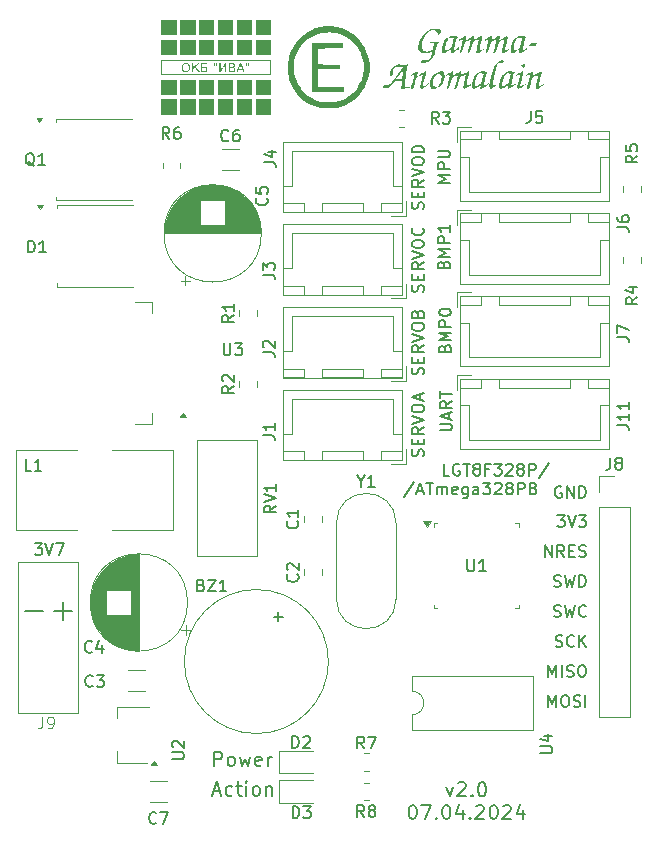
<source format=gbr>
%TF.GenerationSoftware,KiCad,Pcbnew,8.0.0-8.0.0-1~ubuntu20.04.1*%
%TF.CreationDate,2024-04-08T21:34:54+05:00*%
%TF.ProjectId,GammaAnomalain,47616d6d-6141-46e6-9f6d-616c61696e2e,rev?*%
%TF.SameCoordinates,Original*%
%TF.FileFunction,Legend,Top*%
%TF.FilePolarity,Positive*%
%FSLAX46Y46*%
G04 Gerber Fmt 4.6, Leading zero omitted, Abs format (unit mm)*
G04 Created by KiCad (PCBNEW 8.0.0-8.0.0-1~ubuntu20.04.1) date 2024-04-08 21:34:54*
%MOMM*%
%LPD*%
G01*
G04 APERTURE LIST*
%ADD10C,0.150000*%
%ADD11C,0.200000*%
%ADD12C,0.100000*%
%ADD13C,0.120000*%
%ADD14C,0.000000*%
G04 APERTURE END LIST*
D10*
X134322200Y-73190475D02*
X134369819Y-73047618D01*
X134369819Y-73047618D02*
X134369819Y-72809523D01*
X134369819Y-72809523D02*
X134322200Y-72714285D01*
X134322200Y-72714285D02*
X134274580Y-72666666D01*
X134274580Y-72666666D02*
X134179342Y-72619047D01*
X134179342Y-72619047D02*
X134084104Y-72619047D01*
X134084104Y-72619047D02*
X133988866Y-72666666D01*
X133988866Y-72666666D02*
X133941247Y-72714285D01*
X133941247Y-72714285D02*
X133893628Y-72809523D01*
X133893628Y-72809523D02*
X133846009Y-72999999D01*
X133846009Y-72999999D02*
X133798390Y-73095237D01*
X133798390Y-73095237D02*
X133750771Y-73142856D01*
X133750771Y-73142856D02*
X133655533Y-73190475D01*
X133655533Y-73190475D02*
X133560295Y-73190475D01*
X133560295Y-73190475D02*
X133465057Y-73142856D01*
X133465057Y-73142856D02*
X133417438Y-73095237D01*
X133417438Y-73095237D02*
X133369819Y-72999999D01*
X133369819Y-72999999D02*
X133369819Y-72761904D01*
X133369819Y-72761904D02*
X133417438Y-72619047D01*
X133846009Y-72190475D02*
X133846009Y-71857142D01*
X134369819Y-71714285D02*
X134369819Y-72190475D01*
X134369819Y-72190475D02*
X133369819Y-72190475D01*
X133369819Y-72190475D02*
X133369819Y-71714285D01*
X134369819Y-70714285D02*
X133893628Y-71047618D01*
X134369819Y-71285713D02*
X133369819Y-71285713D01*
X133369819Y-71285713D02*
X133369819Y-70904761D01*
X133369819Y-70904761D02*
X133417438Y-70809523D01*
X133417438Y-70809523D02*
X133465057Y-70761904D01*
X133465057Y-70761904D02*
X133560295Y-70714285D01*
X133560295Y-70714285D02*
X133703152Y-70714285D01*
X133703152Y-70714285D02*
X133798390Y-70761904D01*
X133798390Y-70761904D02*
X133846009Y-70809523D01*
X133846009Y-70809523D02*
X133893628Y-70904761D01*
X133893628Y-70904761D02*
X133893628Y-71285713D01*
X133369819Y-70428570D02*
X134369819Y-70095237D01*
X134369819Y-70095237D02*
X133369819Y-69761904D01*
X133369819Y-69238094D02*
X133369819Y-69047618D01*
X133369819Y-69047618D02*
X133417438Y-68952380D01*
X133417438Y-68952380D02*
X133512676Y-68857142D01*
X133512676Y-68857142D02*
X133703152Y-68809523D01*
X133703152Y-68809523D02*
X134036485Y-68809523D01*
X134036485Y-68809523D02*
X134226961Y-68857142D01*
X134226961Y-68857142D02*
X134322200Y-68952380D01*
X134322200Y-68952380D02*
X134369819Y-69047618D01*
X134369819Y-69047618D02*
X134369819Y-69238094D01*
X134369819Y-69238094D02*
X134322200Y-69333332D01*
X134322200Y-69333332D02*
X134226961Y-69428570D01*
X134226961Y-69428570D02*
X134036485Y-69476189D01*
X134036485Y-69476189D02*
X133703152Y-69476189D01*
X133703152Y-69476189D02*
X133512676Y-69428570D01*
X133512676Y-69428570D02*
X133417438Y-69333332D01*
X133417438Y-69333332D02*
X133369819Y-69238094D01*
X134274580Y-67809523D02*
X134322200Y-67857142D01*
X134322200Y-67857142D02*
X134369819Y-67999999D01*
X134369819Y-67999999D02*
X134369819Y-68095237D01*
X134369819Y-68095237D02*
X134322200Y-68238094D01*
X134322200Y-68238094D02*
X134226961Y-68333332D01*
X134226961Y-68333332D02*
X134131723Y-68380951D01*
X134131723Y-68380951D02*
X133941247Y-68428570D01*
X133941247Y-68428570D02*
X133798390Y-68428570D01*
X133798390Y-68428570D02*
X133607914Y-68380951D01*
X133607914Y-68380951D02*
X133512676Y-68333332D01*
X133512676Y-68333332D02*
X133417438Y-68238094D01*
X133417438Y-68238094D02*
X133369819Y-68095237D01*
X133369819Y-68095237D02*
X133369819Y-67999999D01*
X133369819Y-67999999D02*
X133417438Y-67857142D01*
X133417438Y-67857142D02*
X133465057Y-67809523D01*
X145682268Y-92114819D02*
X146301315Y-92114819D01*
X146301315Y-92114819D02*
X145967982Y-92495771D01*
X145967982Y-92495771D02*
X146110839Y-92495771D01*
X146110839Y-92495771D02*
X146206077Y-92543390D01*
X146206077Y-92543390D02*
X146253696Y-92591009D01*
X146253696Y-92591009D02*
X146301315Y-92686247D01*
X146301315Y-92686247D02*
X146301315Y-92924342D01*
X146301315Y-92924342D02*
X146253696Y-93019580D01*
X146253696Y-93019580D02*
X146206077Y-93067200D01*
X146206077Y-93067200D02*
X146110839Y-93114819D01*
X146110839Y-93114819D02*
X145825125Y-93114819D01*
X145825125Y-93114819D02*
X145729887Y-93067200D01*
X145729887Y-93067200D02*
X145682268Y-93019580D01*
X146587030Y-92114819D02*
X146920363Y-93114819D01*
X146920363Y-93114819D02*
X147253696Y-92114819D01*
X147491792Y-92114819D02*
X148110839Y-92114819D01*
X148110839Y-92114819D02*
X147777506Y-92495771D01*
X147777506Y-92495771D02*
X147920363Y-92495771D01*
X147920363Y-92495771D02*
X148015601Y-92543390D01*
X148015601Y-92543390D02*
X148063220Y-92591009D01*
X148063220Y-92591009D02*
X148110839Y-92686247D01*
X148110839Y-92686247D02*
X148110839Y-92924342D01*
X148110839Y-92924342D02*
X148063220Y-93019580D01*
X148063220Y-93019580D02*
X148015601Y-93067200D01*
X148015601Y-93067200D02*
X147920363Y-93114819D01*
X147920363Y-93114819D02*
X147634649Y-93114819D01*
X147634649Y-93114819D02*
X147539411Y-93067200D01*
X147539411Y-93067200D02*
X147491792Y-93019580D01*
X136569819Y-63957142D02*
X135569819Y-63957142D01*
X135569819Y-63957142D02*
X136284104Y-63623809D01*
X136284104Y-63623809D02*
X135569819Y-63290476D01*
X135569819Y-63290476D02*
X136569819Y-63290476D01*
X136569819Y-62814285D02*
X135569819Y-62814285D01*
X135569819Y-62814285D02*
X135569819Y-62433333D01*
X135569819Y-62433333D02*
X135617438Y-62338095D01*
X135617438Y-62338095D02*
X135665057Y-62290476D01*
X135665057Y-62290476D02*
X135760295Y-62242857D01*
X135760295Y-62242857D02*
X135903152Y-62242857D01*
X135903152Y-62242857D02*
X135998390Y-62290476D01*
X135998390Y-62290476D02*
X136046009Y-62338095D01*
X136046009Y-62338095D02*
X136093628Y-62433333D01*
X136093628Y-62433333D02*
X136093628Y-62814285D01*
X135569819Y-61814285D02*
X136379342Y-61814285D01*
X136379342Y-61814285D02*
X136474580Y-61766666D01*
X136474580Y-61766666D02*
X136522200Y-61719047D01*
X136522200Y-61719047D02*
X136569819Y-61623809D01*
X136569819Y-61623809D02*
X136569819Y-61433333D01*
X136569819Y-61433333D02*
X136522200Y-61338095D01*
X136522200Y-61338095D02*
X136474580Y-61290476D01*
X136474580Y-61290476D02*
X136379342Y-61242857D01*
X136379342Y-61242857D02*
X135569819Y-61242857D01*
X145396554Y-98147200D02*
X145539411Y-98194819D01*
X145539411Y-98194819D02*
X145777506Y-98194819D01*
X145777506Y-98194819D02*
X145872744Y-98147200D01*
X145872744Y-98147200D02*
X145920363Y-98099580D01*
X145920363Y-98099580D02*
X145967982Y-98004342D01*
X145967982Y-98004342D02*
X145967982Y-97909104D01*
X145967982Y-97909104D02*
X145920363Y-97813866D01*
X145920363Y-97813866D02*
X145872744Y-97766247D01*
X145872744Y-97766247D02*
X145777506Y-97718628D01*
X145777506Y-97718628D02*
X145587030Y-97671009D01*
X145587030Y-97671009D02*
X145491792Y-97623390D01*
X145491792Y-97623390D02*
X145444173Y-97575771D01*
X145444173Y-97575771D02*
X145396554Y-97480533D01*
X145396554Y-97480533D02*
X145396554Y-97385295D01*
X145396554Y-97385295D02*
X145444173Y-97290057D01*
X145444173Y-97290057D02*
X145491792Y-97242438D01*
X145491792Y-97242438D02*
X145587030Y-97194819D01*
X145587030Y-97194819D02*
X145825125Y-97194819D01*
X145825125Y-97194819D02*
X145967982Y-97242438D01*
X146301316Y-97194819D02*
X146539411Y-98194819D01*
X146539411Y-98194819D02*
X146729887Y-97480533D01*
X146729887Y-97480533D02*
X146920363Y-98194819D01*
X146920363Y-98194819D02*
X147158459Y-97194819D01*
X147539411Y-98194819D02*
X147539411Y-97194819D01*
X147539411Y-97194819D02*
X147777506Y-97194819D01*
X147777506Y-97194819D02*
X147920363Y-97242438D01*
X147920363Y-97242438D02*
X148015601Y-97337676D01*
X148015601Y-97337676D02*
X148063220Y-97432914D01*
X148063220Y-97432914D02*
X148110839Y-97623390D01*
X148110839Y-97623390D02*
X148110839Y-97766247D01*
X148110839Y-97766247D02*
X148063220Y-97956723D01*
X148063220Y-97956723D02*
X148015601Y-98051961D01*
X148015601Y-98051961D02*
X147920363Y-98147200D01*
X147920363Y-98147200D02*
X147777506Y-98194819D01*
X147777506Y-98194819D02*
X147539411Y-98194819D01*
X101441541Y-94469819D02*
X102060588Y-94469819D01*
X102060588Y-94469819D02*
X101727255Y-94850771D01*
X101727255Y-94850771D02*
X101870112Y-94850771D01*
X101870112Y-94850771D02*
X101965350Y-94898390D01*
X101965350Y-94898390D02*
X102012969Y-94946009D01*
X102012969Y-94946009D02*
X102060588Y-95041247D01*
X102060588Y-95041247D02*
X102060588Y-95279342D01*
X102060588Y-95279342D02*
X102012969Y-95374580D01*
X102012969Y-95374580D02*
X101965350Y-95422200D01*
X101965350Y-95422200D02*
X101870112Y-95469819D01*
X101870112Y-95469819D02*
X101584398Y-95469819D01*
X101584398Y-95469819D02*
X101489160Y-95422200D01*
X101489160Y-95422200D02*
X101441541Y-95374580D01*
X102346303Y-94469819D02*
X102679636Y-95469819D01*
X102679636Y-95469819D02*
X103012969Y-94469819D01*
X103251065Y-94469819D02*
X103917731Y-94469819D01*
X103917731Y-94469819D02*
X103489160Y-95469819D01*
X136146009Y-77976190D02*
X136193628Y-77833333D01*
X136193628Y-77833333D02*
X136241247Y-77785714D01*
X136241247Y-77785714D02*
X136336485Y-77738095D01*
X136336485Y-77738095D02*
X136479342Y-77738095D01*
X136479342Y-77738095D02*
X136574580Y-77785714D01*
X136574580Y-77785714D02*
X136622200Y-77833333D01*
X136622200Y-77833333D02*
X136669819Y-77928571D01*
X136669819Y-77928571D02*
X136669819Y-78309523D01*
X136669819Y-78309523D02*
X135669819Y-78309523D01*
X135669819Y-78309523D02*
X135669819Y-77976190D01*
X135669819Y-77976190D02*
X135717438Y-77880952D01*
X135717438Y-77880952D02*
X135765057Y-77833333D01*
X135765057Y-77833333D02*
X135860295Y-77785714D01*
X135860295Y-77785714D02*
X135955533Y-77785714D01*
X135955533Y-77785714D02*
X136050771Y-77833333D01*
X136050771Y-77833333D02*
X136098390Y-77880952D01*
X136098390Y-77880952D02*
X136146009Y-77976190D01*
X136146009Y-77976190D02*
X136146009Y-78309523D01*
X136669819Y-77309523D02*
X135669819Y-77309523D01*
X135669819Y-77309523D02*
X136384104Y-76976190D01*
X136384104Y-76976190D02*
X135669819Y-76642857D01*
X135669819Y-76642857D02*
X136669819Y-76642857D01*
X136669819Y-76166666D02*
X135669819Y-76166666D01*
X135669819Y-76166666D02*
X135669819Y-75785714D01*
X135669819Y-75785714D02*
X135717438Y-75690476D01*
X135717438Y-75690476D02*
X135765057Y-75642857D01*
X135765057Y-75642857D02*
X135860295Y-75595238D01*
X135860295Y-75595238D02*
X136003152Y-75595238D01*
X136003152Y-75595238D02*
X136098390Y-75642857D01*
X136098390Y-75642857D02*
X136146009Y-75690476D01*
X136146009Y-75690476D02*
X136193628Y-75785714D01*
X136193628Y-75785714D02*
X136193628Y-76166666D01*
X135669819Y-74976190D02*
X135669819Y-74880952D01*
X135669819Y-74880952D02*
X135717438Y-74785714D01*
X135717438Y-74785714D02*
X135765057Y-74738095D01*
X135765057Y-74738095D02*
X135860295Y-74690476D01*
X135860295Y-74690476D02*
X136050771Y-74642857D01*
X136050771Y-74642857D02*
X136288866Y-74642857D01*
X136288866Y-74642857D02*
X136479342Y-74690476D01*
X136479342Y-74690476D02*
X136574580Y-74738095D01*
X136574580Y-74738095D02*
X136622200Y-74785714D01*
X136622200Y-74785714D02*
X136669819Y-74880952D01*
X136669819Y-74880952D02*
X136669819Y-74976190D01*
X136669819Y-74976190D02*
X136622200Y-75071428D01*
X136622200Y-75071428D02*
X136574580Y-75119047D01*
X136574580Y-75119047D02*
X136479342Y-75166666D01*
X136479342Y-75166666D02*
X136288866Y-75214285D01*
X136288866Y-75214285D02*
X136050771Y-75214285D01*
X136050771Y-75214285D02*
X135860295Y-75166666D01*
X135860295Y-75166666D02*
X135765057Y-75119047D01*
X135765057Y-75119047D02*
X135717438Y-75071428D01*
X135717438Y-75071428D02*
X135669819Y-74976190D01*
X136529886Y-88754819D02*
X136053696Y-88754819D01*
X136053696Y-88754819D02*
X136053696Y-87754819D01*
X137387029Y-87802438D02*
X137291791Y-87754819D01*
X137291791Y-87754819D02*
X137148934Y-87754819D01*
X137148934Y-87754819D02*
X137006077Y-87802438D01*
X137006077Y-87802438D02*
X136910839Y-87897676D01*
X136910839Y-87897676D02*
X136863220Y-87992914D01*
X136863220Y-87992914D02*
X136815601Y-88183390D01*
X136815601Y-88183390D02*
X136815601Y-88326247D01*
X136815601Y-88326247D02*
X136863220Y-88516723D01*
X136863220Y-88516723D02*
X136910839Y-88611961D01*
X136910839Y-88611961D02*
X137006077Y-88707200D01*
X137006077Y-88707200D02*
X137148934Y-88754819D01*
X137148934Y-88754819D02*
X137244172Y-88754819D01*
X137244172Y-88754819D02*
X137387029Y-88707200D01*
X137387029Y-88707200D02*
X137434648Y-88659580D01*
X137434648Y-88659580D02*
X137434648Y-88326247D01*
X137434648Y-88326247D02*
X137244172Y-88326247D01*
X137720363Y-87754819D02*
X138291791Y-87754819D01*
X138006077Y-88754819D02*
X138006077Y-87754819D01*
X138767982Y-88183390D02*
X138672744Y-88135771D01*
X138672744Y-88135771D02*
X138625125Y-88088152D01*
X138625125Y-88088152D02*
X138577506Y-87992914D01*
X138577506Y-87992914D02*
X138577506Y-87945295D01*
X138577506Y-87945295D02*
X138625125Y-87850057D01*
X138625125Y-87850057D02*
X138672744Y-87802438D01*
X138672744Y-87802438D02*
X138767982Y-87754819D01*
X138767982Y-87754819D02*
X138958458Y-87754819D01*
X138958458Y-87754819D02*
X139053696Y-87802438D01*
X139053696Y-87802438D02*
X139101315Y-87850057D01*
X139101315Y-87850057D02*
X139148934Y-87945295D01*
X139148934Y-87945295D02*
X139148934Y-87992914D01*
X139148934Y-87992914D02*
X139101315Y-88088152D01*
X139101315Y-88088152D02*
X139053696Y-88135771D01*
X139053696Y-88135771D02*
X138958458Y-88183390D01*
X138958458Y-88183390D02*
X138767982Y-88183390D01*
X138767982Y-88183390D02*
X138672744Y-88231009D01*
X138672744Y-88231009D02*
X138625125Y-88278628D01*
X138625125Y-88278628D02*
X138577506Y-88373866D01*
X138577506Y-88373866D02*
X138577506Y-88564342D01*
X138577506Y-88564342D02*
X138625125Y-88659580D01*
X138625125Y-88659580D02*
X138672744Y-88707200D01*
X138672744Y-88707200D02*
X138767982Y-88754819D01*
X138767982Y-88754819D02*
X138958458Y-88754819D01*
X138958458Y-88754819D02*
X139053696Y-88707200D01*
X139053696Y-88707200D02*
X139101315Y-88659580D01*
X139101315Y-88659580D02*
X139148934Y-88564342D01*
X139148934Y-88564342D02*
X139148934Y-88373866D01*
X139148934Y-88373866D02*
X139101315Y-88278628D01*
X139101315Y-88278628D02*
X139053696Y-88231009D01*
X139053696Y-88231009D02*
X138958458Y-88183390D01*
X139910839Y-88231009D02*
X139577506Y-88231009D01*
X139577506Y-88754819D02*
X139577506Y-87754819D01*
X139577506Y-87754819D02*
X140053696Y-87754819D01*
X140339411Y-87754819D02*
X140958458Y-87754819D01*
X140958458Y-87754819D02*
X140625125Y-88135771D01*
X140625125Y-88135771D02*
X140767982Y-88135771D01*
X140767982Y-88135771D02*
X140863220Y-88183390D01*
X140863220Y-88183390D02*
X140910839Y-88231009D01*
X140910839Y-88231009D02*
X140958458Y-88326247D01*
X140958458Y-88326247D02*
X140958458Y-88564342D01*
X140958458Y-88564342D02*
X140910839Y-88659580D01*
X140910839Y-88659580D02*
X140863220Y-88707200D01*
X140863220Y-88707200D02*
X140767982Y-88754819D01*
X140767982Y-88754819D02*
X140482268Y-88754819D01*
X140482268Y-88754819D02*
X140387030Y-88707200D01*
X140387030Y-88707200D02*
X140339411Y-88659580D01*
X141339411Y-87850057D02*
X141387030Y-87802438D01*
X141387030Y-87802438D02*
X141482268Y-87754819D01*
X141482268Y-87754819D02*
X141720363Y-87754819D01*
X141720363Y-87754819D02*
X141815601Y-87802438D01*
X141815601Y-87802438D02*
X141863220Y-87850057D01*
X141863220Y-87850057D02*
X141910839Y-87945295D01*
X141910839Y-87945295D02*
X141910839Y-88040533D01*
X141910839Y-88040533D02*
X141863220Y-88183390D01*
X141863220Y-88183390D02*
X141291792Y-88754819D01*
X141291792Y-88754819D02*
X141910839Y-88754819D01*
X142482268Y-88183390D02*
X142387030Y-88135771D01*
X142387030Y-88135771D02*
X142339411Y-88088152D01*
X142339411Y-88088152D02*
X142291792Y-87992914D01*
X142291792Y-87992914D02*
X142291792Y-87945295D01*
X142291792Y-87945295D02*
X142339411Y-87850057D01*
X142339411Y-87850057D02*
X142387030Y-87802438D01*
X142387030Y-87802438D02*
X142482268Y-87754819D01*
X142482268Y-87754819D02*
X142672744Y-87754819D01*
X142672744Y-87754819D02*
X142767982Y-87802438D01*
X142767982Y-87802438D02*
X142815601Y-87850057D01*
X142815601Y-87850057D02*
X142863220Y-87945295D01*
X142863220Y-87945295D02*
X142863220Y-87992914D01*
X142863220Y-87992914D02*
X142815601Y-88088152D01*
X142815601Y-88088152D02*
X142767982Y-88135771D01*
X142767982Y-88135771D02*
X142672744Y-88183390D01*
X142672744Y-88183390D02*
X142482268Y-88183390D01*
X142482268Y-88183390D02*
X142387030Y-88231009D01*
X142387030Y-88231009D02*
X142339411Y-88278628D01*
X142339411Y-88278628D02*
X142291792Y-88373866D01*
X142291792Y-88373866D02*
X142291792Y-88564342D01*
X142291792Y-88564342D02*
X142339411Y-88659580D01*
X142339411Y-88659580D02*
X142387030Y-88707200D01*
X142387030Y-88707200D02*
X142482268Y-88754819D01*
X142482268Y-88754819D02*
X142672744Y-88754819D01*
X142672744Y-88754819D02*
X142767982Y-88707200D01*
X142767982Y-88707200D02*
X142815601Y-88659580D01*
X142815601Y-88659580D02*
X142863220Y-88564342D01*
X142863220Y-88564342D02*
X142863220Y-88373866D01*
X142863220Y-88373866D02*
X142815601Y-88278628D01*
X142815601Y-88278628D02*
X142767982Y-88231009D01*
X142767982Y-88231009D02*
X142672744Y-88183390D01*
X143291792Y-88754819D02*
X143291792Y-87754819D01*
X143291792Y-87754819D02*
X143672744Y-87754819D01*
X143672744Y-87754819D02*
X143767982Y-87802438D01*
X143767982Y-87802438D02*
X143815601Y-87850057D01*
X143815601Y-87850057D02*
X143863220Y-87945295D01*
X143863220Y-87945295D02*
X143863220Y-88088152D01*
X143863220Y-88088152D02*
X143815601Y-88183390D01*
X143815601Y-88183390D02*
X143767982Y-88231009D01*
X143767982Y-88231009D02*
X143672744Y-88278628D01*
X143672744Y-88278628D02*
X143291792Y-88278628D01*
X145006077Y-87707200D02*
X144148935Y-88992914D01*
X136046009Y-70876190D02*
X136093628Y-70733333D01*
X136093628Y-70733333D02*
X136141247Y-70685714D01*
X136141247Y-70685714D02*
X136236485Y-70638095D01*
X136236485Y-70638095D02*
X136379342Y-70638095D01*
X136379342Y-70638095D02*
X136474580Y-70685714D01*
X136474580Y-70685714D02*
X136522200Y-70733333D01*
X136522200Y-70733333D02*
X136569819Y-70828571D01*
X136569819Y-70828571D02*
X136569819Y-71209523D01*
X136569819Y-71209523D02*
X135569819Y-71209523D01*
X135569819Y-71209523D02*
X135569819Y-70876190D01*
X135569819Y-70876190D02*
X135617438Y-70780952D01*
X135617438Y-70780952D02*
X135665057Y-70733333D01*
X135665057Y-70733333D02*
X135760295Y-70685714D01*
X135760295Y-70685714D02*
X135855533Y-70685714D01*
X135855533Y-70685714D02*
X135950771Y-70733333D01*
X135950771Y-70733333D02*
X135998390Y-70780952D01*
X135998390Y-70780952D02*
X136046009Y-70876190D01*
X136046009Y-70876190D02*
X136046009Y-71209523D01*
X136569819Y-70209523D02*
X135569819Y-70209523D01*
X135569819Y-70209523D02*
X136284104Y-69876190D01*
X136284104Y-69876190D02*
X135569819Y-69542857D01*
X135569819Y-69542857D02*
X136569819Y-69542857D01*
X136569819Y-69066666D02*
X135569819Y-69066666D01*
X135569819Y-69066666D02*
X135569819Y-68685714D01*
X135569819Y-68685714D02*
X135617438Y-68590476D01*
X135617438Y-68590476D02*
X135665057Y-68542857D01*
X135665057Y-68542857D02*
X135760295Y-68495238D01*
X135760295Y-68495238D02*
X135903152Y-68495238D01*
X135903152Y-68495238D02*
X135998390Y-68542857D01*
X135998390Y-68542857D02*
X136046009Y-68590476D01*
X136046009Y-68590476D02*
X136093628Y-68685714D01*
X136093628Y-68685714D02*
X136093628Y-69066666D01*
X136569819Y-67542857D02*
X136569819Y-68114285D01*
X136569819Y-67828571D02*
X135569819Y-67828571D01*
X135569819Y-67828571D02*
X135712676Y-67923809D01*
X135712676Y-67923809D02*
X135807914Y-68019047D01*
X135807914Y-68019047D02*
X135855533Y-68114285D01*
X145396554Y-100687200D02*
X145539411Y-100734819D01*
X145539411Y-100734819D02*
X145777506Y-100734819D01*
X145777506Y-100734819D02*
X145872744Y-100687200D01*
X145872744Y-100687200D02*
X145920363Y-100639580D01*
X145920363Y-100639580D02*
X145967982Y-100544342D01*
X145967982Y-100544342D02*
X145967982Y-100449104D01*
X145967982Y-100449104D02*
X145920363Y-100353866D01*
X145920363Y-100353866D02*
X145872744Y-100306247D01*
X145872744Y-100306247D02*
X145777506Y-100258628D01*
X145777506Y-100258628D02*
X145587030Y-100211009D01*
X145587030Y-100211009D02*
X145491792Y-100163390D01*
X145491792Y-100163390D02*
X145444173Y-100115771D01*
X145444173Y-100115771D02*
X145396554Y-100020533D01*
X145396554Y-100020533D02*
X145396554Y-99925295D01*
X145396554Y-99925295D02*
X145444173Y-99830057D01*
X145444173Y-99830057D02*
X145491792Y-99782438D01*
X145491792Y-99782438D02*
X145587030Y-99734819D01*
X145587030Y-99734819D02*
X145825125Y-99734819D01*
X145825125Y-99734819D02*
X145967982Y-99782438D01*
X146301316Y-99734819D02*
X146539411Y-100734819D01*
X146539411Y-100734819D02*
X146729887Y-100020533D01*
X146729887Y-100020533D02*
X146920363Y-100734819D01*
X146920363Y-100734819D02*
X147158459Y-99734819D01*
X148110839Y-100639580D02*
X148063220Y-100687200D01*
X148063220Y-100687200D02*
X147920363Y-100734819D01*
X147920363Y-100734819D02*
X147825125Y-100734819D01*
X147825125Y-100734819D02*
X147682268Y-100687200D01*
X147682268Y-100687200D02*
X147587030Y-100591961D01*
X147587030Y-100591961D02*
X147539411Y-100496723D01*
X147539411Y-100496723D02*
X147491792Y-100306247D01*
X147491792Y-100306247D02*
X147491792Y-100163390D01*
X147491792Y-100163390D02*
X147539411Y-99972914D01*
X147539411Y-99972914D02*
X147587030Y-99877676D01*
X147587030Y-99877676D02*
X147682268Y-99782438D01*
X147682268Y-99782438D02*
X147825125Y-99734819D01*
X147825125Y-99734819D02*
X147920363Y-99734819D01*
X147920363Y-99734819D02*
X148063220Y-99782438D01*
X148063220Y-99782438D02*
X148110839Y-99830057D01*
X103074874Y-100185533D02*
X104598684Y-100185533D01*
X103836779Y-100947438D02*
X103836779Y-99423628D01*
D11*
X116617292Y-113342742D02*
X116617292Y-112142742D01*
X116617292Y-112142742D02*
X117074435Y-112142742D01*
X117074435Y-112142742D02*
X117188720Y-112199885D01*
X117188720Y-112199885D02*
X117245863Y-112257028D01*
X117245863Y-112257028D02*
X117303006Y-112371314D01*
X117303006Y-112371314D02*
X117303006Y-112542742D01*
X117303006Y-112542742D02*
X117245863Y-112657028D01*
X117245863Y-112657028D02*
X117188720Y-112714171D01*
X117188720Y-112714171D02*
X117074435Y-112771314D01*
X117074435Y-112771314D02*
X116617292Y-112771314D01*
X117988720Y-113342742D02*
X117874435Y-113285600D01*
X117874435Y-113285600D02*
X117817292Y-113228457D01*
X117817292Y-113228457D02*
X117760149Y-113114171D01*
X117760149Y-113114171D02*
X117760149Y-112771314D01*
X117760149Y-112771314D02*
X117817292Y-112657028D01*
X117817292Y-112657028D02*
X117874435Y-112599885D01*
X117874435Y-112599885D02*
X117988720Y-112542742D01*
X117988720Y-112542742D02*
X118160149Y-112542742D01*
X118160149Y-112542742D02*
X118274435Y-112599885D01*
X118274435Y-112599885D02*
X118331578Y-112657028D01*
X118331578Y-112657028D02*
X118388720Y-112771314D01*
X118388720Y-112771314D02*
X118388720Y-113114171D01*
X118388720Y-113114171D02*
X118331578Y-113228457D01*
X118331578Y-113228457D02*
X118274435Y-113285600D01*
X118274435Y-113285600D02*
X118160149Y-113342742D01*
X118160149Y-113342742D02*
X117988720Y-113342742D01*
X118788720Y-112542742D02*
X119017292Y-113342742D01*
X119017292Y-113342742D02*
X119245863Y-112771314D01*
X119245863Y-112771314D02*
X119474434Y-113342742D01*
X119474434Y-113342742D02*
X119703006Y-112542742D01*
X120617292Y-113285600D02*
X120503006Y-113342742D01*
X120503006Y-113342742D02*
X120274435Y-113342742D01*
X120274435Y-113342742D02*
X120160149Y-113285600D01*
X120160149Y-113285600D02*
X120103006Y-113171314D01*
X120103006Y-113171314D02*
X120103006Y-112714171D01*
X120103006Y-112714171D02*
X120160149Y-112599885D01*
X120160149Y-112599885D02*
X120274435Y-112542742D01*
X120274435Y-112542742D02*
X120503006Y-112542742D01*
X120503006Y-112542742D02*
X120617292Y-112599885D01*
X120617292Y-112599885D02*
X120674435Y-112714171D01*
X120674435Y-112714171D02*
X120674435Y-112828457D01*
X120674435Y-112828457D02*
X120103006Y-112942742D01*
X121188720Y-113342742D02*
X121188720Y-112542742D01*
X121188720Y-112771314D02*
X121245863Y-112657028D01*
X121245863Y-112657028D02*
X121303006Y-112599885D01*
X121303006Y-112599885D02*
X121417291Y-112542742D01*
X121417291Y-112542742D02*
X121531577Y-112542742D01*
D10*
X144920364Y-105814819D02*
X144920364Y-104814819D01*
X144920364Y-104814819D02*
X145253697Y-105529104D01*
X145253697Y-105529104D02*
X145587030Y-104814819D01*
X145587030Y-104814819D02*
X145587030Y-105814819D01*
X146063221Y-105814819D02*
X146063221Y-104814819D01*
X146491792Y-105767200D02*
X146634649Y-105814819D01*
X146634649Y-105814819D02*
X146872744Y-105814819D01*
X146872744Y-105814819D02*
X146967982Y-105767200D01*
X146967982Y-105767200D02*
X147015601Y-105719580D01*
X147015601Y-105719580D02*
X147063220Y-105624342D01*
X147063220Y-105624342D02*
X147063220Y-105529104D01*
X147063220Y-105529104D02*
X147015601Y-105433866D01*
X147015601Y-105433866D02*
X146967982Y-105386247D01*
X146967982Y-105386247D02*
X146872744Y-105338628D01*
X146872744Y-105338628D02*
X146682268Y-105291009D01*
X146682268Y-105291009D02*
X146587030Y-105243390D01*
X146587030Y-105243390D02*
X146539411Y-105195771D01*
X146539411Y-105195771D02*
X146491792Y-105100533D01*
X146491792Y-105100533D02*
X146491792Y-105005295D01*
X146491792Y-105005295D02*
X146539411Y-104910057D01*
X146539411Y-104910057D02*
X146587030Y-104862438D01*
X146587030Y-104862438D02*
X146682268Y-104814819D01*
X146682268Y-104814819D02*
X146920363Y-104814819D01*
X146920363Y-104814819D02*
X147063220Y-104862438D01*
X147682268Y-104814819D02*
X147872744Y-104814819D01*
X147872744Y-104814819D02*
X147967982Y-104862438D01*
X147967982Y-104862438D02*
X148063220Y-104957676D01*
X148063220Y-104957676D02*
X148110839Y-105148152D01*
X148110839Y-105148152D02*
X148110839Y-105481485D01*
X148110839Y-105481485D02*
X148063220Y-105671961D01*
X148063220Y-105671961D02*
X147967982Y-105767200D01*
X147967982Y-105767200D02*
X147872744Y-105814819D01*
X147872744Y-105814819D02*
X147682268Y-105814819D01*
X147682268Y-105814819D02*
X147587030Y-105767200D01*
X147587030Y-105767200D02*
X147491792Y-105671961D01*
X147491792Y-105671961D02*
X147444173Y-105481485D01*
X147444173Y-105481485D02*
X147444173Y-105148152D01*
X147444173Y-105148152D02*
X147491792Y-104957676D01*
X147491792Y-104957676D02*
X147587030Y-104862438D01*
X147587030Y-104862438D02*
X147682268Y-104814819D01*
D11*
X116560149Y-115499885D02*
X117131578Y-115499885D01*
X116445863Y-115842742D02*
X116845863Y-114642742D01*
X116845863Y-114642742D02*
X117245863Y-115842742D01*
X118160149Y-115785600D02*
X118045863Y-115842742D01*
X118045863Y-115842742D02*
X117817291Y-115842742D01*
X117817291Y-115842742D02*
X117703006Y-115785600D01*
X117703006Y-115785600D02*
X117645863Y-115728457D01*
X117645863Y-115728457D02*
X117588720Y-115614171D01*
X117588720Y-115614171D02*
X117588720Y-115271314D01*
X117588720Y-115271314D02*
X117645863Y-115157028D01*
X117645863Y-115157028D02*
X117703006Y-115099885D01*
X117703006Y-115099885D02*
X117817291Y-115042742D01*
X117817291Y-115042742D02*
X118045863Y-115042742D01*
X118045863Y-115042742D02*
X118160149Y-115099885D01*
X118503005Y-115042742D02*
X118960148Y-115042742D01*
X118674434Y-114642742D02*
X118674434Y-115671314D01*
X118674434Y-115671314D02*
X118731577Y-115785600D01*
X118731577Y-115785600D02*
X118845862Y-115842742D01*
X118845862Y-115842742D02*
X118960148Y-115842742D01*
X119360148Y-115842742D02*
X119360148Y-115042742D01*
X119360148Y-114642742D02*
X119303005Y-114699885D01*
X119303005Y-114699885D02*
X119360148Y-114757028D01*
X119360148Y-114757028D02*
X119417291Y-114699885D01*
X119417291Y-114699885D02*
X119360148Y-114642742D01*
X119360148Y-114642742D02*
X119360148Y-114757028D01*
X120103005Y-115842742D02*
X119988720Y-115785600D01*
X119988720Y-115785600D02*
X119931577Y-115728457D01*
X119931577Y-115728457D02*
X119874434Y-115614171D01*
X119874434Y-115614171D02*
X119874434Y-115271314D01*
X119874434Y-115271314D02*
X119931577Y-115157028D01*
X119931577Y-115157028D02*
X119988720Y-115099885D01*
X119988720Y-115099885D02*
X120103005Y-115042742D01*
X120103005Y-115042742D02*
X120274434Y-115042742D01*
X120274434Y-115042742D02*
X120388720Y-115099885D01*
X120388720Y-115099885D02*
X120445863Y-115157028D01*
X120445863Y-115157028D02*
X120503005Y-115271314D01*
X120503005Y-115271314D02*
X120503005Y-115614171D01*
X120503005Y-115614171D02*
X120445863Y-115728457D01*
X120445863Y-115728457D02*
X120388720Y-115785600D01*
X120388720Y-115785600D02*
X120274434Y-115842742D01*
X120274434Y-115842742D02*
X120103005Y-115842742D01*
X121017291Y-115042742D02*
X121017291Y-115842742D01*
X121017291Y-115157028D02*
X121074434Y-115099885D01*
X121074434Y-115099885D02*
X121188719Y-115042742D01*
X121188719Y-115042742D02*
X121360148Y-115042742D01*
X121360148Y-115042742D02*
X121474434Y-115099885D01*
X121474434Y-115099885D02*
X121531577Y-115214171D01*
X121531577Y-115214171D02*
X121531577Y-115842742D01*
D10*
X145539411Y-103227200D02*
X145682268Y-103274819D01*
X145682268Y-103274819D02*
X145920363Y-103274819D01*
X145920363Y-103274819D02*
X146015601Y-103227200D01*
X146015601Y-103227200D02*
X146063220Y-103179580D01*
X146063220Y-103179580D02*
X146110839Y-103084342D01*
X146110839Y-103084342D02*
X146110839Y-102989104D01*
X146110839Y-102989104D02*
X146063220Y-102893866D01*
X146063220Y-102893866D02*
X146015601Y-102846247D01*
X146015601Y-102846247D02*
X145920363Y-102798628D01*
X145920363Y-102798628D02*
X145729887Y-102751009D01*
X145729887Y-102751009D02*
X145634649Y-102703390D01*
X145634649Y-102703390D02*
X145587030Y-102655771D01*
X145587030Y-102655771D02*
X145539411Y-102560533D01*
X145539411Y-102560533D02*
X145539411Y-102465295D01*
X145539411Y-102465295D02*
X145587030Y-102370057D01*
X145587030Y-102370057D02*
X145634649Y-102322438D01*
X145634649Y-102322438D02*
X145729887Y-102274819D01*
X145729887Y-102274819D02*
X145967982Y-102274819D01*
X145967982Y-102274819D02*
X146110839Y-102322438D01*
X147110839Y-103179580D02*
X147063220Y-103227200D01*
X147063220Y-103227200D02*
X146920363Y-103274819D01*
X146920363Y-103274819D02*
X146825125Y-103274819D01*
X146825125Y-103274819D02*
X146682268Y-103227200D01*
X146682268Y-103227200D02*
X146587030Y-103131961D01*
X146587030Y-103131961D02*
X146539411Y-103036723D01*
X146539411Y-103036723D02*
X146491792Y-102846247D01*
X146491792Y-102846247D02*
X146491792Y-102703390D01*
X146491792Y-102703390D02*
X146539411Y-102512914D01*
X146539411Y-102512914D02*
X146587030Y-102417676D01*
X146587030Y-102417676D02*
X146682268Y-102322438D01*
X146682268Y-102322438D02*
X146825125Y-102274819D01*
X146825125Y-102274819D02*
X146920363Y-102274819D01*
X146920363Y-102274819D02*
X147063220Y-102322438D01*
X147063220Y-102322438D02*
X147110839Y-102370057D01*
X147539411Y-103274819D02*
X147539411Y-102274819D01*
X148110839Y-103274819D02*
X147682268Y-102703390D01*
X148110839Y-102274819D02*
X147539411Y-102846247D01*
X133529886Y-89307200D02*
X132672744Y-90592914D01*
X133815601Y-90069104D02*
X134291791Y-90069104D01*
X133720363Y-90354819D02*
X134053696Y-89354819D01*
X134053696Y-89354819D02*
X134387029Y-90354819D01*
X134577506Y-89354819D02*
X135148934Y-89354819D01*
X134863220Y-90354819D02*
X134863220Y-89354819D01*
X135482268Y-90354819D02*
X135482268Y-89688152D01*
X135482268Y-89783390D02*
X135529887Y-89735771D01*
X135529887Y-89735771D02*
X135625125Y-89688152D01*
X135625125Y-89688152D02*
X135767982Y-89688152D01*
X135767982Y-89688152D02*
X135863220Y-89735771D01*
X135863220Y-89735771D02*
X135910839Y-89831009D01*
X135910839Y-89831009D02*
X135910839Y-90354819D01*
X135910839Y-89831009D02*
X135958458Y-89735771D01*
X135958458Y-89735771D02*
X136053696Y-89688152D01*
X136053696Y-89688152D02*
X136196553Y-89688152D01*
X136196553Y-89688152D02*
X136291792Y-89735771D01*
X136291792Y-89735771D02*
X136339411Y-89831009D01*
X136339411Y-89831009D02*
X136339411Y-90354819D01*
X137196553Y-90307200D02*
X137101315Y-90354819D01*
X137101315Y-90354819D02*
X136910839Y-90354819D01*
X136910839Y-90354819D02*
X136815601Y-90307200D01*
X136815601Y-90307200D02*
X136767982Y-90211961D01*
X136767982Y-90211961D02*
X136767982Y-89831009D01*
X136767982Y-89831009D02*
X136815601Y-89735771D01*
X136815601Y-89735771D02*
X136910839Y-89688152D01*
X136910839Y-89688152D02*
X137101315Y-89688152D01*
X137101315Y-89688152D02*
X137196553Y-89735771D01*
X137196553Y-89735771D02*
X137244172Y-89831009D01*
X137244172Y-89831009D02*
X137244172Y-89926247D01*
X137244172Y-89926247D02*
X136767982Y-90021485D01*
X138101315Y-89688152D02*
X138101315Y-90497676D01*
X138101315Y-90497676D02*
X138053696Y-90592914D01*
X138053696Y-90592914D02*
X138006077Y-90640533D01*
X138006077Y-90640533D02*
X137910839Y-90688152D01*
X137910839Y-90688152D02*
X137767982Y-90688152D01*
X137767982Y-90688152D02*
X137672744Y-90640533D01*
X138101315Y-90307200D02*
X138006077Y-90354819D01*
X138006077Y-90354819D02*
X137815601Y-90354819D01*
X137815601Y-90354819D02*
X137720363Y-90307200D01*
X137720363Y-90307200D02*
X137672744Y-90259580D01*
X137672744Y-90259580D02*
X137625125Y-90164342D01*
X137625125Y-90164342D02*
X137625125Y-89878628D01*
X137625125Y-89878628D02*
X137672744Y-89783390D01*
X137672744Y-89783390D02*
X137720363Y-89735771D01*
X137720363Y-89735771D02*
X137815601Y-89688152D01*
X137815601Y-89688152D02*
X138006077Y-89688152D01*
X138006077Y-89688152D02*
X138101315Y-89735771D01*
X139006077Y-90354819D02*
X139006077Y-89831009D01*
X139006077Y-89831009D02*
X138958458Y-89735771D01*
X138958458Y-89735771D02*
X138863220Y-89688152D01*
X138863220Y-89688152D02*
X138672744Y-89688152D01*
X138672744Y-89688152D02*
X138577506Y-89735771D01*
X139006077Y-90307200D02*
X138910839Y-90354819D01*
X138910839Y-90354819D02*
X138672744Y-90354819D01*
X138672744Y-90354819D02*
X138577506Y-90307200D01*
X138577506Y-90307200D02*
X138529887Y-90211961D01*
X138529887Y-90211961D02*
X138529887Y-90116723D01*
X138529887Y-90116723D02*
X138577506Y-90021485D01*
X138577506Y-90021485D02*
X138672744Y-89973866D01*
X138672744Y-89973866D02*
X138910839Y-89973866D01*
X138910839Y-89973866D02*
X139006077Y-89926247D01*
X139387030Y-89354819D02*
X140006077Y-89354819D01*
X140006077Y-89354819D02*
X139672744Y-89735771D01*
X139672744Y-89735771D02*
X139815601Y-89735771D01*
X139815601Y-89735771D02*
X139910839Y-89783390D01*
X139910839Y-89783390D02*
X139958458Y-89831009D01*
X139958458Y-89831009D02*
X140006077Y-89926247D01*
X140006077Y-89926247D02*
X140006077Y-90164342D01*
X140006077Y-90164342D02*
X139958458Y-90259580D01*
X139958458Y-90259580D02*
X139910839Y-90307200D01*
X139910839Y-90307200D02*
X139815601Y-90354819D01*
X139815601Y-90354819D02*
X139529887Y-90354819D01*
X139529887Y-90354819D02*
X139434649Y-90307200D01*
X139434649Y-90307200D02*
X139387030Y-90259580D01*
X140387030Y-89450057D02*
X140434649Y-89402438D01*
X140434649Y-89402438D02*
X140529887Y-89354819D01*
X140529887Y-89354819D02*
X140767982Y-89354819D01*
X140767982Y-89354819D02*
X140863220Y-89402438D01*
X140863220Y-89402438D02*
X140910839Y-89450057D01*
X140910839Y-89450057D02*
X140958458Y-89545295D01*
X140958458Y-89545295D02*
X140958458Y-89640533D01*
X140958458Y-89640533D02*
X140910839Y-89783390D01*
X140910839Y-89783390D02*
X140339411Y-90354819D01*
X140339411Y-90354819D02*
X140958458Y-90354819D01*
X141529887Y-89783390D02*
X141434649Y-89735771D01*
X141434649Y-89735771D02*
X141387030Y-89688152D01*
X141387030Y-89688152D02*
X141339411Y-89592914D01*
X141339411Y-89592914D02*
X141339411Y-89545295D01*
X141339411Y-89545295D02*
X141387030Y-89450057D01*
X141387030Y-89450057D02*
X141434649Y-89402438D01*
X141434649Y-89402438D02*
X141529887Y-89354819D01*
X141529887Y-89354819D02*
X141720363Y-89354819D01*
X141720363Y-89354819D02*
X141815601Y-89402438D01*
X141815601Y-89402438D02*
X141863220Y-89450057D01*
X141863220Y-89450057D02*
X141910839Y-89545295D01*
X141910839Y-89545295D02*
X141910839Y-89592914D01*
X141910839Y-89592914D02*
X141863220Y-89688152D01*
X141863220Y-89688152D02*
X141815601Y-89735771D01*
X141815601Y-89735771D02*
X141720363Y-89783390D01*
X141720363Y-89783390D02*
X141529887Y-89783390D01*
X141529887Y-89783390D02*
X141434649Y-89831009D01*
X141434649Y-89831009D02*
X141387030Y-89878628D01*
X141387030Y-89878628D02*
X141339411Y-89973866D01*
X141339411Y-89973866D02*
X141339411Y-90164342D01*
X141339411Y-90164342D02*
X141387030Y-90259580D01*
X141387030Y-90259580D02*
X141434649Y-90307200D01*
X141434649Y-90307200D02*
X141529887Y-90354819D01*
X141529887Y-90354819D02*
X141720363Y-90354819D01*
X141720363Y-90354819D02*
X141815601Y-90307200D01*
X141815601Y-90307200D02*
X141863220Y-90259580D01*
X141863220Y-90259580D02*
X141910839Y-90164342D01*
X141910839Y-90164342D02*
X141910839Y-89973866D01*
X141910839Y-89973866D02*
X141863220Y-89878628D01*
X141863220Y-89878628D02*
X141815601Y-89831009D01*
X141815601Y-89831009D02*
X141720363Y-89783390D01*
X142339411Y-90354819D02*
X142339411Y-89354819D01*
X142339411Y-89354819D02*
X142720363Y-89354819D01*
X142720363Y-89354819D02*
X142815601Y-89402438D01*
X142815601Y-89402438D02*
X142863220Y-89450057D01*
X142863220Y-89450057D02*
X142910839Y-89545295D01*
X142910839Y-89545295D02*
X142910839Y-89688152D01*
X142910839Y-89688152D02*
X142863220Y-89783390D01*
X142863220Y-89783390D02*
X142815601Y-89831009D01*
X142815601Y-89831009D02*
X142720363Y-89878628D01*
X142720363Y-89878628D02*
X142339411Y-89878628D01*
X143672744Y-89831009D02*
X143815601Y-89878628D01*
X143815601Y-89878628D02*
X143863220Y-89926247D01*
X143863220Y-89926247D02*
X143910839Y-90021485D01*
X143910839Y-90021485D02*
X143910839Y-90164342D01*
X143910839Y-90164342D02*
X143863220Y-90259580D01*
X143863220Y-90259580D02*
X143815601Y-90307200D01*
X143815601Y-90307200D02*
X143720363Y-90354819D01*
X143720363Y-90354819D02*
X143339411Y-90354819D01*
X143339411Y-90354819D02*
X143339411Y-89354819D01*
X143339411Y-89354819D02*
X143672744Y-89354819D01*
X143672744Y-89354819D02*
X143767982Y-89402438D01*
X143767982Y-89402438D02*
X143815601Y-89450057D01*
X143815601Y-89450057D02*
X143863220Y-89545295D01*
X143863220Y-89545295D02*
X143863220Y-89640533D01*
X143863220Y-89640533D02*
X143815601Y-89735771D01*
X143815601Y-89735771D02*
X143767982Y-89783390D01*
X143767982Y-89783390D02*
X143672744Y-89831009D01*
X143672744Y-89831009D02*
X143339411Y-89831009D01*
X134322200Y-80190475D02*
X134369819Y-80047618D01*
X134369819Y-80047618D02*
X134369819Y-79809523D01*
X134369819Y-79809523D02*
X134322200Y-79714285D01*
X134322200Y-79714285D02*
X134274580Y-79666666D01*
X134274580Y-79666666D02*
X134179342Y-79619047D01*
X134179342Y-79619047D02*
X134084104Y-79619047D01*
X134084104Y-79619047D02*
X133988866Y-79666666D01*
X133988866Y-79666666D02*
X133941247Y-79714285D01*
X133941247Y-79714285D02*
X133893628Y-79809523D01*
X133893628Y-79809523D02*
X133846009Y-79999999D01*
X133846009Y-79999999D02*
X133798390Y-80095237D01*
X133798390Y-80095237D02*
X133750771Y-80142856D01*
X133750771Y-80142856D02*
X133655533Y-80190475D01*
X133655533Y-80190475D02*
X133560295Y-80190475D01*
X133560295Y-80190475D02*
X133465057Y-80142856D01*
X133465057Y-80142856D02*
X133417438Y-80095237D01*
X133417438Y-80095237D02*
X133369819Y-79999999D01*
X133369819Y-79999999D02*
X133369819Y-79761904D01*
X133369819Y-79761904D02*
X133417438Y-79619047D01*
X133846009Y-79190475D02*
X133846009Y-78857142D01*
X134369819Y-78714285D02*
X134369819Y-79190475D01*
X134369819Y-79190475D02*
X133369819Y-79190475D01*
X133369819Y-79190475D02*
X133369819Y-78714285D01*
X134369819Y-77714285D02*
X133893628Y-78047618D01*
X134369819Y-78285713D02*
X133369819Y-78285713D01*
X133369819Y-78285713D02*
X133369819Y-77904761D01*
X133369819Y-77904761D02*
X133417438Y-77809523D01*
X133417438Y-77809523D02*
X133465057Y-77761904D01*
X133465057Y-77761904D02*
X133560295Y-77714285D01*
X133560295Y-77714285D02*
X133703152Y-77714285D01*
X133703152Y-77714285D02*
X133798390Y-77761904D01*
X133798390Y-77761904D02*
X133846009Y-77809523D01*
X133846009Y-77809523D02*
X133893628Y-77904761D01*
X133893628Y-77904761D02*
X133893628Y-78285713D01*
X133369819Y-77428570D02*
X134369819Y-77095237D01*
X134369819Y-77095237D02*
X133369819Y-76761904D01*
X133369819Y-76238094D02*
X133369819Y-76047618D01*
X133369819Y-76047618D02*
X133417438Y-75952380D01*
X133417438Y-75952380D02*
X133512676Y-75857142D01*
X133512676Y-75857142D02*
X133703152Y-75809523D01*
X133703152Y-75809523D02*
X134036485Y-75809523D01*
X134036485Y-75809523D02*
X134226961Y-75857142D01*
X134226961Y-75857142D02*
X134322200Y-75952380D01*
X134322200Y-75952380D02*
X134369819Y-76047618D01*
X134369819Y-76047618D02*
X134369819Y-76238094D01*
X134369819Y-76238094D02*
X134322200Y-76333332D01*
X134322200Y-76333332D02*
X134226961Y-76428570D01*
X134226961Y-76428570D02*
X134036485Y-76476189D01*
X134036485Y-76476189D02*
X133703152Y-76476189D01*
X133703152Y-76476189D02*
X133512676Y-76428570D01*
X133512676Y-76428570D02*
X133417438Y-76333332D01*
X133417438Y-76333332D02*
X133369819Y-76238094D01*
X133846009Y-75047618D02*
X133893628Y-74904761D01*
X133893628Y-74904761D02*
X133941247Y-74857142D01*
X133941247Y-74857142D02*
X134036485Y-74809523D01*
X134036485Y-74809523D02*
X134179342Y-74809523D01*
X134179342Y-74809523D02*
X134274580Y-74857142D01*
X134274580Y-74857142D02*
X134322200Y-74904761D01*
X134322200Y-74904761D02*
X134369819Y-74999999D01*
X134369819Y-74999999D02*
X134369819Y-75380951D01*
X134369819Y-75380951D02*
X133369819Y-75380951D01*
X133369819Y-75380951D02*
X133369819Y-75047618D01*
X133369819Y-75047618D02*
X133417438Y-74952380D01*
X133417438Y-74952380D02*
X133465057Y-74904761D01*
X133465057Y-74904761D02*
X133560295Y-74857142D01*
X133560295Y-74857142D02*
X133655533Y-74857142D01*
X133655533Y-74857142D02*
X133750771Y-74904761D01*
X133750771Y-74904761D02*
X133798390Y-74952380D01*
X133798390Y-74952380D02*
X133846009Y-75047618D01*
X133846009Y-75047618D02*
X133846009Y-75380951D01*
G36*
X133015282Y-53925802D02*
G01*
X133004738Y-53979155D01*
X132972522Y-54151934D01*
X132950854Y-54275561D01*
X132929311Y-54403926D01*
X132908128Y-54535304D01*
X132887545Y-54667969D01*
X132867797Y-54800193D01*
X132849121Y-54930251D01*
X132831754Y-55056416D01*
X132808678Y-55234589D01*
X132789882Y-55394293D01*
X132776166Y-55529702D01*
X132766765Y-55685572D01*
X132767231Y-55707466D01*
X132820614Y-55822135D01*
X132945062Y-55843108D01*
X132954536Y-55842919D01*
X133076465Y-55834850D01*
X133204570Y-55825401D01*
X133148394Y-55909665D01*
X133025662Y-55930425D01*
X132826605Y-55965230D01*
X132794691Y-55971011D01*
X132663458Y-55994639D01*
X132542672Y-56014078D01*
X132462072Y-55943859D01*
X132463079Y-55918135D01*
X132479780Y-55793039D01*
X132484234Y-55770602D01*
X132500540Y-55649546D01*
X132509601Y-55586274D01*
X132528628Y-55464532D01*
X132528982Y-55460582D01*
X132546336Y-55338136D01*
X132462054Y-55332986D01*
X132326795Y-55328113D01*
X132186951Y-55325515D01*
X132051088Y-55324372D01*
X131926570Y-55324092D01*
X131843948Y-55417940D01*
X131731768Y-55542039D01*
X131632076Y-55647332D01*
X131543049Y-55735174D01*
X131437793Y-55827485D01*
X131321764Y-55907508D01*
X131194200Y-55959930D01*
X131065614Y-55975000D01*
X131004082Y-55972172D01*
X130879989Y-55943859D01*
X131013101Y-55699005D01*
X131045580Y-55708968D01*
X131166974Y-55723429D01*
X131238770Y-55719679D01*
X131366003Y-55686575D01*
X131473261Y-55621935D01*
X131573028Y-55531699D01*
X131602980Y-55501698D01*
X131694233Y-55402778D01*
X131788114Y-55295394D01*
X131870939Y-55197611D01*
X131884970Y-55180600D01*
X132035258Y-55180600D01*
X132567096Y-55180600D01*
X132710589Y-54295219D01*
X132035258Y-55180600D01*
X131884970Y-55180600D01*
X131952718Y-55098460D01*
X132042585Y-54985816D01*
X132647697Y-54202407D01*
X132593776Y-54198503D01*
X132465736Y-54188363D01*
X132357048Y-54177372D01*
X132273394Y-54166992D01*
X132269103Y-54166704D01*
X132143946Y-54160275D01*
X132074812Y-54163382D01*
X131954136Y-54187661D01*
X131844977Y-54244692D01*
X131765360Y-54344717D01*
X131737892Y-54478401D01*
X131743572Y-54556517D01*
X131772551Y-54683257D01*
X131811165Y-54803855D01*
X131552267Y-54943684D01*
X131516424Y-54830509D01*
X131503419Y-54702494D01*
X131507244Y-54634264D01*
X131538678Y-54504099D01*
X131593648Y-54393673D01*
X131675818Y-54282786D01*
X131769033Y-54184699D01*
X131799978Y-54155419D01*
X131908644Y-54067813D01*
X132017397Y-54003349D01*
X132141007Y-53958012D01*
X132263014Y-53942899D01*
X132327824Y-53945562D01*
X132451570Y-53959277D01*
X132581140Y-53978314D01*
X132655341Y-53989625D01*
X132780809Y-54002739D01*
X132875835Y-53977775D01*
X132966434Y-53890997D01*
X133015282Y-53925802D01*
G37*
G36*
X133542847Y-55921877D02*
G01*
X133749232Y-55086566D01*
X133836549Y-55029780D01*
X133945723Y-54960738D01*
X134049676Y-54895906D01*
X134156932Y-54832965D01*
X134249930Y-54802023D01*
X134284734Y-54848429D01*
X134266005Y-54973385D01*
X134237302Y-55100430D01*
X134206231Y-55231047D01*
X134174047Y-55364454D01*
X134155286Y-55441939D01*
X134123642Y-55571449D01*
X134092689Y-55702373D01*
X134068725Y-55824637D01*
X134064305Y-55886461D01*
X134097687Y-56010092D01*
X134116817Y-56045219D01*
X134231822Y-55987385D01*
X134346193Y-55920901D01*
X134450003Y-55855324D01*
X134559408Y-55781915D01*
X134672411Y-55702002D01*
X134764061Y-55634281D01*
X134788485Y-55534752D01*
X134675307Y-55600902D01*
X134552581Y-55671533D01*
X134441697Y-55730408D01*
X134389759Y-55744190D01*
X134333583Y-55648325D01*
X134348970Y-55512792D01*
X134380750Y-55378149D01*
X134419277Y-55230811D01*
X134461806Y-55072743D01*
X134501500Y-54926587D01*
X134536611Y-54800202D01*
X134571022Y-54675066D01*
X134589427Y-54588921D01*
X134522871Y-54529082D01*
X134402810Y-54561978D01*
X134278409Y-54633925D01*
X134153961Y-54710290D01*
X134056978Y-54770272D01*
X133950589Y-54837522D01*
X133844801Y-54904594D01*
X133784036Y-54944295D01*
X133815454Y-54823563D01*
X133845269Y-54696564D01*
X133868300Y-54574877D01*
X133822505Y-54529082D01*
X133703687Y-54576899D01*
X133577320Y-54642411D01*
X133468563Y-54702447D01*
X133348670Y-54771315D01*
X133272958Y-54816067D01*
X133252198Y-54908879D01*
X133371483Y-54854444D01*
X133486196Y-54807216D01*
X133521475Y-54802023D01*
X133563607Y-54852093D01*
X133546244Y-54980929D01*
X133520788Y-55104045D01*
X133492187Y-55227228D01*
X133457719Y-55365205D01*
X133426456Y-55483770D01*
X133409734Y-55545132D01*
X133329134Y-55833339D01*
X133297192Y-55956300D01*
X133280286Y-56024459D01*
X133542847Y-55921877D01*
G37*
G36*
X135932461Y-54542614D02*
G01*
X136050913Y-54608903D01*
X136126402Y-54721251D01*
X136149528Y-54851482D01*
X136149204Y-54874440D01*
X136138295Y-54996527D01*
X136113315Y-55126552D01*
X136076179Y-55258757D01*
X136028802Y-55387385D01*
X135973098Y-55506676D01*
X135897958Y-55629396D01*
X135856716Y-55675470D01*
X135762862Y-55755868D01*
X135650594Y-55832639D01*
X135544417Y-55895621D01*
X135435881Y-55949421D01*
X135311835Y-55995904D01*
X135187212Y-56014078D01*
X135061293Y-55989521D01*
X134955598Y-55908128D01*
X134899062Y-55794450D01*
X134882519Y-55667864D01*
X134884343Y-55602034D01*
X134893125Y-55520708D01*
X135152407Y-55520708D01*
X135156597Y-55592176D01*
X135188761Y-55712588D01*
X135268914Y-55813708D01*
X135386880Y-55849825D01*
X135485073Y-55829723D01*
X135590261Y-55760456D01*
X135677293Y-55659255D01*
X135747138Y-55541468D01*
X135797212Y-55428194D01*
X135840906Y-55299064D01*
X135868958Y-55173519D01*
X135880251Y-55040771D01*
X135877977Y-54982832D01*
X135850687Y-54851085D01*
X135777102Y-54739000D01*
X135652494Y-54693946D01*
X135606527Y-54698763D01*
X135493099Y-54749715D01*
X135386662Y-54848312D01*
X135310631Y-54954828D01*
X135246077Y-55080405D01*
X135196113Y-55219965D01*
X135163852Y-55368426D01*
X135152407Y-55520708D01*
X134893125Y-55520708D01*
X134898534Y-55470622D01*
X134925895Y-55341596D01*
X134965360Y-55217424D01*
X135015863Y-55100577D01*
X135076337Y-54993522D01*
X135164326Y-54877234D01*
X135264148Y-54784926D01*
X135342173Y-54729755D01*
X135459710Y-54657404D01*
X135574260Y-54599302D01*
X135698747Y-54552166D01*
X135834455Y-54529082D01*
X135932461Y-54542614D01*
G37*
G36*
X136299738Y-56014078D02*
G01*
X136548255Y-55919434D01*
X136772348Y-55062142D01*
X136873120Y-54992974D01*
X136978344Y-54924789D01*
X137090093Y-54859616D01*
X137195498Y-54818510D01*
X137241294Y-54896057D01*
X137223431Y-55021702D01*
X137191416Y-55169842D01*
X137156343Y-55314933D01*
X137125435Y-55435555D01*
X137091236Y-55563651D01*
X137054334Y-55696843D01*
X137015318Y-55832752D01*
X136974776Y-55968999D01*
X136961025Y-56014078D01*
X137227250Y-55919434D01*
X137444016Y-55037107D01*
X137554329Y-54966777D01*
X137673011Y-54895652D01*
X137784873Y-54834975D01*
X137874494Y-54800802D01*
X137920289Y-54867969D01*
X137905284Y-54995974D01*
X137880317Y-55117808D01*
X137847592Y-55257235D01*
X137811413Y-55401831D01*
X137794504Y-55467585D01*
X137764860Y-55593898D01*
X137739702Y-55713507D01*
X137724496Y-55840595D01*
X137724284Y-55855931D01*
X137763290Y-55976597D01*
X137808548Y-56014078D01*
X137921891Y-55954338D01*
X138033937Y-55889067D01*
X138144808Y-55818145D01*
X138254625Y-55741452D01*
X138363508Y-55658866D01*
X138399616Y-55630006D01*
X138403279Y-55548796D01*
X138284348Y-55622188D01*
X138175937Y-55687717D01*
X138061512Y-55732583D01*
X138057065Y-55732588D01*
X137993562Y-55640997D01*
X138010789Y-55506520D01*
X138040401Y-55372122D01*
X138071435Y-55249988D01*
X138109577Y-55110990D01*
X138147353Y-54978198D01*
X138183831Y-54847999D01*
X138217731Y-54720812D01*
X138241474Y-54598445D01*
X138242079Y-54581594D01*
X138186514Y-54529082D01*
X138064389Y-54570267D01*
X137947027Y-54628936D01*
X137819764Y-54698386D01*
X137697735Y-54767866D01*
X137557011Y-54850075D01*
X137479431Y-54896057D01*
X137506393Y-54775328D01*
X137524616Y-54694556D01*
X137548772Y-54573133D01*
X137549040Y-54568161D01*
X137503855Y-54529082D01*
X137374889Y-54577290D01*
X137257789Y-54643521D01*
X137151120Y-54707976D01*
X137017477Y-54791043D01*
X136897435Y-54866779D01*
X136807152Y-54924145D01*
X136838638Y-54788388D01*
X136866891Y-54660823D01*
X136880425Y-54578541D01*
X136827913Y-54529082D01*
X136707679Y-54577442D01*
X136595428Y-54639768D01*
X136579396Y-54648761D01*
X136471973Y-54711319D01*
X136362929Y-54775575D01*
X136285694Y-54825226D01*
X136261270Y-54924145D01*
X136374108Y-54867454D01*
X136488043Y-54821620D01*
X136520167Y-54818510D01*
X136569016Y-54885066D01*
X136549909Y-55008837D01*
X136521953Y-55128079D01*
X136484592Y-55280722D01*
X136454818Y-55400921D01*
X136418806Y-55545743D01*
X136384438Y-55673985D01*
X136354659Y-55793142D01*
X136330879Y-55891346D01*
X136299738Y-56014078D01*
G37*
G36*
X139389706Y-54529461D02*
G01*
X139523187Y-54536731D01*
X139656187Y-54554702D01*
X139788136Y-54581594D01*
X139765117Y-54607607D01*
X139686775Y-54707990D01*
X139651682Y-54839877D01*
X139619322Y-54965046D01*
X139580697Y-55120115D01*
X139547583Y-55259945D01*
X139520350Y-55382656D01*
X139495147Y-55509103D01*
X139476727Y-55650157D01*
X139518859Y-55720376D01*
X139547008Y-55714206D01*
X139654778Y-55653532D01*
X139762553Y-55582386D01*
X139868736Y-55510327D01*
X139865073Y-55615352D01*
X139768208Y-55685359D01*
X139658861Y-55761769D01*
X139550000Y-55835781D01*
X139466674Y-55890776D01*
X139350886Y-55964645D01*
X139228210Y-56014078D01*
X139172034Y-55940806D01*
X139176465Y-55884469D01*
X139197653Y-55759449D01*
X139224546Y-55629396D01*
X139184491Y-55658220D01*
X139075102Y-55736386D01*
X138952463Y-55822424D01*
X138831822Y-55903649D01*
X138712316Y-55975438D01*
X138594399Y-56014078D01*
X138516410Y-55976724D01*
X138463681Y-55861533D01*
X138450907Y-55734420D01*
X138460829Y-55589469D01*
X138464051Y-55569556D01*
X138720795Y-55569556D01*
X138728131Y-55652317D01*
X138811775Y-55744801D01*
X138841881Y-55740091D01*
X138953861Y-55690810D01*
X139063346Y-55625732D01*
X139147254Y-55563494D01*
X139252634Y-55485293D01*
X139284385Y-55366224D01*
X139288244Y-55349207D01*
X139315803Y-55223685D01*
X139343614Y-55100000D01*
X139373850Y-54983303D01*
X139406761Y-54861841D01*
X139441311Y-54736078D01*
X139397980Y-54726046D01*
X139272937Y-54702647D01*
X139143946Y-54690282D01*
X139111528Y-54692267D01*
X138999247Y-54743576D01*
X138918732Y-54846821D01*
X138864288Y-54956507D01*
X138817261Y-55073308D01*
X138778904Y-55192823D01*
X138749772Y-55311838D01*
X138728186Y-55445773D01*
X138720795Y-55569556D01*
X138464051Y-55569556D01*
X138481535Y-55461516D01*
X138511636Y-55329431D01*
X138549328Y-55199239D01*
X138592810Y-55076964D01*
X138652556Y-54944433D01*
X138727512Y-54830722D01*
X138737250Y-54820784D01*
X138835347Y-54739919D01*
X138937510Y-54667690D01*
X139046249Y-54599302D01*
X139102042Y-54568190D01*
X139221605Y-54535201D01*
X139347278Y-54529082D01*
X139389706Y-54529461D01*
G37*
G36*
X140688782Y-55526814D02*
G01*
X140582552Y-55589252D01*
X140478393Y-55654380D01*
X140464689Y-55662979D01*
X140354056Y-55726103D01*
X140265631Y-55753960D01*
X140202739Y-55662979D01*
X140202739Y-55631228D01*
X140202739Y-55600087D01*
X140223411Y-55478755D01*
X140251044Y-55349366D01*
X140287465Y-55188034D01*
X140319238Y-55051721D01*
X140353813Y-54906682D01*
X140390271Y-54756876D01*
X140427696Y-54606266D01*
X140465168Y-54458812D01*
X140489724Y-54364218D01*
X140525454Y-54230335D01*
X140566465Y-54085989D01*
X140610807Y-53953904D01*
X140669257Y-53842904D01*
X140784038Y-53787382D01*
X140811514Y-53786584D01*
X140934193Y-53799989D01*
X140983094Y-53811618D01*
X141133304Y-53625994D01*
X141010944Y-53605472D01*
X140975767Y-53604623D01*
X140850950Y-53621516D01*
X140727273Y-53678235D01*
X140617657Y-53758370D01*
X140556280Y-53811618D01*
X140460253Y-53901082D01*
X140378116Y-54000879D01*
X140322363Y-54118152D01*
X140318143Y-54129745D01*
X140280258Y-54257035D01*
X140245568Y-54383325D01*
X140210638Y-54516660D01*
X140181143Y-54636408D01*
X140177704Y-54651203D01*
X139926133Y-55747243D01*
X139918806Y-55810136D01*
X139944135Y-55933989D01*
X140028991Y-56023543D01*
X140034211Y-56023848D01*
X140055582Y-56023848D01*
X140065963Y-56023848D01*
X140184965Y-55961392D01*
X140305934Y-55877974D01*
X140418591Y-55798035D01*
X140522272Y-55723732D01*
X140643969Y-55636090D01*
X140688782Y-55603750D01*
X140688782Y-55526814D01*
G37*
G36*
X141697801Y-54529461D02*
G01*
X141831282Y-54536731D01*
X141964282Y-54554702D01*
X142096231Y-54581594D01*
X142073211Y-54607607D01*
X141994870Y-54707990D01*
X141959777Y-54839877D01*
X141927417Y-54965046D01*
X141888792Y-55120115D01*
X141855678Y-55259945D01*
X141828445Y-55382656D01*
X141803242Y-55509103D01*
X141784822Y-55650157D01*
X141826953Y-55720376D01*
X141855103Y-55714206D01*
X141962873Y-55653532D01*
X142070648Y-55582386D01*
X142176831Y-55510327D01*
X142173168Y-55615352D01*
X142076303Y-55685359D01*
X141966956Y-55761769D01*
X141858094Y-55835781D01*
X141774769Y-55890776D01*
X141658980Y-55964645D01*
X141536304Y-56014078D01*
X141480129Y-55940806D01*
X141484560Y-55884469D01*
X141505748Y-55759449D01*
X141532641Y-55629396D01*
X141492586Y-55658220D01*
X141383197Y-55736386D01*
X141260558Y-55822424D01*
X141139917Y-55903649D01*
X141020411Y-55975438D01*
X140902494Y-56014078D01*
X140824505Y-55976724D01*
X140771775Y-55861533D01*
X140759002Y-55734420D01*
X140768924Y-55589469D01*
X140772146Y-55569556D01*
X141028890Y-55569556D01*
X141036225Y-55652317D01*
X141119870Y-55744801D01*
X141149976Y-55740091D01*
X141261956Y-55690810D01*
X141371441Y-55625732D01*
X141455349Y-55563494D01*
X141560729Y-55485293D01*
X141592480Y-55366224D01*
X141596339Y-55349207D01*
X141623898Y-55223685D01*
X141651709Y-55100000D01*
X141681945Y-54983303D01*
X141714856Y-54861841D01*
X141749406Y-54736078D01*
X141706075Y-54726046D01*
X141581031Y-54702647D01*
X141452041Y-54690282D01*
X141419623Y-54692267D01*
X141307342Y-54743576D01*
X141226827Y-54846821D01*
X141172383Y-54956507D01*
X141125356Y-55073308D01*
X141086999Y-55192823D01*
X141057867Y-55311838D01*
X141036281Y-55445773D01*
X141028890Y-55569556D01*
X140772146Y-55569556D01*
X140789630Y-55461516D01*
X140819731Y-55329431D01*
X140857423Y-55199239D01*
X140900905Y-55076964D01*
X140960650Y-54944433D01*
X141035607Y-54830722D01*
X141045344Y-54820784D01*
X141143442Y-54739919D01*
X141245605Y-54667690D01*
X141354344Y-54599302D01*
X141410137Y-54568190D01*
X141529700Y-54535201D01*
X141655373Y-54529082D01*
X141697801Y-54529461D01*
G37*
G36*
X142877808Y-53811618D02*
G01*
X142775144Y-53892054D01*
X142673859Y-53967962D01*
X142636618Y-53993579D01*
X142687425Y-54109085D01*
X142755826Y-54218584D01*
X142769731Y-54239043D01*
X142864233Y-54154924D01*
X142966093Y-54073349D01*
X142996877Y-54049755D01*
X142951692Y-53969155D01*
X142899180Y-53857414D01*
X142877808Y-53811618D01*
G37*
G36*
X143010921Y-55562840D02*
G01*
X142951692Y-55593981D01*
X142835478Y-55657329D01*
X142722989Y-55715160D01*
X142626238Y-55744801D01*
X142563346Y-55646493D01*
X142580649Y-55524061D01*
X142612032Y-55393186D01*
X142649241Y-55243278D01*
X142678750Y-55125034D01*
X142711851Y-54988860D01*
X142746473Y-54846183D01*
X142776595Y-54721096D01*
X142804249Y-54599707D01*
X142808199Y-54564497D01*
X142766067Y-54529082D01*
X142640670Y-54575933D01*
X142518472Y-54643474D01*
X142412039Y-54708114D01*
X142291407Y-54785388D01*
X142212857Y-54837438D01*
X142206140Y-54935746D01*
X142319546Y-54874677D01*
X142431423Y-54820926D01*
X142461374Y-54816678D01*
X142503506Y-54875907D01*
X142483590Y-55004897D01*
X142449974Y-55138176D01*
X142440614Y-55173883D01*
X142398457Y-55329782D01*
X142364179Y-55457008D01*
X142329322Y-55588025D01*
X142296358Y-55718468D01*
X142276072Y-55843028D01*
X142275750Y-55874249D01*
X142310275Y-55992054D01*
X142360013Y-56014078D01*
X142482593Y-55976602D01*
X142590242Y-55917658D01*
X142699511Y-55849825D01*
X142805585Y-55782220D01*
X142899180Y-55720376D01*
X142996877Y-55660537D01*
X143010921Y-55562840D01*
G37*
G36*
X143336985Y-55921877D02*
G01*
X143543370Y-55086566D01*
X143630687Y-55029780D01*
X143739862Y-54960738D01*
X143843815Y-54895906D01*
X143951070Y-54832965D01*
X144044068Y-54802023D01*
X144078872Y-54848429D01*
X144060143Y-54973385D01*
X144031440Y-55100430D01*
X144000370Y-55231047D01*
X143968185Y-55364454D01*
X143949424Y-55441939D01*
X143917780Y-55571449D01*
X143886827Y-55702373D01*
X143862863Y-55824637D01*
X143858443Y-55886461D01*
X143891825Y-56010092D01*
X143910956Y-56045219D01*
X144025960Y-55987385D01*
X144140331Y-55920901D01*
X144244141Y-55855324D01*
X144353547Y-55781915D01*
X144466550Y-55702002D01*
X144558199Y-55634281D01*
X144582623Y-55534752D01*
X144469445Y-55600902D01*
X144346719Y-55671533D01*
X144235835Y-55730408D01*
X144183897Y-55744190D01*
X144127721Y-55648325D01*
X144143108Y-55512792D01*
X144174888Y-55378149D01*
X144213415Y-55230811D01*
X144255944Y-55072743D01*
X144295638Y-54926587D01*
X144330749Y-54800202D01*
X144365160Y-54675066D01*
X144383565Y-54588921D01*
X144317009Y-54529082D01*
X144196949Y-54561978D01*
X144072547Y-54633925D01*
X143948100Y-54710290D01*
X143851116Y-54770272D01*
X143744727Y-54837522D01*
X143638940Y-54904594D01*
X143578175Y-54944295D01*
X143609592Y-54823563D01*
X143639407Y-54696564D01*
X143662438Y-54574877D01*
X143616643Y-54529082D01*
X143497825Y-54576899D01*
X143371458Y-54642411D01*
X143262701Y-54702447D01*
X143142808Y-54771315D01*
X143067096Y-54816067D01*
X143046336Y-54908879D01*
X143165621Y-54854444D01*
X143280334Y-54807216D01*
X143315614Y-54802023D01*
X143357745Y-54852093D01*
X143340382Y-54980929D01*
X143314927Y-55104045D01*
X143286325Y-55227228D01*
X143251857Y-55365205D01*
X143220594Y-55483770D01*
X143203872Y-55545132D01*
X143123272Y-55833339D01*
X143091330Y-55956300D01*
X143074424Y-56024459D01*
X143336985Y-55921877D01*
G37*
X100574874Y-100185533D02*
X102098684Y-100185533D01*
X134322200Y-66190475D02*
X134369819Y-66047618D01*
X134369819Y-66047618D02*
X134369819Y-65809523D01*
X134369819Y-65809523D02*
X134322200Y-65714285D01*
X134322200Y-65714285D02*
X134274580Y-65666666D01*
X134274580Y-65666666D02*
X134179342Y-65619047D01*
X134179342Y-65619047D02*
X134084104Y-65619047D01*
X134084104Y-65619047D02*
X133988866Y-65666666D01*
X133988866Y-65666666D02*
X133941247Y-65714285D01*
X133941247Y-65714285D02*
X133893628Y-65809523D01*
X133893628Y-65809523D02*
X133846009Y-65999999D01*
X133846009Y-65999999D02*
X133798390Y-66095237D01*
X133798390Y-66095237D02*
X133750771Y-66142856D01*
X133750771Y-66142856D02*
X133655533Y-66190475D01*
X133655533Y-66190475D02*
X133560295Y-66190475D01*
X133560295Y-66190475D02*
X133465057Y-66142856D01*
X133465057Y-66142856D02*
X133417438Y-66095237D01*
X133417438Y-66095237D02*
X133369819Y-65999999D01*
X133369819Y-65999999D02*
X133369819Y-65761904D01*
X133369819Y-65761904D02*
X133417438Y-65619047D01*
X133846009Y-65190475D02*
X133846009Y-64857142D01*
X134369819Y-64714285D02*
X134369819Y-65190475D01*
X134369819Y-65190475D02*
X133369819Y-65190475D01*
X133369819Y-65190475D02*
X133369819Y-64714285D01*
X134369819Y-63714285D02*
X133893628Y-64047618D01*
X134369819Y-64285713D02*
X133369819Y-64285713D01*
X133369819Y-64285713D02*
X133369819Y-63904761D01*
X133369819Y-63904761D02*
X133417438Y-63809523D01*
X133417438Y-63809523D02*
X133465057Y-63761904D01*
X133465057Y-63761904D02*
X133560295Y-63714285D01*
X133560295Y-63714285D02*
X133703152Y-63714285D01*
X133703152Y-63714285D02*
X133798390Y-63761904D01*
X133798390Y-63761904D02*
X133846009Y-63809523D01*
X133846009Y-63809523D02*
X133893628Y-63904761D01*
X133893628Y-63904761D02*
X133893628Y-64285713D01*
X133369819Y-63428570D02*
X134369819Y-63095237D01*
X134369819Y-63095237D02*
X133369819Y-62761904D01*
X133369819Y-62238094D02*
X133369819Y-62047618D01*
X133369819Y-62047618D02*
X133417438Y-61952380D01*
X133417438Y-61952380D02*
X133512676Y-61857142D01*
X133512676Y-61857142D02*
X133703152Y-61809523D01*
X133703152Y-61809523D02*
X134036485Y-61809523D01*
X134036485Y-61809523D02*
X134226961Y-61857142D01*
X134226961Y-61857142D02*
X134322200Y-61952380D01*
X134322200Y-61952380D02*
X134369819Y-62047618D01*
X134369819Y-62047618D02*
X134369819Y-62238094D01*
X134369819Y-62238094D02*
X134322200Y-62333332D01*
X134322200Y-62333332D02*
X134226961Y-62428570D01*
X134226961Y-62428570D02*
X134036485Y-62476189D01*
X134036485Y-62476189D02*
X133703152Y-62476189D01*
X133703152Y-62476189D02*
X133512676Y-62428570D01*
X133512676Y-62428570D02*
X133417438Y-62333332D01*
X133417438Y-62333332D02*
X133369819Y-62238094D01*
X134369819Y-61380951D02*
X133369819Y-61380951D01*
X133369819Y-61380951D02*
X133369819Y-61142856D01*
X133369819Y-61142856D02*
X133417438Y-60999999D01*
X133417438Y-60999999D02*
X133512676Y-60904761D01*
X133512676Y-60904761D02*
X133607914Y-60857142D01*
X133607914Y-60857142D02*
X133798390Y-60809523D01*
X133798390Y-60809523D02*
X133941247Y-60809523D01*
X133941247Y-60809523D02*
X134131723Y-60857142D01*
X134131723Y-60857142D02*
X134226961Y-60904761D01*
X134226961Y-60904761D02*
X134322200Y-60999999D01*
X134322200Y-60999999D02*
X134369819Y-61142856D01*
X134369819Y-61142856D02*
X134369819Y-61380951D01*
X134322200Y-87119047D02*
X134369819Y-86976190D01*
X134369819Y-86976190D02*
X134369819Y-86738095D01*
X134369819Y-86738095D02*
X134322200Y-86642857D01*
X134322200Y-86642857D02*
X134274580Y-86595238D01*
X134274580Y-86595238D02*
X134179342Y-86547619D01*
X134179342Y-86547619D02*
X134084104Y-86547619D01*
X134084104Y-86547619D02*
X133988866Y-86595238D01*
X133988866Y-86595238D02*
X133941247Y-86642857D01*
X133941247Y-86642857D02*
X133893628Y-86738095D01*
X133893628Y-86738095D02*
X133846009Y-86928571D01*
X133846009Y-86928571D02*
X133798390Y-87023809D01*
X133798390Y-87023809D02*
X133750771Y-87071428D01*
X133750771Y-87071428D02*
X133655533Y-87119047D01*
X133655533Y-87119047D02*
X133560295Y-87119047D01*
X133560295Y-87119047D02*
X133465057Y-87071428D01*
X133465057Y-87071428D02*
X133417438Y-87023809D01*
X133417438Y-87023809D02*
X133369819Y-86928571D01*
X133369819Y-86928571D02*
X133369819Y-86690476D01*
X133369819Y-86690476D02*
X133417438Y-86547619D01*
X133846009Y-86119047D02*
X133846009Y-85785714D01*
X134369819Y-85642857D02*
X134369819Y-86119047D01*
X134369819Y-86119047D02*
X133369819Y-86119047D01*
X133369819Y-86119047D02*
X133369819Y-85642857D01*
X134369819Y-84642857D02*
X133893628Y-84976190D01*
X134369819Y-85214285D02*
X133369819Y-85214285D01*
X133369819Y-85214285D02*
X133369819Y-84833333D01*
X133369819Y-84833333D02*
X133417438Y-84738095D01*
X133417438Y-84738095D02*
X133465057Y-84690476D01*
X133465057Y-84690476D02*
X133560295Y-84642857D01*
X133560295Y-84642857D02*
X133703152Y-84642857D01*
X133703152Y-84642857D02*
X133798390Y-84690476D01*
X133798390Y-84690476D02*
X133846009Y-84738095D01*
X133846009Y-84738095D02*
X133893628Y-84833333D01*
X133893628Y-84833333D02*
X133893628Y-85214285D01*
X133369819Y-84357142D02*
X134369819Y-84023809D01*
X134369819Y-84023809D02*
X133369819Y-83690476D01*
X133369819Y-83166666D02*
X133369819Y-82976190D01*
X133369819Y-82976190D02*
X133417438Y-82880952D01*
X133417438Y-82880952D02*
X133512676Y-82785714D01*
X133512676Y-82785714D02*
X133703152Y-82738095D01*
X133703152Y-82738095D02*
X134036485Y-82738095D01*
X134036485Y-82738095D02*
X134226961Y-82785714D01*
X134226961Y-82785714D02*
X134322200Y-82880952D01*
X134322200Y-82880952D02*
X134369819Y-82976190D01*
X134369819Y-82976190D02*
X134369819Y-83166666D01*
X134369819Y-83166666D02*
X134322200Y-83261904D01*
X134322200Y-83261904D02*
X134226961Y-83357142D01*
X134226961Y-83357142D02*
X134036485Y-83404761D01*
X134036485Y-83404761D02*
X133703152Y-83404761D01*
X133703152Y-83404761D02*
X133512676Y-83357142D01*
X133512676Y-83357142D02*
X133417438Y-83261904D01*
X133417438Y-83261904D02*
X133369819Y-83166666D01*
X134084104Y-82357142D02*
X134084104Y-81880952D01*
X134369819Y-82452380D02*
X133369819Y-82119047D01*
X133369819Y-82119047D02*
X134369819Y-81785714D01*
D11*
X136285714Y-115110809D02*
X136571428Y-115910809D01*
X136571428Y-115910809D02*
X136857143Y-115110809D01*
X137257143Y-114825095D02*
X137314286Y-114767952D01*
X137314286Y-114767952D02*
X137428572Y-114710809D01*
X137428572Y-114710809D02*
X137714286Y-114710809D01*
X137714286Y-114710809D02*
X137828572Y-114767952D01*
X137828572Y-114767952D02*
X137885714Y-114825095D01*
X137885714Y-114825095D02*
X137942857Y-114939381D01*
X137942857Y-114939381D02*
X137942857Y-115053667D01*
X137942857Y-115053667D02*
X137885714Y-115225095D01*
X137885714Y-115225095D02*
X137200000Y-115910809D01*
X137200000Y-115910809D02*
X137942857Y-115910809D01*
X138457143Y-115796524D02*
X138514286Y-115853667D01*
X138514286Y-115853667D02*
X138457143Y-115910809D01*
X138457143Y-115910809D02*
X138400000Y-115853667D01*
X138400000Y-115853667D02*
X138457143Y-115796524D01*
X138457143Y-115796524D02*
X138457143Y-115910809D01*
X139257143Y-114710809D02*
X139371429Y-114710809D01*
X139371429Y-114710809D02*
X139485715Y-114767952D01*
X139485715Y-114767952D02*
X139542858Y-114825095D01*
X139542858Y-114825095D02*
X139600000Y-114939381D01*
X139600000Y-114939381D02*
X139657143Y-115167952D01*
X139657143Y-115167952D02*
X139657143Y-115453667D01*
X139657143Y-115453667D02*
X139600000Y-115682238D01*
X139600000Y-115682238D02*
X139542858Y-115796524D01*
X139542858Y-115796524D02*
X139485715Y-115853667D01*
X139485715Y-115853667D02*
X139371429Y-115910809D01*
X139371429Y-115910809D02*
X139257143Y-115910809D01*
X139257143Y-115910809D02*
X139142858Y-115853667D01*
X139142858Y-115853667D02*
X139085715Y-115796524D01*
X139085715Y-115796524D02*
X139028572Y-115682238D01*
X139028572Y-115682238D02*
X138971429Y-115453667D01*
X138971429Y-115453667D02*
X138971429Y-115167952D01*
X138971429Y-115167952D02*
X139028572Y-114939381D01*
X139028572Y-114939381D02*
X139085715Y-114825095D01*
X139085715Y-114825095D02*
X139142858Y-114767952D01*
X139142858Y-114767952D02*
X139257143Y-114710809D01*
X133371428Y-116642742D02*
X133485714Y-116642742D01*
X133485714Y-116642742D02*
X133600000Y-116699885D01*
X133600000Y-116699885D02*
X133657143Y-116757028D01*
X133657143Y-116757028D02*
X133714285Y-116871314D01*
X133714285Y-116871314D02*
X133771428Y-117099885D01*
X133771428Y-117099885D02*
X133771428Y-117385600D01*
X133771428Y-117385600D02*
X133714285Y-117614171D01*
X133714285Y-117614171D02*
X133657143Y-117728457D01*
X133657143Y-117728457D02*
X133600000Y-117785600D01*
X133600000Y-117785600D02*
X133485714Y-117842742D01*
X133485714Y-117842742D02*
X133371428Y-117842742D01*
X133371428Y-117842742D02*
X133257143Y-117785600D01*
X133257143Y-117785600D02*
X133200000Y-117728457D01*
X133200000Y-117728457D02*
X133142857Y-117614171D01*
X133142857Y-117614171D02*
X133085714Y-117385600D01*
X133085714Y-117385600D02*
X133085714Y-117099885D01*
X133085714Y-117099885D02*
X133142857Y-116871314D01*
X133142857Y-116871314D02*
X133200000Y-116757028D01*
X133200000Y-116757028D02*
X133257143Y-116699885D01*
X133257143Y-116699885D02*
X133371428Y-116642742D01*
X134171428Y-116642742D02*
X134971428Y-116642742D01*
X134971428Y-116642742D02*
X134457142Y-117842742D01*
X135428571Y-117728457D02*
X135485714Y-117785600D01*
X135485714Y-117785600D02*
X135428571Y-117842742D01*
X135428571Y-117842742D02*
X135371428Y-117785600D01*
X135371428Y-117785600D02*
X135428571Y-117728457D01*
X135428571Y-117728457D02*
X135428571Y-117842742D01*
X136228571Y-116642742D02*
X136342857Y-116642742D01*
X136342857Y-116642742D02*
X136457143Y-116699885D01*
X136457143Y-116699885D02*
X136514286Y-116757028D01*
X136514286Y-116757028D02*
X136571428Y-116871314D01*
X136571428Y-116871314D02*
X136628571Y-117099885D01*
X136628571Y-117099885D02*
X136628571Y-117385600D01*
X136628571Y-117385600D02*
X136571428Y-117614171D01*
X136571428Y-117614171D02*
X136514286Y-117728457D01*
X136514286Y-117728457D02*
X136457143Y-117785600D01*
X136457143Y-117785600D02*
X136342857Y-117842742D01*
X136342857Y-117842742D02*
X136228571Y-117842742D01*
X136228571Y-117842742D02*
X136114286Y-117785600D01*
X136114286Y-117785600D02*
X136057143Y-117728457D01*
X136057143Y-117728457D02*
X136000000Y-117614171D01*
X136000000Y-117614171D02*
X135942857Y-117385600D01*
X135942857Y-117385600D02*
X135942857Y-117099885D01*
X135942857Y-117099885D02*
X136000000Y-116871314D01*
X136000000Y-116871314D02*
X136057143Y-116757028D01*
X136057143Y-116757028D02*
X136114286Y-116699885D01*
X136114286Y-116699885D02*
X136228571Y-116642742D01*
X137657143Y-117042742D02*
X137657143Y-117842742D01*
X137371428Y-116585600D02*
X137085714Y-117442742D01*
X137085714Y-117442742D02*
X137828571Y-117442742D01*
X138285714Y-117728457D02*
X138342857Y-117785600D01*
X138342857Y-117785600D02*
X138285714Y-117842742D01*
X138285714Y-117842742D02*
X138228571Y-117785600D01*
X138228571Y-117785600D02*
X138285714Y-117728457D01*
X138285714Y-117728457D02*
X138285714Y-117842742D01*
X138800000Y-116757028D02*
X138857143Y-116699885D01*
X138857143Y-116699885D02*
X138971429Y-116642742D01*
X138971429Y-116642742D02*
X139257143Y-116642742D01*
X139257143Y-116642742D02*
X139371429Y-116699885D01*
X139371429Y-116699885D02*
X139428571Y-116757028D01*
X139428571Y-116757028D02*
X139485714Y-116871314D01*
X139485714Y-116871314D02*
X139485714Y-116985600D01*
X139485714Y-116985600D02*
X139428571Y-117157028D01*
X139428571Y-117157028D02*
X138742857Y-117842742D01*
X138742857Y-117842742D02*
X139485714Y-117842742D01*
X140228571Y-116642742D02*
X140342857Y-116642742D01*
X140342857Y-116642742D02*
X140457143Y-116699885D01*
X140457143Y-116699885D02*
X140514286Y-116757028D01*
X140514286Y-116757028D02*
X140571428Y-116871314D01*
X140571428Y-116871314D02*
X140628571Y-117099885D01*
X140628571Y-117099885D02*
X140628571Y-117385600D01*
X140628571Y-117385600D02*
X140571428Y-117614171D01*
X140571428Y-117614171D02*
X140514286Y-117728457D01*
X140514286Y-117728457D02*
X140457143Y-117785600D01*
X140457143Y-117785600D02*
X140342857Y-117842742D01*
X140342857Y-117842742D02*
X140228571Y-117842742D01*
X140228571Y-117842742D02*
X140114286Y-117785600D01*
X140114286Y-117785600D02*
X140057143Y-117728457D01*
X140057143Y-117728457D02*
X140000000Y-117614171D01*
X140000000Y-117614171D02*
X139942857Y-117385600D01*
X139942857Y-117385600D02*
X139942857Y-117099885D01*
X139942857Y-117099885D02*
X140000000Y-116871314D01*
X140000000Y-116871314D02*
X140057143Y-116757028D01*
X140057143Y-116757028D02*
X140114286Y-116699885D01*
X140114286Y-116699885D02*
X140228571Y-116642742D01*
X141085714Y-116757028D02*
X141142857Y-116699885D01*
X141142857Y-116699885D02*
X141257143Y-116642742D01*
X141257143Y-116642742D02*
X141542857Y-116642742D01*
X141542857Y-116642742D02*
X141657143Y-116699885D01*
X141657143Y-116699885D02*
X141714285Y-116757028D01*
X141714285Y-116757028D02*
X141771428Y-116871314D01*
X141771428Y-116871314D02*
X141771428Y-116985600D01*
X141771428Y-116985600D02*
X141714285Y-117157028D01*
X141714285Y-117157028D02*
X141028571Y-117842742D01*
X141028571Y-117842742D02*
X141771428Y-117842742D01*
X142800000Y-117042742D02*
X142800000Y-117842742D01*
X142514285Y-116585600D02*
X142228571Y-117442742D01*
X142228571Y-117442742D02*
X142971428Y-117442742D01*
D10*
X146015601Y-89702438D02*
X145920363Y-89654819D01*
X145920363Y-89654819D02*
X145777506Y-89654819D01*
X145777506Y-89654819D02*
X145634649Y-89702438D01*
X145634649Y-89702438D02*
X145539411Y-89797676D01*
X145539411Y-89797676D02*
X145491792Y-89892914D01*
X145491792Y-89892914D02*
X145444173Y-90083390D01*
X145444173Y-90083390D02*
X145444173Y-90226247D01*
X145444173Y-90226247D02*
X145491792Y-90416723D01*
X145491792Y-90416723D02*
X145539411Y-90511961D01*
X145539411Y-90511961D02*
X145634649Y-90607200D01*
X145634649Y-90607200D02*
X145777506Y-90654819D01*
X145777506Y-90654819D02*
X145872744Y-90654819D01*
X145872744Y-90654819D02*
X146015601Y-90607200D01*
X146015601Y-90607200D02*
X146063220Y-90559580D01*
X146063220Y-90559580D02*
X146063220Y-90226247D01*
X146063220Y-90226247D02*
X145872744Y-90226247D01*
X146491792Y-90654819D02*
X146491792Y-89654819D01*
X146491792Y-89654819D02*
X147063220Y-90654819D01*
X147063220Y-90654819D02*
X147063220Y-89654819D01*
X147539411Y-90654819D02*
X147539411Y-89654819D01*
X147539411Y-89654819D02*
X147777506Y-89654819D01*
X147777506Y-89654819D02*
X147920363Y-89702438D01*
X147920363Y-89702438D02*
X148015601Y-89797676D01*
X148015601Y-89797676D02*
X148063220Y-89892914D01*
X148063220Y-89892914D02*
X148110839Y-90083390D01*
X148110839Y-90083390D02*
X148110839Y-90226247D01*
X148110839Y-90226247D02*
X148063220Y-90416723D01*
X148063220Y-90416723D02*
X148015601Y-90511961D01*
X148015601Y-90511961D02*
X147920363Y-90607200D01*
X147920363Y-90607200D02*
X147777506Y-90654819D01*
X147777506Y-90654819D02*
X147539411Y-90654819D01*
G36*
X135536985Y-52132362D02*
G01*
X135610258Y-52132362D01*
X135771458Y-52034665D01*
X135640912Y-52027261D01*
X135509653Y-52022898D01*
X135381413Y-52020119D01*
X135238312Y-52018178D01*
X135114568Y-52017267D01*
X134983775Y-52016957D01*
X134770062Y-52125645D01*
X134770062Y-52153733D01*
X134902812Y-52146272D01*
X135032471Y-52140300D01*
X135158695Y-52135701D01*
X135281140Y-52132362D01*
X135155355Y-52636113D01*
X135049464Y-52721116D01*
X134933986Y-52789804D01*
X134815286Y-52839186D01*
X134683850Y-52868146D01*
X134637561Y-52870586D01*
X134502427Y-52849776D01*
X134390597Y-52789635D01*
X134304512Y-52693590D01*
X134246610Y-52565072D01*
X134221646Y-52435642D01*
X134217463Y-52349127D01*
X134222733Y-52221917D01*
X134238130Y-52096633D01*
X134263034Y-51974141D01*
X134296823Y-51855308D01*
X134362808Y-51685816D01*
X134445294Y-51529432D01*
X134542186Y-51389082D01*
X134651387Y-51267691D01*
X134770805Y-51168183D01*
X134898343Y-51093485D01*
X135031906Y-51046521D01*
X135169399Y-51030216D01*
X135296742Y-51047158D01*
X135414896Y-51102943D01*
X135501570Y-51194469D01*
X135555444Y-51311907D01*
X135580049Y-51431923D01*
X135585833Y-51471074D01*
X135844731Y-51180425D01*
X135791669Y-51066777D01*
X135703415Y-50976069D01*
X135578138Y-50923201D01*
X135455132Y-50905901D01*
X135383112Y-50903820D01*
X135240644Y-50911177D01*
X135102376Y-50933139D01*
X134968559Y-50969540D01*
X134839443Y-51020217D01*
X134715278Y-51085005D01*
X134596316Y-51163738D01*
X134482806Y-51256254D01*
X134375000Y-51362386D01*
X134273618Y-51482023D01*
X134182992Y-51611027D01*
X134103972Y-51747315D01*
X134037410Y-51888806D01*
X133984157Y-52033416D01*
X133945065Y-52179064D01*
X133920986Y-52323667D01*
X133912770Y-52465143D01*
X133926098Y-52614453D01*
X133965009Y-52742896D01*
X134027897Y-52848653D01*
X134132750Y-52943058D01*
X134267037Y-52999041D01*
X134399424Y-53014078D01*
X134538437Y-53006027D01*
X134678004Y-52979469D01*
X134806068Y-52939243D01*
X134923808Y-52891675D01*
X135055666Y-52829935D01*
X135113224Y-52800976D01*
X135082864Y-52919769D01*
X135046869Y-53053960D01*
X135012736Y-53173441D01*
X134972375Y-53297856D01*
X134966067Y-53313886D01*
X134907000Y-53434892D01*
X134820128Y-53524867D01*
X134705119Y-53570602D01*
X134609473Y-53578890D01*
X134486047Y-53574358D01*
X134359065Y-53563852D01*
X134231507Y-53547749D01*
X134084351Y-53778558D01*
X134207718Y-53790765D01*
X134336531Y-53795655D01*
X134464710Y-53786391D01*
X134587590Y-53758394D01*
X134705952Y-53711357D01*
X134820581Y-53644971D01*
X134932257Y-53558931D01*
X135041765Y-53452927D01*
X135085136Y-53404867D01*
X135161531Y-53307758D01*
X135233887Y-53186877D01*
X135287247Y-53063698D01*
X135329426Y-52938525D01*
X135363755Y-52818886D01*
X135400209Y-52678244D01*
X135536985Y-52132362D01*
G37*
G36*
X136855582Y-51529461D02*
G01*
X136989063Y-51536731D01*
X137122063Y-51554702D01*
X137254012Y-51581594D01*
X137230992Y-51607607D01*
X137152651Y-51707990D01*
X137117558Y-51839877D01*
X137085198Y-51965046D01*
X137046573Y-52120115D01*
X137013458Y-52259945D01*
X136986226Y-52382656D01*
X136961023Y-52509103D01*
X136942602Y-52650157D01*
X136984734Y-52720376D01*
X137012883Y-52714206D01*
X137120654Y-52653532D01*
X137228429Y-52582386D01*
X137334612Y-52510327D01*
X137330949Y-52615352D01*
X137234083Y-52685359D01*
X137124737Y-52761769D01*
X137015875Y-52835781D01*
X136932550Y-52890776D01*
X136816761Y-52964645D01*
X136694085Y-53014078D01*
X136637909Y-52940806D01*
X136642341Y-52884469D01*
X136663529Y-52759449D01*
X136690422Y-52629396D01*
X136650367Y-52658220D01*
X136540978Y-52736386D01*
X136418339Y-52822424D01*
X136297698Y-52903649D01*
X136178191Y-52975438D01*
X136060275Y-53014078D01*
X135982286Y-52976724D01*
X135929556Y-52861533D01*
X135916782Y-52734420D01*
X135926705Y-52589469D01*
X135929927Y-52569556D01*
X136186671Y-52569556D01*
X136194006Y-52652317D01*
X136277651Y-52744801D01*
X136307757Y-52740091D01*
X136419737Y-52690810D01*
X136529221Y-52625732D01*
X136613130Y-52563494D01*
X136718510Y-52485293D01*
X136750261Y-52366224D01*
X136754120Y-52349207D01*
X136781679Y-52223685D01*
X136809490Y-52100000D01*
X136839726Y-51983303D01*
X136872637Y-51861841D01*
X136907187Y-51736078D01*
X136863856Y-51726046D01*
X136738812Y-51702647D01*
X136609822Y-51690282D01*
X136577404Y-51692267D01*
X136465123Y-51743576D01*
X136384608Y-51846821D01*
X136330163Y-51956507D01*
X136283137Y-52073308D01*
X136244780Y-52192823D01*
X136215648Y-52311838D01*
X136194062Y-52445773D01*
X136186671Y-52569556D01*
X135929927Y-52569556D01*
X135947411Y-52461516D01*
X135977511Y-52329431D01*
X136015204Y-52199239D01*
X136058686Y-52076964D01*
X136118431Y-51944433D01*
X136193387Y-51830722D01*
X136203125Y-51820784D01*
X136301223Y-51739919D01*
X136403386Y-51667690D01*
X136512124Y-51599302D01*
X136567918Y-51568190D01*
X136687481Y-51535201D01*
X136813154Y-51529082D01*
X136855582Y-51529461D01*
G37*
G36*
X137402390Y-53014078D02*
G01*
X137650907Y-52919434D01*
X137875000Y-52062142D01*
X137975772Y-51992974D01*
X138080996Y-51924789D01*
X138192744Y-51859616D01*
X138298150Y-51818510D01*
X138343946Y-51896057D01*
X138326083Y-52021702D01*
X138294068Y-52169842D01*
X138258995Y-52314933D01*
X138228087Y-52435555D01*
X138193888Y-52563651D01*
X138156986Y-52696843D01*
X138117970Y-52832752D01*
X138077428Y-52968999D01*
X138063677Y-53014078D01*
X138329902Y-52919434D01*
X138546667Y-52037107D01*
X138656980Y-51966777D01*
X138775662Y-51895652D01*
X138887525Y-51834975D01*
X138977145Y-51800802D01*
X139022941Y-51867969D01*
X139007936Y-51995974D01*
X138982969Y-52117808D01*
X138950244Y-52257235D01*
X138914065Y-52401831D01*
X138897156Y-52467585D01*
X138867512Y-52593898D01*
X138842354Y-52713507D01*
X138827148Y-52840595D01*
X138826936Y-52855931D01*
X138865942Y-52976597D01*
X138911200Y-53014078D01*
X139024542Y-52954338D01*
X139136589Y-52889067D01*
X139247460Y-52818145D01*
X139357277Y-52741452D01*
X139466160Y-52658866D01*
X139502267Y-52630006D01*
X139505931Y-52548796D01*
X139387000Y-52622188D01*
X139278588Y-52687717D01*
X139164164Y-52732583D01*
X139159717Y-52732588D01*
X139096214Y-52640997D01*
X139113441Y-52506520D01*
X139143053Y-52372122D01*
X139174087Y-52249988D01*
X139212229Y-52110990D01*
X139250004Y-51978198D01*
X139286483Y-51847999D01*
X139320383Y-51720812D01*
X139344126Y-51598445D01*
X139344731Y-51581594D01*
X139289166Y-51529082D01*
X139167041Y-51570267D01*
X139049679Y-51628936D01*
X138922416Y-51698386D01*
X138800386Y-51767866D01*
X138659663Y-51850075D01*
X138582083Y-51896057D01*
X138609045Y-51775328D01*
X138627267Y-51694556D01*
X138651424Y-51573133D01*
X138651692Y-51568161D01*
X138606507Y-51529082D01*
X138477541Y-51577290D01*
X138360441Y-51643521D01*
X138253771Y-51707976D01*
X138120129Y-51791043D01*
X138000087Y-51866779D01*
X137909804Y-51924145D01*
X137941290Y-51788388D01*
X137969543Y-51660823D01*
X137983077Y-51578541D01*
X137930565Y-51529082D01*
X137810330Y-51577442D01*
X137698080Y-51639768D01*
X137682048Y-51648761D01*
X137574624Y-51711319D01*
X137465581Y-51775575D01*
X137388346Y-51825226D01*
X137363921Y-51924145D01*
X137476760Y-51867454D01*
X137590695Y-51821620D01*
X137622819Y-51818510D01*
X137671667Y-51885066D01*
X137652561Y-52008837D01*
X137624605Y-52128079D01*
X137587244Y-52280722D01*
X137557470Y-52400921D01*
X137521458Y-52545743D01*
X137487090Y-52673985D01*
X137457311Y-52793142D01*
X137433531Y-52891346D01*
X137402390Y-53014078D01*
G37*
G36*
X139571266Y-53014078D02*
G01*
X139819783Y-52919434D01*
X140043876Y-52062142D01*
X140144649Y-51992974D01*
X140249873Y-51924789D01*
X140361621Y-51859616D01*
X140467027Y-51818510D01*
X140512822Y-51896057D01*
X140494960Y-52021702D01*
X140462944Y-52169842D01*
X140427872Y-52314933D01*
X140396964Y-52435555D01*
X140362765Y-52563651D01*
X140325862Y-52696843D01*
X140286846Y-52832752D01*
X140246305Y-52968999D01*
X140232554Y-53014078D01*
X140498778Y-52919434D01*
X140715544Y-52037107D01*
X140825857Y-51966777D01*
X140944539Y-51895652D01*
X141056401Y-51834975D01*
X141146022Y-51800802D01*
X141191817Y-51867969D01*
X141176812Y-51995974D01*
X141151846Y-52117808D01*
X141119120Y-52257235D01*
X141082941Y-52401831D01*
X141066032Y-52467585D01*
X141036389Y-52593898D01*
X141011230Y-52713507D01*
X140996024Y-52840595D01*
X140995812Y-52855931D01*
X141034819Y-52976597D01*
X141080076Y-53014078D01*
X141193419Y-52954338D01*
X141305465Y-52889067D01*
X141416337Y-52818145D01*
X141526153Y-52741452D01*
X141635036Y-52658866D01*
X141671144Y-52630006D01*
X141674808Y-52548796D01*
X141555876Y-52622188D01*
X141447465Y-52687717D01*
X141333040Y-52732583D01*
X141328593Y-52732588D01*
X141265090Y-52640997D01*
X141282317Y-52506520D01*
X141311929Y-52372122D01*
X141342963Y-52249988D01*
X141381106Y-52110990D01*
X141418881Y-51978198D01*
X141455359Y-51847999D01*
X141489259Y-51720812D01*
X141513002Y-51598445D01*
X141513607Y-51581594D01*
X141458042Y-51529082D01*
X141335918Y-51570267D01*
X141218556Y-51628936D01*
X141091293Y-51698386D01*
X140969263Y-51767866D01*
X140828539Y-51850075D01*
X140750959Y-51896057D01*
X140777921Y-51775328D01*
X140796144Y-51694556D01*
X140820300Y-51573133D01*
X140820568Y-51568161D01*
X140775383Y-51529082D01*
X140646417Y-51577290D01*
X140529317Y-51643521D01*
X140422648Y-51707976D01*
X140289006Y-51791043D01*
X140168964Y-51866779D01*
X140078681Y-51924145D01*
X140110166Y-51788388D01*
X140138419Y-51660823D01*
X140151953Y-51578541D01*
X140099441Y-51529082D01*
X139979207Y-51577442D01*
X139866957Y-51639768D01*
X139850924Y-51648761D01*
X139743501Y-51711319D01*
X139634458Y-51775575D01*
X139557222Y-51825226D01*
X139532798Y-51924145D01*
X139645636Y-51867454D01*
X139759572Y-51821620D01*
X139791695Y-51818510D01*
X139840544Y-51885066D01*
X139821438Y-52008837D01*
X139793481Y-52128079D01*
X139756120Y-52280722D01*
X139726346Y-52400921D01*
X139690334Y-52545743D01*
X139655966Y-52673985D01*
X139626188Y-52793142D01*
X139602407Y-52891346D01*
X139571266Y-53014078D01*
G37*
G36*
X142661234Y-51529461D02*
G01*
X142794715Y-51536731D01*
X142927716Y-51554702D01*
X143059665Y-51581594D01*
X143036645Y-51607607D01*
X142958304Y-51707990D01*
X142923210Y-51839877D01*
X142890850Y-51965046D01*
X142852226Y-52120115D01*
X142819111Y-52259945D01*
X142791878Y-52382656D01*
X142766675Y-52509103D01*
X142748255Y-52650157D01*
X142790387Y-52720376D01*
X142818536Y-52714206D01*
X142926307Y-52653532D01*
X143034081Y-52582386D01*
X143140265Y-52510327D01*
X143136601Y-52615352D01*
X143039736Y-52685359D01*
X142930389Y-52761769D01*
X142821528Y-52835781D01*
X142738203Y-52890776D01*
X142622414Y-52964645D01*
X142499738Y-53014078D01*
X142443562Y-52940806D01*
X142447993Y-52884469D01*
X142469182Y-52759449D01*
X142496074Y-52629396D01*
X142456020Y-52658220D01*
X142346630Y-52736386D01*
X142223991Y-52822424D01*
X142103351Y-52903649D01*
X141983844Y-52975438D01*
X141865928Y-53014078D01*
X141787938Y-52976724D01*
X141735209Y-52861533D01*
X141722435Y-52734420D01*
X141732358Y-52589469D01*
X141735580Y-52569556D01*
X141992323Y-52569556D01*
X141999659Y-52652317D01*
X142083304Y-52744801D01*
X142113409Y-52740091D01*
X142225389Y-52690810D01*
X142334874Y-52625732D01*
X142418783Y-52563494D01*
X142524162Y-52485293D01*
X142555914Y-52366224D01*
X142559772Y-52349207D01*
X142587331Y-52223685D01*
X142615143Y-52100000D01*
X142645378Y-51983303D01*
X142678289Y-51861841D01*
X142712840Y-51736078D01*
X142669508Y-51726046D01*
X142544465Y-51702647D01*
X142415474Y-51690282D01*
X142383057Y-51692267D01*
X142270775Y-51743576D01*
X142190260Y-51846821D01*
X142135816Y-51956507D01*
X142088789Y-52073308D01*
X142050432Y-52192823D01*
X142021301Y-52311838D01*
X141999715Y-52445773D01*
X141992323Y-52569556D01*
X141735580Y-52569556D01*
X141753063Y-52461516D01*
X141783164Y-52329431D01*
X141820857Y-52199239D01*
X141864338Y-52076964D01*
X141924084Y-51944433D01*
X141999040Y-51830722D01*
X142008778Y-51820784D01*
X142106875Y-51739919D01*
X142209039Y-51667690D01*
X142317777Y-51599302D01*
X142373570Y-51568190D01*
X142493133Y-51535201D01*
X142618806Y-51529082D01*
X142661234Y-51529461D01*
G37*
G36*
X143319783Y-52378436D02*
G01*
X143628140Y-52371720D01*
X143756057Y-52376719D01*
X143778349Y-52378436D01*
X143849914Y-52270102D01*
X143925503Y-52170572D01*
X143935886Y-52158007D01*
X143904745Y-52158007D01*
X143617759Y-52154344D01*
X143490977Y-52156544D01*
X143456559Y-52158007D01*
X143376493Y-52251277D01*
X143305307Y-52352434D01*
X143288642Y-52378436D01*
X143319783Y-52378436D01*
G37*
X144634649Y-95654819D02*
X144634649Y-94654819D01*
X144634649Y-94654819D02*
X145206077Y-95654819D01*
X145206077Y-95654819D02*
X145206077Y-94654819D01*
X146253696Y-95654819D02*
X145920363Y-95178628D01*
X145682268Y-95654819D02*
X145682268Y-94654819D01*
X145682268Y-94654819D02*
X146063220Y-94654819D01*
X146063220Y-94654819D02*
X146158458Y-94702438D01*
X146158458Y-94702438D02*
X146206077Y-94750057D01*
X146206077Y-94750057D02*
X146253696Y-94845295D01*
X146253696Y-94845295D02*
X146253696Y-94988152D01*
X146253696Y-94988152D02*
X146206077Y-95083390D01*
X146206077Y-95083390D02*
X146158458Y-95131009D01*
X146158458Y-95131009D02*
X146063220Y-95178628D01*
X146063220Y-95178628D02*
X145682268Y-95178628D01*
X146682268Y-95131009D02*
X147015601Y-95131009D01*
X147158458Y-95654819D02*
X146682268Y-95654819D01*
X146682268Y-95654819D02*
X146682268Y-94654819D01*
X146682268Y-94654819D02*
X147158458Y-94654819D01*
X147539411Y-95607200D02*
X147682268Y-95654819D01*
X147682268Y-95654819D02*
X147920363Y-95654819D01*
X147920363Y-95654819D02*
X148015601Y-95607200D01*
X148015601Y-95607200D02*
X148063220Y-95559580D01*
X148063220Y-95559580D02*
X148110839Y-95464342D01*
X148110839Y-95464342D02*
X148110839Y-95369104D01*
X148110839Y-95369104D02*
X148063220Y-95273866D01*
X148063220Y-95273866D02*
X148015601Y-95226247D01*
X148015601Y-95226247D02*
X147920363Y-95178628D01*
X147920363Y-95178628D02*
X147729887Y-95131009D01*
X147729887Y-95131009D02*
X147634649Y-95083390D01*
X147634649Y-95083390D02*
X147587030Y-95035771D01*
X147587030Y-95035771D02*
X147539411Y-94940533D01*
X147539411Y-94940533D02*
X147539411Y-94845295D01*
X147539411Y-94845295D02*
X147587030Y-94750057D01*
X147587030Y-94750057D02*
X147634649Y-94702438D01*
X147634649Y-94702438D02*
X147729887Y-94654819D01*
X147729887Y-94654819D02*
X147967982Y-94654819D01*
X147967982Y-94654819D02*
X148110839Y-94702438D01*
X135754819Y-84927255D02*
X136564342Y-84927255D01*
X136564342Y-84927255D02*
X136659580Y-84879636D01*
X136659580Y-84879636D02*
X136707200Y-84832017D01*
X136707200Y-84832017D02*
X136754819Y-84736779D01*
X136754819Y-84736779D02*
X136754819Y-84546303D01*
X136754819Y-84546303D02*
X136707200Y-84451065D01*
X136707200Y-84451065D02*
X136659580Y-84403446D01*
X136659580Y-84403446D02*
X136564342Y-84355827D01*
X136564342Y-84355827D02*
X135754819Y-84355827D01*
X136469104Y-83927255D02*
X136469104Y-83451065D01*
X136754819Y-84022493D02*
X135754819Y-83689160D01*
X135754819Y-83689160D02*
X136754819Y-83355827D01*
X136754819Y-82451065D02*
X136278628Y-82784398D01*
X136754819Y-83022493D02*
X135754819Y-83022493D01*
X135754819Y-83022493D02*
X135754819Y-82641541D01*
X135754819Y-82641541D02*
X135802438Y-82546303D01*
X135802438Y-82546303D02*
X135850057Y-82498684D01*
X135850057Y-82498684D02*
X135945295Y-82451065D01*
X135945295Y-82451065D02*
X136088152Y-82451065D01*
X136088152Y-82451065D02*
X136183390Y-82498684D01*
X136183390Y-82498684D02*
X136231009Y-82546303D01*
X136231009Y-82546303D02*
X136278628Y-82641541D01*
X136278628Y-82641541D02*
X136278628Y-83022493D01*
X135754819Y-82165350D02*
X135754819Y-81593922D01*
X136754819Y-81879636D02*
X135754819Y-81879636D01*
X144920364Y-108354819D02*
X144920364Y-107354819D01*
X144920364Y-107354819D02*
X145253697Y-108069104D01*
X145253697Y-108069104D02*
X145587030Y-107354819D01*
X145587030Y-107354819D02*
X145587030Y-108354819D01*
X146253697Y-107354819D02*
X146444173Y-107354819D01*
X146444173Y-107354819D02*
X146539411Y-107402438D01*
X146539411Y-107402438D02*
X146634649Y-107497676D01*
X146634649Y-107497676D02*
X146682268Y-107688152D01*
X146682268Y-107688152D02*
X146682268Y-108021485D01*
X146682268Y-108021485D02*
X146634649Y-108211961D01*
X146634649Y-108211961D02*
X146539411Y-108307200D01*
X146539411Y-108307200D02*
X146444173Y-108354819D01*
X146444173Y-108354819D02*
X146253697Y-108354819D01*
X146253697Y-108354819D02*
X146158459Y-108307200D01*
X146158459Y-108307200D02*
X146063221Y-108211961D01*
X146063221Y-108211961D02*
X146015602Y-108021485D01*
X146015602Y-108021485D02*
X146015602Y-107688152D01*
X146015602Y-107688152D02*
X146063221Y-107497676D01*
X146063221Y-107497676D02*
X146158459Y-107402438D01*
X146158459Y-107402438D02*
X146253697Y-107354819D01*
X147063221Y-108307200D02*
X147206078Y-108354819D01*
X147206078Y-108354819D02*
X147444173Y-108354819D01*
X147444173Y-108354819D02*
X147539411Y-108307200D01*
X147539411Y-108307200D02*
X147587030Y-108259580D01*
X147587030Y-108259580D02*
X147634649Y-108164342D01*
X147634649Y-108164342D02*
X147634649Y-108069104D01*
X147634649Y-108069104D02*
X147587030Y-107973866D01*
X147587030Y-107973866D02*
X147539411Y-107926247D01*
X147539411Y-107926247D02*
X147444173Y-107878628D01*
X147444173Y-107878628D02*
X147253697Y-107831009D01*
X147253697Y-107831009D02*
X147158459Y-107783390D01*
X147158459Y-107783390D02*
X147110840Y-107735771D01*
X147110840Y-107735771D02*
X147063221Y-107640533D01*
X147063221Y-107640533D02*
X147063221Y-107545295D01*
X147063221Y-107545295D02*
X147110840Y-107450057D01*
X147110840Y-107450057D02*
X147158459Y-107402438D01*
X147158459Y-107402438D02*
X147253697Y-107354819D01*
X147253697Y-107354819D02*
X147491792Y-107354819D01*
X147491792Y-107354819D02*
X147634649Y-107402438D01*
X148063221Y-108354819D02*
X148063221Y-107354819D01*
X152454819Y-73666666D02*
X151978628Y-73999999D01*
X152454819Y-74238094D02*
X151454819Y-74238094D01*
X151454819Y-74238094D02*
X151454819Y-73857142D01*
X151454819Y-73857142D02*
X151502438Y-73761904D01*
X151502438Y-73761904D02*
X151550057Y-73714285D01*
X151550057Y-73714285D02*
X151645295Y-73666666D01*
X151645295Y-73666666D02*
X151788152Y-73666666D01*
X151788152Y-73666666D02*
X151883390Y-73714285D01*
X151883390Y-73714285D02*
X151931009Y-73761904D01*
X151931009Y-73761904D02*
X151978628Y-73857142D01*
X151978628Y-73857142D02*
X151978628Y-74238094D01*
X151788152Y-72809523D02*
X152454819Y-72809523D01*
X151407200Y-73047618D02*
X152121485Y-73285713D01*
X152121485Y-73285713D02*
X152121485Y-72666666D01*
X106280682Y-103659580D02*
X106233063Y-103707200D01*
X106233063Y-103707200D02*
X106090206Y-103754819D01*
X106090206Y-103754819D02*
X105994968Y-103754819D01*
X105994968Y-103754819D02*
X105852111Y-103707200D01*
X105852111Y-103707200D02*
X105756873Y-103611961D01*
X105756873Y-103611961D02*
X105709254Y-103516723D01*
X105709254Y-103516723D02*
X105661635Y-103326247D01*
X105661635Y-103326247D02*
X105661635Y-103183390D01*
X105661635Y-103183390D02*
X105709254Y-102992914D01*
X105709254Y-102992914D02*
X105756873Y-102897676D01*
X105756873Y-102897676D02*
X105852111Y-102802438D01*
X105852111Y-102802438D02*
X105994968Y-102754819D01*
X105994968Y-102754819D02*
X106090206Y-102754819D01*
X106090206Y-102754819D02*
X106233063Y-102802438D01*
X106233063Y-102802438D02*
X106280682Y-102850057D01*
X107137825Y-103088152D02*
X107137825Y-103754819D01*
X106899730Y-102707200D02*
X106661635Y-103421485D01*
X106661635Y-103421485D02*
X107280682Y-103421485D01*
X118304819Y-81166666D02*
X117828628Y-81499999D01*
X118304819Y-81738094D02*
X117304819Y-81738094D01*
X117304819Y-81738094D02*
X117304819Y-81357142D01*
X117304819Y-81357142D02*
X117352438Y-81261904D01*
X117352438Y-81261904D02*
X117400057Y-81214285D01*
X117400057Y-81214285D02*
X117495295Y-81166666D01*
X117495295Y-81166666D02*
X117638152Y-81166666D01*
X117638152Y-81166666D02*
X117733390Y-81214285D01*
X117733390Y-81214285D02*
X117781009Y-81261904D01*
X117781009Y-81261904D02*
X117828628Y-81357142D01*
X117828628Y-81357142D02*
X117828628Y-81738094D01*
X117400057Y-80785713D02*
X117352438Y-80738094D01*
X117352438Y-80738094D02*
X117304819Y-80642856D01*
X117304819Y-80642856D02*
X117304819Y-80404761D01*
X117304819Y-80404761D02*
X117352438Y-80309523D01*
X117352438Y-80309523D02*
X117400057Y-80261904D01*
X117400057Y-80261904D02*
X117495295Y-80214285D01*
X117495295Y-80214285D02*
X117590533Y-80214285D01*
X117590533Y-80214285D02*
X117733390Y-80261904D01*
X117733390Y-80261904D02*
X118304819Y-80833332D01*
X118304819Y-80833332D02*
X118304819Y-80214285D01*
X106333333Y-106559580D02*
X106285714Y-106607200D01*
X106285714Y-106607200D02*
X106142857Y-106654819D01*
X106142857Y-106654819D02*
X106047619Y-106654819D01*
X106047619Y-106654819D02*
X105904762Y-106607200D01*
X105904762Y-106607200D02*
X105809524Y-106511961D01*
X105809524Y-106511961D02*
X105761905Y-106416723D01*
X105761905Y-106416723D02*
X105714286Y-106226247D01*
X105714286Y-106226247D02*
X105714286Y-106083390D01*
X105714286Y-106083390D02*
X105761905Y-105892914D01*
X105761905Y-105892914D02*
X105809524Y-105797676D01*
X105809524Y-105797676D02*
X105904762Y-105702438D01*
X105904762Y-105702438D02*
X106047619Y-105654819D01*
X106047619Y-105654819D02*
X106142857Y-105654819D01*
X106142857Y-105654819D02*
X106285714Y-105702438D01*
X106285714Y-105702438D02*
X106333333Y-105750057D01*
X106666667Y-105654819D02*
X107285714Y-105654819D01*
X107285714Y-105654819D02*
X106952381Y-106035771D01*
X106952381Y-106035771D02*
X107095238Y-106035771D01*
X107095238Y-106035771D02*
X107190476Y-106083390D01*
X107190476Y-106083390D02*
X107238095Y-106131009D01*
X107238095Y-106131009D02*
X107285714Y-106226247D01*
X107285714Y-106226247D02*
X107285714Y-106464342D01*
X107285714Y-106464342D02*
X107238095Y-106559580D01*
X107238095Y-106559580D02*
X107190476Y-106607200D01*
X107190476Y-106607200D02*
X107095238Y-106654819D01*
X107095238Y-106654819D02*
X106809524Y-106654819D01*
X106809524Y-106654819D02*
X106714286Y-106607200D01*
X106714286Y-106607200D02*
X106666667Y-106559580D01*
D11*
X129023809Y-89226028D02*
X129023809Y-89702219D01*
X128690476Y-88702219D02*
X129023809Y-89226028D01*
X129023809Y-89226028D02*
X129357142Y-88702219D01*
X130214285Y-89702219D02*
X129642857Y-89702219D01*
X129928571Y-89702219D02*
X129928571Y-88702219D01*
X129928571Y-88702219D02*
X129833333Y-88845076D01*
X129833333Y-88845076D02*
X129738095Y-88940314D01*
X129738095Y-88940314D02*
X129642857Y-88987933D01*
D10*
X120854819Y-62233333D02*
X121569104Y-62233333D01*
X121569104Y-62233333D02*
X121711961Y-62280952D01*
X121711961Y-62280952D02*
X121807200Y-62376190D01*
X121807200Y-62376190D02*
X121854819Y-62519047D01*
X121854819Y-62519047D02*
X121854819Y-62614285D01*
X121188152Y-61328571D02*
X121854819Y-61328571D01*
X120807200Y-61566666D02*
X121521485Y-61804761D01*
X121521485Y-61804761D02*
X121521485Y-61185714D01*
X150754819Y-77033333D02*
X151469104Y-77033333D01*
X151469104Y-77033333D02*
X151611961Y-77080952D01*
X151611961Y-77080952D02*
X151707200Y-77176190D01*
X151707200Y-77176190D02*
X151754819Y-77319047D01*
X151754819Y-77319047D02*
X151754819Y-77414285D01*
X150754819Y-76652380D02*
X150754819Y-75985714D01*
X150754819Y-75985714D02*
X151754819Y-76414285D01*
X150754819Y-67733333D02*
X151469104Y-67733333D01*
X151469104Y-67733333D02*
X151611961Y-67780952D01*
X151611961Y-67780952D02*
X151707200Y-67876190D01*
X151707200Y-67876190D02*
X151754819Y-68019047D01*
X151754819Y-68019047D02*
X151754819Y-68114285D01*
X150754819Y-66828571D02*
X150754819Y-67019047D01*
X150754819Y-67019047D02*
X150802438Y-67114285D01*
X150802438Y-67114285D02*
X150850057Y-67161904D01*
X150850057Y-67161904D02*
X150992914Y-67257142D01*
X150992914Y-67257142D02*
X151183390Y-67304761D01*
X151183390Y-67304761D02*
X151564342Y-67304761D01*
X151564342Y-67304761D02*
X151659580Y-67257142D01*
X151659580Y-67257142D02*
X151707200Y-67209523D01*
X151707200Y-67209523D02*
X151754819Y-67114285D01*
X151754819Y-67114285D02*
X151754819Y-66923809D01*
X151754819Y-66923809D02*
X151707200Y-66828571D01*
X151707200Y-66828571D02*
X151659580Y-66780952D01*
X151659580Y-66780952D02*
X151564342Y-66733333D01*
X151564342Y-66733333D02*
X151326247Y-66733333D01*
X151326247Y-66733333D02*
X151231009Y-66780952D01*
X151231009Y-66780952D02*
X151183390Y-66828571D01*
X151183390Y-66828571D02*
X151135771Y-66923809D01*
X151135771Y-66923809D02*
X151135771Y-67114285D01*
X151135771Y-67114285D02*
X151183390Y-67209523D01*
X151183390Y-67209523D02*
X151231009Y-67257142D01*
X151231009Y-67257142D02*
X151326247Y-67304761D01*
X135633333Y-58954819D02*
X135300000Y-58478628D01*
X135061905Y-58954819D02*
X135061905Y-57954819D01*
X135061905Y-57954819D02*
X135442857Y-57954819D01*
X135442857Y-57954819D02*
X135538095Y-58002438D01*
X135538095Y-58002438D02*
X135585714Y-58050057D01*
X135585714Y-58050057D02*
X135633333Y-58145295D01*
X135633333Y-58145295D02*
X135633333Y-58288152D01*
X135633333Y-58288152D02*
X135585714Y-58383390D01*
X135585714Y-58383390D02*
X135538095Y-58431009D01*
X135538095Y-58431009D02*
X135442857Y-58478628D01*
X135442857Y-58478628D02*
X135061905Y-58478628D01*
X135966667Y-57954819D02*
X136585714Y-57954819D01*
X136585714Y-57954819D02*
X136252381Y-58335771D01*
X136252381Y-58335771D02*
X136395238Y-58335771D01*
X136395238Y-58335771D02*
X136490476Y-58383390D01*
X136490476Y-58383390D02*
X136538095Y-58431009D01*
X136538095Y-58431009D02*
X136585714Y-58526247D01*
X136585714Y-58526247D02*
X136585714Y-58764342D01*
X136585714Y-58764342D02*
X136538095Y-58859580D01*
X136538095Y-58859580D02*
X136490476Y-58907200D01*
X136490476Y-58907200D02*
X136395238Y-58954819D01*
X136395238Y-58954819D02*
X136109524Y-58954819D01*
X136109524Y-58954819D02*
X136014286Y-58907200D01*
X136014286Y-58907200D02*
X135966667Y-58859580D01*
X117438095Y-77554819D02*
X117438095Y-78364342D01*
X117438095Y-78364342D02*
X117485714Y-78459580D01*
X117485714Y-78459580D02*
X117533333Y-78507200D01*
X117533333Y-78507200D02*
X117628571Y-78554819D01*
X117628571Y-78554819D02*
X117819047Y-78554819D01*
X117819047Y-78554819D02*
X117914285Y-78507200D01*
X117914285Y-78507200D02*
X117961904Y-78459580D01*
X117961904Y-78459580D02*
X118009523Y-78364342D01*
X118009523Y-78364342D02*
X118009523Y-77554819D01*
X118390476Y-77554819D02*
X119009523Y-77554819D01*
X119009523Y-77554819D02*
X118676190Y-77935771D01*
X118676190Y-77935771D02*
X118819047Y-77935771D01*
X118819047Y-77935771D02*
X118914285Y-77983390D01*
X118914285Y-77983390D02*
X118961904Y-78031009D01*
X118961904Y-78031009D02*
X119009523Y-78126247D01*
X119009523Y-78126247D02*
X119009523Y-78364342D01*
X119009523Y-78364342D02*
X118961904Y-78459580D01*
X118961904Y-78459580D02*
X118914285Y-78507200D01*
X118914285Y-78507200D02*
X118819047Y-78554819D01*
X118819047Y-78554819D02*
X118533333Y-78554819D01*
X118533333Y-78554819D02*
X118438095Y-78507200D01*
X118438095Y-78507200D02*
X118390476Y-78459580D01*
X101133333Y-88354819D02*
X100657143Y-88354819D01*
X100657143Y-88354819D02*
X100657143Y-87354819D01*
X101990476Y-88354819D02*
X101419048Y-88354819D01*
X101704762Y-88354819D02*
X101704762Y-87354819D01*
X101704762Y-87354819D02*
X101609524Y-87497676D01*
X101609524Y-87497676D02*
X101514286Y-87592914D01*
X101514286Y-87592914D02*
X101419048Y-87640533D01*
X111733333Y-118159580D02*
X111685714Y-118207200D01*
X111685714Y-118207200D02*
X111542857Y-118254819D01*
X111542857Y-118254819D02*
X111447619Y-118254819D01*
X111447619Y-118254819D02*
X111304762Y-118207200D01*
X111304762Y-118207200D02*
X111209524Y-118111961D01*
X111209524Y-118111961D02*
X111161905Y-118016723D01*
X111161905Y-118016723D02*
X111114286Y-117826247D01*
X111114286Y-117826247D02*
X111114286Y-117683390D01*
X111114286Y-117683390D02*
X111161905Y-117492914D01*
X111161905Y-117492914D02*
X111209524Y-117397676D01*
X111209524Y-117397676D02*
X111304762Y-117302438D01*
X111304762Y-117302438D02*
X111447619Y-117254819D01*
X111447619Y-117254819D02*
X111542857Y-117254819D01*
X111542857Y-117254819D02*
X111685714Y-117302438D01*
X111685714Y-117302438D02*
X111733333Y-117350057D01*
X112066667Y-117254819D02*
X112733333Y-117254819D01*
X112733333Y-117254819D02*
X112304762Y-118254819D01*
X117833333Y-60359580D02*
X117785714Y-60407200D01*
X117785714Y-60407200D02*
X117642857Y-60454819D01*
X117642857Y-60454819D02*
X117547619Y-60454819D01*
X117547619Y-60454819D02*
X117404762Y-60407200D01*
X117404762Y-60407200D02*
X117309524Y-60311961D01*
X117309524Y-60311961D02*
X117261905Y-60216723D01*
X117261905Y-60216723D02*
X117214286Y-60026247D01*
X117214286Y-60026247D02*
X117214286Y-59883390D01*
X117214286Y-59883390D02*
X117261905Y-59692914D01*
X117261905Y-59692914D02*
X117309524Y-59597676D01*
X117309524Y-59597676D02*
X117404762Y-59502438D01*
X117404762Y-59502438D02*
X117547619Y-59454819D01*
X117547619Y-59454819D02*
X117642857Y-59454819D01*
X117642857Y-59454819D02*
X117785714Y-59502438D01*
X117785714Y-59502438D02*
X117833333Y-59550057D01*
X118690476Y-59454819D02*
X118500000Y-59454819D01*
X118500000Y-59454819D02*
X118404762Y-59502438D01*
X118404762Y-59502438D02*
X118357143Y-59550057D01*
X118357143Y-59550057D02*
X118261905Y-59692914D01*
X118261905Y-59692914D02*
X118214286Y-59883390D01*
X118214286Y-59883390D02*
X118214286Y-60264342D01*
X118214286Y-60264342D02*
X118261905Y-60359580D01*
X118261905Y-60359580D02*
X118309524Y-60407200D01*
X118309524Y-60407200D02*
X118404762Y-60454819D01*
X118404762Y-60454819D02*
X118595238Y-60454819D01*
X118595238Y-60454819D02*
X118690476Y-60407200D01*
X118690476Y-60407200D02*
X118738095Y-60359580D01*
X118738095Y-60359580D02*
X118785714Y-60264342D01*
X118785714Y-60264342D02*
X118785714Y-60026247D01*
X118785714Y-60026247D02*
X118738095Y-59931009D01*
X118738095Y-59931009D02*
X118690476Y-59883390D01*
X118690476Y-59883390D02*
X118595238Y-59835771D01*
X118595238Y-59835771D02*
X118404762Y-59835771D01*
X118404762Y-59835771D02*
X118309524Y-59883390D01*
X118309524Y-59883390D02*
X118261905Y-59931009D01*
X118261905Y-59931009D02*
X118214286Y-60026247D01*
X144254819Y-112261904D02*
X145064342Y-112261904D01*
X145064342Y-112261904D02*
X145159580Y-112214285D01*
X145159580Y-112214285D02*
X145207200Y-112166666D01*
X145207200Y-112166666D02*
X145254819Y-112071428D01*
X145254819Y-112071428D02*
X145254819Y-111880952D01*
X145254819Y-111880952D02*
X145207200Y-111785714D01*
X145207200Y-111785714D02*
X145159580Y-111738095D01*
X145159580Y-111738095D02*
X145064342Y-111690476D01*
X145064342Y-111690476D02*
X144254819Y-111690476D01*
X144588152Y-110785714D02*
X145254819Y-110785714D01*
X144207200Y-111023809D02*
X144921485Y-111261904D01*
X144921485Y-111261904D02*
X144921485Y-110642857D01*
X143416666Y-57904819D02*
X143416666Y-58619104D01*
X143416666Y-58619104D02*
X143369047Y-58761961D01*
X143369047Y-58761961D02*
X143273809Y-58857200D01*
X143273809Y-58857200D02*
X143130952Y-58904819D01*
X143130952Y-58904819D02*
X143035714Y-58904819D01*
X144369047Y-57904819D02*
X143892857Y-57904819D01*
X143892857Y-57904819D02*
X143845238Y-58381009D01*
X143845238Y-58381009D02*
X143892857Y-58333390D01*
X143892857Y-58333390D02*
X143988095Y-58285771D01*
X143988095Y-58285771D02*
X144226190Y-58285771D01*
X144226190Y-58285771D02*
X144321428Y-58333390D01*
X144321428Y-58333390D02*
X144369047Y-58381009D01*
X144369047Y-58381009D02*
X144416666Y-58476247D01*
X144416666Y-58476247D02*
X144416666Y-58714342D01*
X144416666Y-58714342D02*
X144369047Y-58809580D01*
X144369047Y-58809580D02*
X144321428Y-58857200D01*
X144321428Y-58857200D02*
X144226190Y-58904819D01*
X144226190Y-58904819D02*
X143988095Y-58904819D01*
X143988095Y-58904819D02*
X143892857Y-58857200D01*
X143892857Y-58857200D02*
X143845238Y-58809580D01*
X118304819Y-75166666D02*
X117828628Y-75499999D01*
X118304819Y-75738094D02*
X117304819Y-75738094D01*
X117304819Y-75738094D02*
X117304819Y-75357142D01*
X117304819Y-75357142D02*
X117352438Y-75261904D01*
X117352438Y-75261904D02*
X117400057Y-75214285D01*
X117400057Y-75214285D02*
X117495295Y-75166666D01*
X117495295Y-75166666D02*
X117638152Y-75166666D01*
X117638152Y-75166666D02*
X117733390Y-75214285D01*
X117733390Y-75214285D02*
X117781009Y-75261904D01*
X117781009Y-75261904D02*
X117828628Y-75357142D01*
X117828628Y-75357142D02*
X117828628Y-75738094D01*
X118304819Y-74214285D02*
X118304819Y-74785713D01*
X118304819Y-74499999D02*
X117304819Y-74499999D01*
X117304819Y-74499999D02*
X117447676Y-74595237D01*
X117447676Y-74595237D02*
X117542914Y-74690475D01*
X117542914Y-74690475D02*
X117590533Y-74785713D01*
X121059580Y-65266666D02*
X121107200Y-65314285D01*
X121107200Y-65314285D02*
X121154819Y-65457142D01*
X121154819Y-65457142D02*
X121154819Y-65552380D01*
X121154819Y-65552380D02*
X121107200Y-65695237D01*
X121107200Y-65695237D02*
X121011961Y-65790475D01*
X121011961Y-65790475D02*
X120916723Y-65838094D01*
X120916723Y-65838094D02*
X120726247Y-65885713D01*
X120726247Y-65885713D02*
X120583390Y-65885713D01*
X120583390Y-65885713D02*
X120392914Y-65838094D01*
X120392914Y-65838094D02*
X120297676Y-65790475D01*
X120297676Y-65790475D02*
X120202438Y-65695237D01*
X120202438Y-65695237D02*
X120154819Y-65552380D01*
X120154819Y-65552380D02*
X120154819Y-65457142D01*
X120154819Y-65457142D02*
X120202438Y-65314285D01*
X120202438Y-65314285D02*
X120250057Y-65266666D01*
X120154819Y-64361904D02*
X120154819Y-64838094D01*
X120154819Y-64838094D02*
X120631009Y-64885713D01*
X120631009Y-64885713D02*
X120583390Y-64838094D01*
X120583390Y-64838094D02*
X120535771Y-64742856D01*
X120535771Y-64742856D02*
X120535771Y-64504761D01*
X120535771Y-64504761D02*
X120583390Y-64409523D01*
X120583390Y-64409523D02*
X120631009Y-64361904D01*
X120631009Y-64361904D02*
X120726247Y-64314285D01*
X120726247Y-64314285D02*
X120964342Y-64314285D01*
X120964342Y-64314285D02*
X121059580Y-64361904D01*
X121059580Y-64361904D02*
X121107200Y-64409523D01*
X121107200Y-64409523D02*
X121154819Y-64504761D01*
X121154819Y-64504761D02*
X121154819Y-64742856D01*
X121154819Y-64742856D02*
X121107200Y-64838094D01*
X121107200Y-64838094D02*
X121059580Y-64885713D01*
X123679580Y-97116666D02*
X123727200Y-97164285D01*
X123727200Y-97164285D02*
X123774819Y-97307142D01*
X123774819Y-97307142D02*
X123774819Y-97402380D01*
X123774819Y-97402380D02*
X123727200Y-97545237D01*
X123727200Y-97545237D02*
X123631961Y-97640475D01*
X123631961Y-97640475D02*
X123536723Y-97688094D01*
X123536723Y-97688094D02*
X123346247Y-97735713D01*
X123346247Y-97735713D02*
X123203390Y-97735713D01*
X123203390Y-97735713D02*
X123012914Y-97688094D01*
X123012914Y-97688094D02*
X122917676Y-97640475D01*
X122917676Y-97640475D02*
X122822438Y-97545237D01*
X122822438Y-97545237D02*
X122774819Y-97402380D01*
X122774819Y-97402380D02*
X122774819Y-97307142D01*
X122774819Y-97307142D02*
X122822438Y-97164285D01*
X122822438Y-97164285D02*
X122870057Y-97116666D01*
X122870057Y-96735713D02*
X122822438Y-96688094D01*
X122822438Y-96688094D02*
X122774819Y-96592856D01*
X122774819Y-96592856D02*
X122774819Y-96354761D01*
X122774819Y-96354761D02*
X122822438Y-96259523D01*
X122822438Y-96259523D02*
X122870057Y-96211904D01*
X122870057Y-96211904D02*
X122965295Y-96164285D01*
X122965295Y-96164285D02*
X123060533Y-96164285D01*
X123060533Y-96164285D02*
X123203390Y-96211904D01*
X123203390Y-96211904D02*
X123774819Y-96783332D01*
X123774819Y-96783332D02*
X123774819Y-96164285D01*
X120754819Y-85333333D02*
X121469104Y-85333333D01*
X121469104Y-85333333D02*
X121611961Y-85380952D01*
X121611961Y-85380952D02*
X121707200Y-85476190D01*
X121707200Y-85476190D02*
X121754819Y-85619047D01*
X121754819Y-85619047D02*
X121754819Y-85714285D01*
X121754819Y-84333333D02*
X121754819Y-84904761D01*
X121754819Y-84619047D02*
X120754819Y-84619047D01*
X120754819Y-84619047D02*
X120897676Y-84714285D01*
X120897676Y-84714285D02*
X120992914Y-84809523D01*
X120992914Y-84809523D02*
X121040533Y-84904761D01*
X123236905Y-111804819D02*
X123236905Y-110804819D01*
X123236905Y-110804819D02*
X123475000Y-110804819D01*
X123475000Y-110804819D02*
X123617857Y-110852438D01*
X123617857Y-110852438D02*
X123713095Y-110947676D01*
X123713095Y-110947676D02*
X123760714Y-111042914D01*
X123760714Y-111042914D02*
X123808333Y-111233390D01*
X123808333Y-111233390D02*
X123808333Y-111376247D01*
X123808333Y-111376247D02*
X123760714Y-111566723D01*
X123760714Y-111566723D02*
X123713095Y-111661961D01*
X123713095Y-111661961D02*
X123617857Y-111757200D01*
X123617857Y-111757200D02*
X123475000Y-111804819D01*
X123475000Y-111804819D02*
X123236905Y-111804819D01*
X124189286Y-110900057D02*
X124236905Y-110852438D01*
X124236905Y-110852438D02*
X124332143Y-110804819D01*
X124332143Y-110804819D02*
X124570238Y-110804819D01*
X124570238Y-110804819D02*
X124665476Y-110852438D01*
X124665476Y-110852438D02*
X124713095Y-110900057D01*
X124713095Y-110900057D02*
X124760714Y-110995295D01*
X124760714Y-110995295D02*
X124760714Y-111090533D01*
X124760714Y-111090533D02*
X124713095Y-111233390D01*
X124713095Y-111233390D02*
X124141667Y-111804819D01*
X124141667Y-111804819D02*
X124760714Y-111804819D01*
X120754819Y-71733333D02*
X121469104Y-71733333D01*
X121469104Y-71733333D02*
X121611961Y-71780952D01*
X121611961Y-71780952D02*
X121707200Y-71876190D01*
X121707200Y-71876190D02*
X121754819Y-72019047D01*
X121754819Y-72019047D02*
X121754819Y-72114285D01*
X120754819Y-71352380D02*
X120754819Y-70733333D01*
X120754819Y-70733333D02*
X121135771Y-71066666D01*
X121135771Y-71066666D02*
X121135771Y-70923809D01*
X121135771Y-70923809D02*
X121183390Y-70828571D01*
X121183390Y-70828571D02*
X121231009Y-70780952D01*
X121231009Y-70780952D02*
X121326247Y-70733333D01*
X121326247Y-70733333D02*
X121564342Y-70733333D01*
X121564342Y-70733333D02*
X121659580Y-70780952D01*
X121659580Y-70780952D02*
X121707200Y-70828571D01*
X121707200Y-70828571D02*
X121754819Y-70923809D01*
X121754819Y-70923809D02*
X121754819Y-71209523D01*
X121754819Y-71209523D02*
X121707200Y-71304761D01*
X121707200Y-71304761D02*
X121659580Y-71352380D01*
X120754819Y-78333333D02*
X121469104Y-78333333D01*
X121469104Y-78333333D02*
X121611961Y-78380952D01*
X121611961Y-78380952D02*
X121707200Y-78476190D01*
X121707200Y-78476190D02*
X121754819Y-78619047D01*
X121754819Y-78619047D02*
X121754819Y-78714285D01*
X120850057Y-77904761D02*
X120802438Y-77857142D01*
X120802438Y-77857142D02*
X120754819Y-77761904D01*
X120754819Y-77761904D02*
X120754819Y-77523809D01*
X120754819Y-77523809D02*
X120802438Y-77428571D01*
X120802438Y-77428571D02*
X120850057Y-77380952D01*
X120850057Y-77380952D02*
X120945295Y-77333333D01*
X120945295Y-77333333D02*
X121040533Y-77333333D01*
X121040533Y-77333333D02*
X121183390Y-77380952D01*
X121183390Y-77380952D02*
X121754819Y-77952380D01*
X121754819Y-77952380D02*
X121754819Y-77333333D01*
X123261905Y-117754819D02*
X123261905Y-116754819D01*
X123261905Y-116754819D02*
X123500000Y-116754819D01*
X123500000Y-116754819D02*
X123642857Y-116802438D01*
X123642857Y-116802438D02*
X123738095Y-116897676D01*
X123738095Y-116897676D02*
X123785714Y-116992914D01*
X123785714Y-116992914D02*
X123833333Y-117183390D01*
X123833333Y-117183390D02*
X123833333Y-117326247D01*
X123833333Y-117326247D02*
X123785714Y-117516723D01*
X123785714Y-117516723D02*
X123738095Y-117611961D01*
X123738095Y-117611961D02*
X123642857Y-117707200D01*
X123642857Y-117707200D02*
X123500000Y-117754819D01*
X123500000Y-117754819D02*
X123261905Y-117754819D01*
X124166667Y-116754819D02*
X124785714Y-116754819D01*
X124785714Y-116754819D02*
X124452381Y-117135771D01*
X124452381Y-117135771D02*
X124595238Y-117135771D01*
X124595238Y-117135771D02*
X124690476Y-117183390D01*
X124690476Y-117183390D02*
X124738095Y-117231009D01*
X124738095Y-117231009D02*
X124785714Y-117326247D01*
X124785714Y-117326247D02*
X124785714Y-117564342D01*
X124785714Y-117564342D02*
X124738095Y-117659580D01*
X124738095Y-117659580D02*
X124690476Y-117707200D01*
X124690476Y-117707200D02*
X124595238Y-117754819D01*
X124595238Y-117754819D02*
X124309524Y-117754819D01*
X124309524Y-117754819D02*
X124214286Y-117707200D01*
X124214286Y-117707200D02*
X124166667Y-117659580D01*
X129333333Y-117654819D02*
X129000000Y-117178628D01*
X128761905Y-117654819D02*
X128761905Y-116654819D01*
X128761905Y-116654819D02*
X129142857Y-116654819D01*
X129142857Y-116654819D02*
X129238095Y-116702438D01*
X129238095Y-116702438D02*
X129285714Y-116750057D01*
X129285714Y-116750057D02*
X129333333Y-116845295D01*
X129333333Y-116845295D02*
X129333333Y-116988152D01*
X129333333Y-116988152D02*
X129285714Y-117083390D01*
X129285714Y-117083390D02*
X129238095Y-117131009D01*
X129238095Y-117131009D02*
X129142857Y-117178628D01*
X129142857Y-117178628D02*
X128761905Y-117178628D01*
X129904762Y-117083390D02*
X129809524Y-117035771D01*
X129809524Y-117035771D02*
X129761905Y-116988152D01*
X129761905Y-116988152D02*
X129714286Y-116892914D01*
X129714286Y-116892914D02*
X129714286Y-116845295D01*
X129714286Y-116845295D02*
X129761905Y-116750057D01*
X129761905Y-116750057D02*
X129809524Y-116702438D01*
X129809524Y-116702438D02*
X129904762Y-116654819D01*
X129904762Y-116654819D02*
X130095238Y-116654819D01*
X130095238Y-116654819D02*
X130190476Y-116702438D01*
X130190476Y-116702438D02*
X130238095Y-116750057D01*
X130238095Y-116750057D02*
X130285714Y-116845295D01*
X130285714Y-116845295D02*
X130285714Y-116892914D01*
X130285714Y-116892914D02*
X130238095Y-116988152D01*
X130238095Y-116988152D02*
X130190476Y-117035771D01*
X130190476Y-117035771D02*
X130095238Y-117083390D01*
X130095238Y-117083390D02*
X129904762Y-117083390D01*
X129904762Y-117083390D02*
X129809524Y-117131009D01*
X129809524Y-117131009D02*
X129761905Y-117178628D01*
X129761905Y-117178628D02*
X129714286Y-117273866D01*
X129714286Y-117273866D02*
X129714286Y-117464342D01*
X129714286Y-117464342D02*
X129761905Y-117559580D01*
X129761905Y-117559580D02*
X129809524Y-117607200D01*
X129809524Y-117607200D02*
X129904762Y-117654819D01*
X129904762Y-117654819D02*
X130095238Y-117654819D01*
X130095238Y-117654819D02*
X130190476Y-117607200D01*
X130190476Y-117607200D02*
X130238095Y-117559580D01*
X130238095Y-117559580D02*
X130285714Y-117464342D01*
X130285714Y-117464342D02*
X130285714Y-117273866D01*
X130285714Y-117273866D02*
X130238095Y-117178628D01*
X130238095Y-117178628D02*
X130190476Y-117131009D01*
X130190476Y-117131009D02*
X130095238Y-117083390D01*
X113054819Y-112761904D02*
X113864342Y-112761904D01*
X113864342Y-112761904D02*
X113959580Y-112714285D01*
X113959580Y-112714285D02*
X114007200Y-112666666D01*
X114007200Y-112666666D02*
X114054819Y-112571428D01*
X114054819Y-112571428D02*
X114054819Y-112380952D01*
X114054819Y-112380952D02*
X114007200Y-112285714D01*
X114007200Y-112285714D02*
X113959580Y-112238095D01*
X113959580Y-112238095D02*
X113864342Y-112190476D01*
X113864342Y-112190476D02*
X113054819Y-112190476D01*
X113150057Y-111761904D02*
X113102438Y-111714285D01*
X113102438Y-111714285D02*
X113054819Y-111619047D01*
X113054819Y-111619047D02*
X113054819Y-111380952D01*
X113054819Y-111380952D02*
X113102438Y-111285714D01*
X113102438Y-111285714D02*
X113150057Y-111238095D01*
X113150057Y-111238095D02*
X113245295Y-111190476D01*
X113245295Y-111190476D02*
X113340533Y-111190476D01*
X113340533Y-111190476D02*
X113483390Y-111238095D01*
X113483390Y-111238095D02*
X114054819Y-111809523D01*
X114054819Y-111809523D02*
X114054819Y-111190476D01*
X115519047Y-98031009D02*
X115661904Y-98078628D01*
X115661904Y-98078628D02*
X115709523Y-98126247D01*
X115709523Y-98126247D02*
X115757142Y-98221485D01*
X115757142Y-98221485D02*
X115757142Y-98364342D01*
X115757142Y-98364342D02*
X115709523Y-98459580D01*
X115709523Y-98459580D02*
X115661904Y-98507200D01*
X115661904Y-98507200D02*
X115566666Y-98554819D01*
X115566666Y-98554819D02*
X115185714Y-98554819D01*
X115185714Y-98554819D02*
X115185714Y-97554819D01*
X115185714Y-97554819D02*
X115519047Y-97554819D01*
X115519047Y-97554819D02*
X115614285Y-97602438D01*
X115614285Y-97602438D02*
X115661904Y-97650057D01*
X115661904Y-97650057D02*
X115709523Y-97745295D01*
X115709523Y-97745295D02*
X115709523Y-97840533D01*
X115709523Y-97840533D02*
X115661904Y-97935771D01*
X115661904Y-97935771D02*
X115614285Y-97983390D01*
X115614285Y-97983390D02*
X115519047Y-98031009D01*
X115519047Y-98031009D02*
X115185714Y-98031009D01*
X116090476Y-97554819D02*
X116757142Y-97554819D01*
X116757142Y-97554819D02*
X116090476Y-98554819D01*
X116090476Y-98554819D02*
X116757142Y-98554819D01*
X117661904Y-98554819D02*
X117090476Y-98554819D01*
X117376190Y-98554819D02*
X117376190Y-97554819D01*
X117376190Y-97554819D02*
X117280952Y-97697676D01*
X117280952Y-97697676D02*
X117185714Y-97792914D01*
X117185714Y-97792914D02*
X117090476Y-97840533D01*
X122073866Y-101080951D02*
X122073866Y-100319047D01*
X122454819Y-100699999D02*
X121692914Y-100699999D01*
X112833333Y-60254819D02*
X112500000Y-59778628D01*
X112261905Y-60254819D02*
X112261905Y-59254819D01*
X112261905Y-59254819D02*
X112642857Y-59254819D01*
X112642857Y-59254819D02*
X112738095Y-59302438D01*
X112738095Y-59302438D02*
X112785714Y-59350057D01*
X112785714Y-59350057D02*
X112833333Y-59445295D01*
X112833333Y-59445295D02*
X112833333Y-59588152D01*
X112833333Y-59588152D02*
X112785714Y-59683390D01*
X112785714Y-59683390D02*
X112738095Y-59731009D01*
X112738095Y-59731009D02*
X112642857Y-59778628D01*
X112642857Y-59778628D02*
X112261905Y-59778628D01*
X113690476Y-59254819D02*
X113500000Y-59254819D01*
X113500000Y-59254819D02*
X113404762Y-59302438D01*
X113404762Y-59302438D02*
X113357143Y-59350057D01*
X113357143Y-59350057D02*
X113261905Y-59492914D01*
X113261905Y-59492914D02*
X113214286Y-59683390D01*
X113214286Y-59683390D02*
X113214286Y-60064342D01*
X113214286Y-60064342D02*
X113261905Y-60159580D01*
X113261905Y-60159580D02*
X113309524Y-60207200D01*
X113309524Y-60207200D02*
X113404762Y-60254819D01*
X113404762Y-60254819D02*
X113595238Y-60254819D01*
X113595238Y-60254819D02*
X113690476Y-60207200D01*
X113690476Y-60207200D02*
X113738095Y-60159580D01*
X113738095Y-60159580D02*
X113785714Y-60064342D01*
X113785714Y-60064342D02*
X113785714Y-59826247D01*
X113785714Y-59826247D02*
X113738095Y-59731009D01*
X113738095Y-59731009D02*
X113690476Y-59683390D01*
X113690476Y-59683390D02*
X113595238Y-59635771D01*
X113595238Y-59635771D02*
X113404762Y-59635771D01*
X113404762Y-59635771D02*
X113309524Y-59683390D01*
X113309524Y-59683390D02*
X113261905Y-59731009D01*
X113261905Y-59731009D02*
X113214286Y-59826247D01*
X101404761Y-62550057D02*
X101309523Y-62502438D01*
X101309523Y-62502438D02*
X101214285Y-62407200D01*
X101214285Y-62407200D02*
X101071428Y-62264342D01*
X101071428Y-62264342D02*
X100976190Y-62216723D01*
X100976190Y-62216723D02*
X100880952Y-62216723D01*
X100928571Y-62454819D02*
X100833333Y-62407200D01*
X100833333Y-62407200D02*
X100738095Y-62311961D01*
X100738095Y-62311961D02*
X100690476Y-62121485D01*
X100690476Y-62121485D02*
X100690476Y-61788152D01*
X100690476Y-61788152D02*
X100738095Y-61597676D01*
X100738095Y-61597676D02*
X100833333Y-61502438D01*
X100833333Y-61502438D02*
X100928571Y-61454819D01*
X100928571Y-61454819D02*
X101119047Y-61454819D01*
X101119047Y-61454819D02*
X101214285Y-61502438D01*
X101214285Y-61502438D02*
X101309523Y-61597676D01*
X101309523Y-61597676D02*
X101357142Y-61788152D01*
X101357142Y-61788152D02*
X101357142Y-62121485D01*
X101357142Y-62121485D02*
X101309523Y-62311961D01*
X101309523Y-62311961D02*
X101214285Y-62407200D01*
X101214285Y-62407200D02*
X101119047Y-62454819D01*
X101119047Y-62454819D02*
X100928571Y-62454819D01*
X102309523Y-62454819D02*
X101738095Y-62454819D01*
X102023809Y-62454819D02*
X102023809Y-61454819D01*
X102023809Y-61454819D02*
X101928571Y-61597676D01*
X101928571Y-61597676D02*
X101833333Y-61692914D01*
X101833333Y-61692914D02*
X101738095Y-61740533D01*
X138063095Y-95854819D02*
X138063095Y-96664342D01*
X138063095Y-96664342D02*
X138110714Y-96759580D01*
X138110714Y-96759580D02*
X138158333Y-96807200D01*
X138158333Y-96807200D02*
X138253571Y-96854819D01*
X138253571Y-96854819D02*
X138444047Y-96854819D01*
X138444047Y-96854819D02*
X138539285Y-96807200D01*
X138539285Y-96807200D02*
X138586904Y-96759580D01*
X138586904Y-96759580D02*
X138634523Y-96664342D01*
X138634523Y-96664342D02*
X138634523Y-95854819D01*
X139634523Y-96854819D02*
X139063095Y-96854819D01*
X139348809Y-96854819D02*
X139348809Y-95854819D01*
X139348809Y-95854819D02*
X139253571Y-95997676D01*
X139253571Y-95997676D02*
X139158333Y-96092914D01*
X139158333Y-96092914D02*
X139063095Y-96140533D01*
X100861905Y-69854819D02*
X100861905Y-68854819D01*
X100861905Y-68854819D02*
X101100000Y-68854819D01*
X101100000Y-68854819D02*
X101242857Y-68902438D01*
X101242857Y-68902438D02*
X101338095Y-68997676D01*
X101338095Y-68997676D02*
X101385714Y-69092914D01*
X101385714Y-69092914D02*
X101433333Y-69283390D01*
X101433333Y-69283390D02*
X101433333Y-69426247D01*
X101433333Y-69426247D02*
X101385714Y-69616723D01*
X101385714Y-69616723D02*
X101338095Y-69711961D01*
X101338095Y-69711961D02*
X101242857Y-69807200D01*
X101242857Y-69807200D02*
X101100000Y-69854819D01*
X101100000Y-69854819D02*
X100861905Y-69854819D01*
X102385714Y-69854819D02*
X101814286Y-69854819D01*
X102100000Y-69854819D02*
X102100000Y-68854819D01*
X102100000Y-68854819D02*
X102004762Y-68997676D01*
X102004762Y-68997676D02*
X101909524Y-69092914D01*
X101909524Y-69092914D02*
X101814286Y-69140533D01*
X150754819Y-84509523D02*
X151469104Y-84509523D01*
X151469104Y-84509523D02*
X151611961Y-84557142D01*
X151611961Y-84557142D02*
X151707200Y-84652380D01*
X151707200Y-84652380D02*
X151754819Y-84795237D01*
X151754819Y-84795237D02*
X151754819Y-84890475D01*
X151754819Y-83509523D02*
X151754819Y-84080951D01*
X151754819Y-83795237D02*
X150754819Y-83795237D01*
X150754819Y-83795237D02*
X150897676Y-83890475D01*
X150897676Y-83890475D02*
X150992914Y-83985713D01*
X150992914Y-83985713D02*
X151040533Y-84080951D01*
X151754819Y-82557142D02*
X151754819Y-83128570D01*
X151754819Y-82842856D02*
X150754819Y-82842856D01*
X150754819Y-82842856D02*
X150897676Y-82938094D01*
X150897676Y-82938094D02*
X150992914Y-83033332D01*
X150992914Y-83033332D02*
X151040533Y-83128570D01*
X123659580Y-92616666D02*
X123707200Y-92664285D01*
X123707200Y-92664285D02*
X123754819Y-92807142D01*
X123754819Y-92807142D02*
X123754819Y-92902380D01*
X123754819Y-92902380D02*
X123707200Y-93045237D01*
X123707200Y-93045237D02*
X123611961Y-93140475D01*
X123611961Y-93140475D02*
X123516723Y-93188094D01*
X123516723Y-93188094D02*
X123326247Y-93235713D01*
X123326247Y-93235713D02*
X123183390Y-93235713D01*
X123183390Y-93235713D02*
X122992914Y-93188094D01*
X122992914Y-93188094D02*
X122897676Y-93140475D01*
X122897676Y-93140475D02*
X122802438Y-93045237D01*
X122802438Y-93045237D02*
X122754819Y-92902380D01*
X122754819Y-92902380D02*
X122754819Y-92807142D01*
X122754819Y-92807142D02*
X122802438Y-92664285D01*
X122802438Y-92664285D02*
X122850057Y-92616666D01*
X123754819Y-91664285D02*
X123754819Y-92235713D01*
X123754819Y-91949999D02*
X122754819Y-91949999D01*
X122754819Y-91949999D02*
X122897676Y-92045237D01*
X122897676Y-92045237D02*
X122992914Y-92140475D01*
X122992914Y-92140475D02*
X123040533Y-92235713D01*
X152454819Y-61666666D02*
X151978628Y-61999999D01*
X152454819Y-62238094D02*
X151454819Y-62238094D01*
X151454819Y-62238094D02*
X151454819Y-61857142D01*
X151454819Y-61857142D02*
X151502438Y-61761904D01*
X151502438Y-61761904D02*
X151550057Y-61714285D01*
X151550057Y-61714285D02*
X151645295Y-61666666D01*
X151645295Y-61666666D02*
X151788152Y-61666666D01*
X151788152Y-61666666D02*
X151883390Y-61714285D01*
X151883390Y-61714285D02*
X151931009Y-61761904D01*
X151931009Y-61761904D02*
X151978628Y-61857142D01*
X151978628Y-61857142D02*
X151978628Y-62238094D01*
X151454819Y-60761904D02*
X151454819Y-61238094D01*
X151454819Y-61238094D02*
X151931009Y-61285713D01*
X151931009Y-61285713D02*
X151883390Y-61238094D01*
X151883390Y-61238094D02*
X151835771Y-61142856D01*
X151835771Y-61142856D02*
X151835771Y-60904761D01*
X151835771Y-60904761D02*
X151883390Y-60809523D01*
X151883390Y-60809523D02*
X151931009Y-60761904D01*
X151931009Y-60761904D02*
X152026247Y-60714285D01*
X152026247Y-60714285D02*
X152264342Y-60714285D01*
X152264342Y-60714285D02*
X152359580Y-60761904D01*
X152359580Y-60761904D02*
X152407200Y-60809523D01*
X152407200Y-60809523D02*
X152454819Y-60904761D01*
X152454819Y-60904761D02*
X152454819Y-61142856D01*
X152454819Y-61142856D02*
X152407200Y-61238094D01*
X152407200Y-61238094D02*
X152359580Y-61285713D01*
X121854819Y-91295238D02*
X121378628Y-91628571D01*
X121854819Y-91866666D02*
X120854819Y-91866666D01*
X120854819Y-91866666D02*
X120854819Y-91485714D01*
X120854819Y-91485714D02*
X120902438Y-91390476D01*
X120902438Y-91390476D02*
X120950057Y-91342857D01*
X120950057Y-91342857D02*
X121045295Y-91295238D01*
X121045295Y-91295238D02*
X121188152Y-91295238D01*
X121188152Y-91295238D02*
X121283390Y-91342857D01*
X121283390Y-91342857D02*
X121331009Y-91390476D01*
X121331009Y-91390476D02*
X121378628Y-91485714D01*
X121378628Y-91485714D02*
X121378628Y-91866666D01*
X120854819Y-91009523D02*
X121854819Y-90676190D01*
X121854819Y-90676190D02*
X120854819Y-90342857D01*
X121854819Y-89485714D02*
X121854819Y-90057142D01*
X121854819Y-89771428D02*
X120854819Y-89771428D01*
X120854819Y-89771428D02*
X120997676Y-89866666D01*
X120997676Y-89866666D02*
X121092914Y-89961904D01*
X121092914Y-89961904D02*
X121140533Y-90057142D01*
D12*
X102066666Y-109157419D02*
X102066666Y-109871704D01*
X102066666Y-109871704D02*
X102019047Y-110014561D01*
X102019047Y-110014561D02*
X101923809Y-110109800D01*
X101923809Y-110109800D02*
X101780952Y-110157419D01*
X101780952Y-110157419D02*
X101685714Y-110157419D01*
X102590476Y-110157419D02*
X102780952Y-110157419D01*
X102780952Y-110157419D02*
X102876190Y-110109800D01*
X102876190Y-110109800D02*
X102923809Y-110062180D01*
X102923809Y-110062180D02*
X103019047Y-109919323D01*
X103019047Y-109919323D02*
X103066666Y-109728847D01*
X103066666Y-109728847D02*
X103066666Y-109347895D01*
X103066666Y-109347895D02*
X103019047Y-109252657D01*
X103019047Y-109252657D02*
X102971428Y-109205038D01*
X102971428Y-109205038D02*
X102876190Y-109157419D01*
X102876190Y-109157419D02*
X102685714Y-109157419D01*
X102685714Y-109157419D02*
X102590476Y-109205038D01*
X102590476Y-109205038D02*
X102542857Y-109252657D01*
X102542857Y-109252657D02*
X102495238Y-109347895D01*
X102495238Y-109347895D02*
X102495238Y-109585990D01*
X102495238Y-109585990D02*
X102542857Y-109681228D01*
X102542857Y-109681228D02*
X102590476Y-109728847D01*
X102590476Y-109728847D02*
X102685714Y-109776466D01*
X102685714Y-109776466D02*
X102876190Y-109776466D01*
X102876190Y-109776466D02*
X102971428Y-109728847D01*
X102971428Y-109728847D02*
X103019047Y-109681228D01*
X103019047Y-109681228D02*
X103066666Y-109585990D01*
D10*
X150166666Y-87249819D02*
X150166666Y-87964104D01*
X150166666Y-87964104D02*
X150119047Y-88106961D01*
X150119047Y-88106961D02*
X150023809Y-88202200D01*
X150023809Y-88202200D02*
X149880952Y-88249819D01*
X149880952Y-88249819D02*
X149785714Y-88249819D01*
X150785714Y-87678390D02*
X150690476Y-87630771D01*
X150690476Y-87630771D02*
X150642857Y-87583152D01*
X150642857Y-87583152D02*
X150595238Y-87487914D01*
X150595238Y-87487914D02*
X150595238Y-87440295D01*
X150595238Y-87440295D02*
X150642857Y-87345057D01*
X150642857Y-87345057D02*
X150690476Y-87297438D01*
X150690476Y-87297438D02*
X150785714Y-87249819D01*
X150785714Y-87249819D02*
X150976190Y-87249819D01*
X150976190Y-87249819D02*
X151071428Y-87297438D01*
X151071428Y-87297438D02*
X151119047Y-87345057D01*
X151119047Y-87345057D02*
X151166666Y-87440295D01*
X151166666Y-87440295D02*
X151166666Y-87487914D01*
X151166666Y-87487914D02*
X151119047Y-87583152D01*
X151119047Y-87583152D02*
X151071428Y-87630771D01*
X151071428Y-87630771D02*
X150976190Y-87678390D01*
X150976190Y-87678390D02*
X150785714Y-87678390D01*
X150785714Y-87678390D02*
X150690476Y-87726009D01*
X150690476Y-87726009D02*
X150642857Y-87773628D01*
X150642857Y-87773628D02*
X150595238Y-87868866D01*
X150595238Y-87868866D02*
X150595238Y-88059342D01*
X150595238Y-88059342D02*
X150642857Y-88154580D01*
X150642857Y-88154580D02*
X150690476Y-88202200D01*
X150690476Y-88202200D02*
X150785714Y-88249819D01*
X150785714Y-88249819D02*
X150976190Y-88249819D01*
X150976190Y-88249819D02*
X151071428Y-88202200D01*
X151071428Y-88202200D02*
X151119047Y-88154580D01*
X151119047Y-88154580D02*
X151166666Y-88059342D01*
X151166666Y-88059342D02*
X151166666Y-87868866D01*
X151166666Y-87868866D02*
X151119047Y-87773628D01*
X151119047Y-87773628D02*
X151071428Y-87726009D01*
X151071428Y-87726009D02*
X150976190Y-87678390D01*
X129333333Y-111854819D02*
X129000000Y-111378628D01*
X128761905Y-111854819D02*
X128761905Y-110854819D01*
X128761905Y-110854819D02*
X129142857Y-110854819D01*
X129142857Y-110854819D02*
X129238095Y-110902438D01*
X129238095Y-110902438D02*
X129285714Y-110950057D01*
X129285714Y-110950057D02*
X129333333Y-111045295D01*
X129333333Y-111045295D02*
X129333333Y-111188152D01*
X129333333Y-111188152D02*
X129285714Y-111283390D01*
X129285714Y-111283390D02*
X129238095Y-111331009D01*
X129238095Y-111331009D02*
X129142857Y-111378628D01*
X129142857Y-111378628D02*
X128761905Y-111378628D01*
X129666667Y-110854819D02*
X130333333Y-110854819D01*
X130333333Y-110854819D02*
X129904762Y-111854819D01*
D13*
%TO.C,R4*%
X151265000Y-70272936D02*
X151265000Y-70727064D01*
X152735000Y-70272936D02*
X152735000Y-70727064D01*
D14*
%TO.C,G\u002A\u002A\u002A*%
G36*
X113450133Y-50844210D02*
G01*
X113450133Y-51488597D01*
X112805746Y-51488597D01*
X112161359Y-51488597D01*
X112161359Y-50844210D01*
X112161359Y-50199823D01*
X112805746Y-50199823D01*
X113450133Y-50199823D01*
X113450133Y-50844210D01*
G37*
G36*
X113450133Y-52522105D02*
G01*
X113450133Y-53167085D01*
X112805746Y-53167085D01*
X112161359Y-53167085D01*
X112161359Y-52522105D01*
X112161359Y-51877125D01*
X112805746Y-51877125D01*
X113450133Y-51877125D01*
X113450133Y-52522105D01*
G37*
G36*
X113450133Y-55877895D02*
G01*
X113450133Y-56522874D01*
X112805746Y-56522874D01*
X112161359Y-56522874D01*
X112161359Y-55877895D01*
X112161359Y-55232915D01*
X112805746Y-55232915D01*
X113450133Y-55232915D01*
X113450133Y-55877895D01*
G37*
G36*
X113450133Y-57555789D02*
G01*
X113450133Y-58200177D01*
X112805746Y-58200177D01*
X112161359Y-58200177D01*
X112161359Y-57555789D01*
X112161359Y-56911402D01*
X112805746Y-56911402D01*
X113450133Y-56911402D01*
X113450133Y-57555789D01*
G37*
G36*
X115048072Y-50844210D02*
G01*
X115048072Y-51488597D01*
X114403685Y-51488597D01*
X113759297Y-51488597D01*
X113759297Y-50844210D01*
X113759297Y-50199823D01*
X114403685Y-50199823D01*
X115048072Y-50199823D01*
X115048072Y-50844210D01*
G37*
G36*
X115048072Y-52522105D02*
G01*
X115048072Y-53167085D01*
X114403685Y-53167085D01*
X113759297Y-53167085D01*
X113759297Y-52522105D01*
X113759297Y-51877125D01*
X114403685Y-51877125D01*
X115048072Y-51877125D01*
X115048072Y-52522105D01*
G37*
G36*
X115048072Y-55877895D02*
G01*
X115048072Y-56522874D01*
X114403685Y-56522874D01*
X113759297Y-56522874D01*
X113759297Y-55877895D01*
X113759297Y-55232915D01*
X114403685Y-55232915D01*
X115048072Y-55232915D01*
X115048072Y-55877895D01*
G37*
G36*
X115048072Y-57555789D02*
G01*
X115048072Y-58200177D01*
X114403685Y-58200177D01*
X113759297Y-58200177D01*
X113759297Y-57555789D01*
X113759297Y-56911402D01*
X114403685Y-56911402D01*
X115048072Y-56911402D01*
X115048072Y-57555789D01*
G37*
G36*
X116646011Y-50844210D02*
G01*
X116646011Y-51488597D01*
X116001623Y-51488597D01*
X115357236Y-51488597D01*
X115357236Y-50844210D01*
X115357236Y-50199823D01*
X116001623Y-50199823D01*
X116646011Y-50199823D01*
X116646011Y-50844210D01*
G37*
G36*
X116646011Y-52522105D02*
G01*
X116646011Y-53167085D01*
X116001623Y-53167085D01*
X115357236Y-53167085D01*
X115357236Y-52522105D01*
X115357236Y-51877125D01*
X116001623Y-51877125D01*
X116646011Y-51877125D01*
X116646011Y-52522105D01*
G37*
G36*
X116646011Y-55877895D02*
G01*
X116646011Y-56522874D01*
X116001623Y-56522874D01*
X115357236Y-56522874D01*
X115357236Y-55877895D01*
X115357236Y-55232915D01*
X116001623Y-55232915D01*
X116646011Y-55232915D01*
X116646011Y-55877895D01*
G37*
G36*
X116646011Y-57555789D02*
G01*
X116646011Y-58200177D01*
X116001623Y-58200177D01*
X115357236Y-58200177D01*
X115357236Y-57555789D01*
X115357236Y-56911402D01*
X116001623Y-56911402D01*
X116646011Y-56911402D01*
X116646011Y-57555789D01*
G37*
G36*
X116668517Y-53966054D02*
G01*
X116668517Y-54109975D01*
X116624689Y-54109975D01*
X116580861Y-54109975D01*
X116580861Y-53966054D01*
X116580861Y-53822133D01*
X116624689Y-53822133D01*
X116668517Y-53822133D01*
X116668517Y-53966054D01*
G37*
G36*
X116865150Y-53966054D02*
G01*
X116865150Y-54109975D01*
X116821322Y-54109975D01*
X116777494Y-54109975D01*
X116777494Y-53966054D01*
X116777494Y-53822133D01*
X116821322Y-53822133D01*
X116865150Y-53822133D01*
X116865150Y-53966054D01*
G37*
G36*
X118243950Y-50844210D02*
G01*
X118243950Y-51488597D01*
X117599562Y-51488597D01*
X116955175Y-51488597D01*
X116955175Y-50844210D01*
X116955175Y-50199823D01*
X117599562Y-50199823D01*
X118243950Y-50199823D01*
X118243950Y-50844210D01*
G37*
G36*
X118243950Y-52522105D02*
G01*
X118243950Y-53167085D01*
X117599562Y-53167085D01*
X116955175Y-53167085D01*
X116955175Y-52522105D01*
X116955175Y-51877125D01*
X117599562Y-51877125D01*
X118243950Y-51877125D01*
X118243950Y-52522105D01*
G37*
G36*
X118243950Y-55877895D02*
G01*
X118243950Y-56522874D01*
X117599562Y-56522874D01*
X116955175Y-56522874D01*
X116955175Y-55877895D01*
X116955175Y-55232915D01*
X117599562Y-55232915D01*
X118243950Y-55232915D01*
X118243950Y-55877895D01*
G37*
G36*
X118243950Y-57555789D02*
G01*
X118243950Y-58200177D01*
X117599562Y-58200177D01*
X116955175Y-58200177D01*
X116955175Y-57555789D01*
X116955175Y-56911402D01*
X117599562Y-56911402D01*
X118243950Y-56911402D01*
X118243950Y-57555789D01*
G37*
G36*
X119415455Y-53966054D02*
G01*
X119415455Y-54109975D01*
X119371035Y-54109975D01*
X119326615Y-54109975D01*
X119326615Y-53966054D01*
X119326615Y-53822133D01*
X119371035Y-53822133D01*
X119415455Y-53822133D01*
X119415455Y-53966054D01*
G37*
G36*
X119612088Y-53966054D02*
G01*
X119612088Y-54109975D01*
X119567668Y-54109975D01*
X119523248Y-54109975D01*
X119523248Y-53966054D01*
X119523248Y-53822133D01*
X119567668Y-53822133D01*
X119612088Y-53822133D01*
X119612088Y-53966054D01*
G37*
G36*
X119841888Y-50844210D02*
G01*
X119841888Y-51488597D01*
X119197501Y-51488597D01*
X118553113Y-51488597D01*
X118553113Y-50844210D01*
X118553113Y-50199823D01*
X119197501Y-50199823D01*
X119841888Y-50199823D01*
X119841888Y-50844210D01*
G37*
G36*
X119841888Y-52522105D02*
G01*
X119841888Y-53167085D01*
X119197501Y-53167085D01*
X118553113Y-53167085D01*
X118553113Y-52522105D01*
X118553113Y-51877125D01*
X119197501Y-51877125D01*
X119841888Y-51877125D01*
X119841888Y-52522105D01*
G37*
G36*
X119841888Y-55877895D02*
G01*
X119841888Y-56522874D01*
X119197501Y-56522874D01*
X118553113Y-56522874D01*
X118553113Y-55877895D01*
X118553113Y-55232915D01*
X119197501Y-55232915D01*
X119841888Y-55232915D01*
X119841888Y-55877895D01*
G37*
G36*
X119841888Y-57555789D02*
G01*
X119841888Y-58200177D01*
X119197501Y-58200177D01*
X118553113Y-58200177D01*
X118553113Y-57555789D01*
X118553113Y-56911402D01*
X119197501Y-56911402D01*
X119841888Y-56911402D01*
X119841888Y-57555789D01*
G37*
G36*
X121439827Y-50844210D02*
G01*
X121439827Y-51488597D01*
X120795440Y-51488597D01*
X120151052Y-51488597D01*
X120151052Y-50844210D01*
X120151052Y-50199823D01*
X120795440Y-50199823D01*
X121439827Y-50199823D01*
X121439827Y-50844210D01*
G37*
G36*
X121439827Y-52522105D02*
G01*
X121439827Y-53167085D01*
X120795440Y-53167085D01*
X120151052Y-53167085D01*
X120151052Y-52522105D01*
X120151052Y-51877125D01*
X120795440Y-51877125D01*
X121439827Y-51877125D01*
X121439827Y-52522105D01*
G37*
G36*
X121439827Y-55877895D02*
G01*
X121439827Y-56522874D01*
X120795440Y-56522874D01*
X120151052Y-56522874D01*
X120151052Y-55877895D01*
X120151052Y-55232915D01*
X120795440Y-55232915D01*
X121439827Y-55232915D01*
X121439827Y-55877895D01*
G37*
G36*
X121439827Y-57555789D02*
G01*
X121439827Y-58200177D01*
X120795440Y-58200177D01*
X120151052Y-58200177D01*
X120151052Y-57555789D01*
X120151052Y-56911402D01*
X120795440Y-56911402D01*
X121439827Y-56911402D01*
X121439827Y-57555789D01*
G37*
G36*
X117174608Y-54146180D02*
G01*
X117174906Y-54470227D01*
X117346652Y-54146180D01*
X117518399Y-53822133D01*
X117589186Y-53822133D01*
X117659973Y-53822133D01*
X117659973Y-54210068D01*
X117659973Y-54598004D01*
X117609041Y-54598004D01*
X117558108Y-54598004D01*
X117557809Y-54273860D01*
X117557511Y-53949717D01*
X117385753Y-54273848D01*
X117213996Y-54597980D01*
X117143220Y-54597992D01*
X117072444Y-54598004D01*
X117072444Y-54210068D01*
X117072444Y-53822133D01*
X117123377Y-53822133D01*
X117174310Y-53822133D01*
X117174608Y-54146180D01*
G37*
G36*
X114862393Y-54013372D02*
G01*
X114862692Y-54204611D01*
X115049751Y-54013372D01*
X115236811Y-53822133D01*
X115304416Y-53822133D01*
X115372022Y-53822133D01*
X115347047Y-53847304D01*
X115343020Y-53851377D01*
X115337470Y-53857011D01*
X115330529Y-53864074D01*
X115322328Y-53872430D01*
X115312997Y-53881947D01*
X115302668Y-53892490D01*
X115291472Y-53903925D01*
X115279540Y-53916118D01*
X115267004Y-53928936D01*
X115253994Y-53942243D01*
X115240643Y-53955907D01*
X115227080Y-53969793D01*
X115216275Y-53980861D01*
X115202766Y-53994698D01*
X115189447Y-54008336D01*
X115176442Y-54021649D01*
X115163875Y-54034510D01*
X115151868Y-54046793D01*
X115140545Y-54058373D01*
X115130029Y-54069123D01*
X115120444Y-54078917D01*
X115111912Y-54087629D01*
X115104558Y-54095133D01*
X115098503Y-54101303D01*
X115093873Y-54106013D01*
X115091098Y-54108825D01*
X115071718Y-54128405D01*
X115229345Y-54362908D01*
X115386971Y-54597411D01*
X115330349Y-54597733D01*
X115317305Y-54597804D01*
X115306427Y-54597853D01*
X115297507Y-54597872D01*
X115290343Y-54597853D01*
X115284728Y-54597790D01*
X115280459Y-54597676D01*
X115277331Y-54597503D01*
X115275139Y-54597264D01*
X115273678Y-54596952D01*
X115272743Y-54596560D01*
X115272130Y-54596080D01*
X115271777Y-54595681D01*
X115270930Y-54594475D01*
X115268824Y-54591398D01*
X115265525Y-54586545D01*
X115261094Y-54580010D01*
X115255598Y-54571888D01*
X115249098Y-54562275D01*
X115241660Y-54551264D01*
X115233347Y-54538951D01*
X115224224Y-54525430D01*
X115214353Y-54510797D01*
X115203800Y-54495145D01*
X115192628Y-54478569D01*
X115180901Y-54461165D01*
X115168682Y-54443027D01*
X115156037Y-54424250D01*
X115143028Y-54404928D01*
X115138057Y-54397542D01*
X115124937Y-54378053D01*
X115112160Y-54359080D01*
X115099791Y-54340717D01*
X115087892Y-54323058D01*
X115076528Y-54306198D01*
X115065762Y-54290232D01*
X115055658Y-54275252D01*
X115046279Y-54261354D01*
X115037689Y-54248632D01*
X115029951Y-54237180D01*
X115023130Y-54227092D01*
X115017289Y-54218463D01*
X115012491Y-54211386D01*
X115008799Y-54205956D01*
X115006279Y-54202267D01*
X115004993Y-54200413D01*
X115004841Y-54200209D01*
X115004308Y-54200201D01*
X115003205Y-54200841D01*
X115001440Y-54202221D01*
X114998918Y-54204432D01*
X114995548Y-54207564D01*
X114991236Y-54211710D01*
X114985889Y-54216960D01*
X114979414Y-54223404D01*
X114971717Y-54231135D01*
X114962706Y-54240243D01*
X114952288Y-54250819D01*
X114940369Y-54262954D01*
X114932784Y-54270689D01*
X114862174Y-54342736D01*
X114862137Y-54470370D01*
X114862100Y-54598004D01*
X114809388Y-54598004D01*
X114756676Y-54598004D01*
X114756676Y-54210068D01*
X114756676Y-53822133D01*
X114809385Y-53822133D01*
X114862093Y-53822133D01*
X114862393Y-54013372D01*
G37*
G36*
X121439827Y-54200000D02*
G01*
X121439827Y-54844387D01*
X116800593Y-54844387D01*
X112161359Y-54844387D01*
X112161359Y-54466617D01*
X112251597Y-54466617D01*
X112251598Y-54495872D01*
X112251603Y-54523943D01*
X112251609Y-54550756D01*
X112251618Y-54576239D01*
X112251629Y-54600316D01*
X112251642Y-54622916D01*
X112251658Y-54643963D01*
X112251676Y-54663385D01*
X112251696Y-54681107D01*
X112251718Y-54697056D01*
X112251742Y-54711159D01*
X112251768Y-54723341D01*
X112251796Y-54733529D01*
X112251826Y-54741648D01*
X112251858Y-54747627D01*
X112251892Y-54751390D01*
X112251928Y-54752864D01*
X112251932Y-54752882D01*
X112252346Y-54752924D01*
X112253570Y-54752966D01*
X112255622Y-54753007D01*
X112258522Y-54753046D01*
X112262288Y-54753086D01*
X112266939Y-54753124D01*
X112272494Y-54753161D01*
X112278973Y-54753198D01*
X112286394Y-54753234D01*
X112294776Y-54753269D01*
X112304138Y-54753304D01*
X112314500Y-54753337D01*
X112325880Y-54753370D01*
X112338298Y-54753402D01*
X112351771Y-54753433D01*
X112366320Y-54753464D01*
X112381963Y-54753494D01*
X112398719Y-54753523D01*
X112416608Y-54753551D01*
X112435647Y-54753579D01*
X112455857Y-54753606D01*
X112477257Y-54753632D01*
X112499864Y-54753658D01*
X112523698Y-54753682D01*
X112548779Y-54753706D01*
X112575125Y-54753730D01*
X112602755Y-54753753D01*
X112631689Y-54753775D01*
X112661944Y-54753796D01*
X112693541Y-54753816D01*
X112726498Y-54753836D01*
X112760834Y-54753856D01*
X112796568Y-54753874D01*
X112833719Y-54753892D01*
X112872306Y-54753910D01*
X112912349Y-54753926D01*
X112953866Y-54753942D01*
X112996876Y-54753958D01*
X113041397Y-54753972D01*
X113087451Y-54753987D01*
X113135054Y-54754000D01*
X113184226Y-54754013D01*
X113234986Y-54754025D01*
X113287354Y-54754037D01*
X113341347Y-54754048D01*
X113396986Y-54754058D01*
X113454289Y-54754068D01*
X113513275Y-54754077D01*
X113573962Y-54754086D01*
X113636371Y-54754094D01*
X113700520Y-54754102D01*
X113766428Y-54754108D01*
X113834114Y-54754115D01*
X113903597Y-54754121D01*
X113974897Y-54754126D01*
X114048031Y-54754131D01*
X114123019Y-54754135D01*
X114199880Y-54754138D01*
X114278633Y-54754141D01*
X114359298Y-54754144D01*
X114441892Y-54754146D01*
X114526435Y-54754148D01*
X114612946Y-54754149D01*
X114701445Y-54754149D01*
X114791949Y-54754149D01*
X114884478Y-54754148D01*
X114979051Y-54754147D01*
X115075687Y-54754146D01*
X115174405Y-54754144D01*
X115275224Y-54754141D01*
X115378163Y-54754138D01*
X115483241Y-54754135D01*
X115590477Y-54754131D01*
X115699890Y-54754127D01*
X115811498Y-54754122D01*
X115925322Y-54754117D01*
X116041380Y-54754111D01*
X116159690Y-54754105D01*
X116280272Y-54754098D01*
X116403146Y-54754091D01*
X116528329Y-54754084D01*
X116655841Y-54754076D01*
X116785701Y-54754067D01*
X116800852Y-54754066D01*
X121349210Y-54753770D01*
X121349210Y-54200000D01*
X121349210Y-53646229D01*
X116800593Y-53646229D01*
X112251975Y-53646229D01*
X112251673Y-54198815D01*
X112251654Y-54234886D01*
X112251638Y-54270362D01*
X112251625Y-54305171D01*
X112251614Y-54339238D01*
X112251606Y-54372490D01*
X112251600Y-54404853D01*
X112251597Y-54436253D01*
X112251597Y-54466617D01*
X112161359Y-54466617D01*
X112161359Y-54200000D01*
X112161359Y-53555612D01*
X116800593Y-53555612D01*
X121439827Y-53555612D01*
X121439827Y-54200000D01*
G37*
G36*
X116008731Y-53865368D02*
G01*
X116008731Y-53908604D01*
X115813282Y-53908604D01*
X115617834Y-53908604D01*
X115617834Y-54024599D01*
X115617834Y-54140593D01*
X115722369Y-54141110D01*
X115743810Y-54141232D01*
X115763258Y-54141378D01*
X115780664Y-54141546D01*
X115795984Y-54141736D01*
X115809171Y-54141947D01*
X115820179Y-54142178D01*
X115828961Y-54142428D01*
X115835470Y-54142697D01*
X115839662Y-54142984D01*
X115839934Y-54143012D01*
X115866692Y-54146580D01*
X115891509Y-54151405D01*
X115914472Y-54157524D01*
X115935672Y-54164972D01*
X115955196Y-54173786D01*
X115973133Y-54184002D01*
X115989573Y-54195656D01*
X116004603Y-54208784D01*
X116007031Y-54211172D01*
X116020205Y-54225749D01*
X116031449Y-54241261D01*
X116040867Y-54257910D01*
X116048566Y-54275900D01*
X116054650Y-54295433D01*
X116057831Y-54309266D01*
X116059745Y-54319526D01*
X116061185Y-54329150D01*
X116062190Y-54338683D01*
X116062798Y-54348666D01*
X116063050Y-54359643D01*
X116062982Y-54372156D01*
X116062839Y-54379270D01*
X116062416Y-54392248D01*
X116061780Y-54403405D01*
X116060865Y-54413286D01*
X116059606Y-54422435D01*
X116057936Y-54431397D01*
X116055789Y-54440714D01*
X116055049Y-54443635D01*
X116048553Y-54464531D01*
X116040234Y-54483915D01*
X116030093Y-54501786D01*
X116018132Y-54518142D01*
X116004352Y-54532982D01*
X115988757Y-54546303D01*
X115971346Y-54558106D01*
X115952122Y-54568387D01*
X115931087Y-54577147D01*
X115908242Y-54584382D01*
X115885593Y-54589699D01*
X115880447Y-54590727D01*
X115875742Y-54591658D01*
X115871342Y-54592496D01*
X115867109Y-54593247D01*
X115862908Y-54593916D01*
X115858602Y-54594508D01*
X115854054Y-54595028D01*
X115849129Y-54595481D01*
X115843689Y-54595873D01*
X115837598Y-54596208D01*
X115830720Y-54596493D01*
X115822918Y-54596731D01*
X115814056Y-54596929D01*
X115803997Y-54597090D01*
X115792605Y-54597222D01*
X115779743Y-54597328D01*
X115765275Y-54597413D01*
X115749065Y-54597484D01*
X115730976Y-54597545D01*
X115710871Y-54597601D01*
X115688614Y-54597658D01*
X115674395Y-54597694D01*
X115512410Y-54598106D01*
X115512410Y-54227098D01*
X115617834Y-54227098D01*
X115617834Y-54369381D01*
X115617834Y-54511663D01*
X115721185Y-54511200D01*
X115739244Y-54511118D01*
X115755100Y-54511039D01*
X115768920Y-54510961D01*
X115780872Y-54510879D01*
X115791120Y-54510788D01*
X115799832Y-54510684D01*
X115807174Y-54510563D01*
X115813313Y-54510420D01*
X115818415Y-54510251D01*
X115822648Y-54510052D01*
X115826176Y-54509819D01*
X115829168Y-54509546D01*
X115831789Y-54509230D01*
X115834206Y-54508867D01*
X115836586Y-54508452D01*
X115838157Y-54508158D01*
X115857722Y-54503659D01*
X115875260Y-54497951D01*
X115890766Y-54491037D01*
X115904238Y-54482917D01*
X115915673Y-54473595D01*
X115920405Y-54468729D01*
X115930033Y-54456521D01*
X115937893Y-54443194D01*
X115944095Y-54428514D01*
X115948746Y-54412249D01*
X115950257Y-54404924D01*
X115951234Y-54397821D01*
X115951926Y-54388997D01*
X115952332Y-54379057D01*
X115952452Y-54368610D01*
X115952283Y-54358260D01*
X115951826Y-54348616D01*
X115951079Y-54340283D01*
X115950367Y-54335468D01*
X115946121Y-54317708D01*
X115940247Y-54301651D01*
X115932710Y-54287260D01*
X115923476Y-54274500D01*
X115912512Y-54263334D01*
X115899782Y-54253728D01*
X115885254Y-54245644D01*
X115868892Y-54239047D01*
X115854803Y-54234902D01*
X115850182Y-54233746D01*
X115845919Y-54232727D01*
X115841835Y-54231837D01*
X115837753Y-54231065D01*
X115833494Y-54230403D01*
X115828882Y-54229840D01*
X115823738Y-54229367D01*
X115817885Y-54228974D01*
X115811144Y-54228653D01*
X115803339Y-54228394D01*
X115794291Y-54228186D01*
X115783823Y-54228021D01*
X115771756Y-54227889D01*
X115757914Y-54227781D01*
X115742118Y-54227686D01*
X115724191Y-54227597D01*
X115717631Y-54227566D01*
X115617834Y-54227098D01*
X115512410Y-54227098D01*
X115512410Y-54210119D01*
X115512410Y-53822133D01*
X115760570Y-53822133D01*
X116008731Y-53822133D01*
X116008731Y-53865368D01*
G37*
G36*
X118859908Y-53822165D02*
G01*
X118919727Y-53822191D01*
X119064833Y-54203164D01*
X119075871Y-54232146D01*
X119086706Y-54260592D01*
X119097305Y-54288422D01*
X119107638Y-54315552D01*
X119117673Y-54341901D01*
X119127380Y-54367388D01*
X119136726Y-54391931D01*
X119145682Y-54415447D01*
X119154216Y-54437854D01*
X119162296Y-54459072D01*
X119169891Y-54479018D01*
X119176971Y-54497611D01*
X119183504Y-54514767D01*
X119189459Y-54530407D01*
X119194805Y-54544447D01*
X119199510Y-54556806D01*
X119203544Y-54567403D01*
X119206876Y-54576154D01*
X119209473Y-54582979D01*
X119211305Y-54587796D01*
X119212342Y-54590523D01*
X119212554Y-54591083D01*
X119215169Y-54598027D01*
X119160505Y-54597719D01*
X119105840Y-54597411D01*
X119070713Y-54498503D01*
X119035586Y-54399594D01*
X118860388Y-54399309D01*
X118685189Y-54399025D01*
X118650917Y-54495849D01*
X118645759Y-54510415D01*
X118640810Y-54524377D01*
X118636129Y-54537569D01*
X118631776Y-54549823D01*
X118627811Y-54560974D01*
X118624291Y-54570854D01*
X118621278Y-54579298D01*
X118618829Y-54586138D01*
X118617005Y-54591209D01*
X118615865Y-54594343D01*
X118615487Y-54595339D01*
X118614329Y-54598004D01*
X118559438Y-54598004D01*
X118548289Y-54597986D01*
X118537900Y-54597936D01*
X118528503Y-54597857D01*
X118520331Y-54597753D01*
X118513618Y-54597627D01*
X118508596Y-54597482D01*
X118505498Y-54597323D01*
X118504547Y-54597168D01*
X118504965Y-54596012D01*
X118506198Y-54592721D01*
X118508215Y-54587376D01*
X118510987Y-54580057D01*
X118514483Y-54570842D01*
X118518673Y-54559811D01*
X118523526Y-54547043D01*
X118529014Y-54532619D01*
X118535104Y-54516616D01*
X118541767Y-54499116D01*
X118548973Y-54480197D01*
X118556691Y-54459938D01*
X118564892Y-54438420D01*
X118573544Y-54415721D01*
X118582618Y-54391921D01*
X118592083Y-54367100D01*
X118601910Y-54341336D01*
X118612067Y-54314710D01*
X118613681Y-54310481D01*
X118717764Y-54310481D01*
X118718924Y-54310592D01*
X118722309Y-54310698D01*
X118727773Y-54310799D01*
X118735172Y-54310895D01*
X118744361Y-54310983D01*
X118755195Y-54311065D01*
X118767530Y-54311137D01*
X118781220Y-54311201D01*
X118796122Y-54311254D01*
X118812089Y-54311295D01*
X118828978Y-54311325D01*
X118846643Y-54311342D01*
X118859908Y-54311346D01*
X118878048Y-54311341D01*
X118895516Y-54311326D01*
X118912169Y-54311302D01*
X118927860Y-54311269D01*
X118942447Y-54311228D01*
X118955782Y-54311180D01*
X118967723Y-54311126D01*
X118978124Y-54311065D01*
X118986840Y-54310999D01*
X118993727Y-54310928D01*
X118998640Y-54310853D01*
X119001434Y-54310775D01*
X119002052Y-54310716D01*
X119001648Y-54309509D01*
X119000470Y-54306221D01*
X118998569Y-54300990D01*
X118995997Y-54293954D01*
X118992805Y-54285253D01*
X118989045Y-54275025D01*
X118984767Y-54263408D01*
X118980023Y-54250542D01*
X118974865Y-54236564D01*
X118969344Y-54221614D01*
X118963511Y-54205830D01*
X118957417Y-54189351D01*
X118951115Y-54172315D01*
X118944654Y-54154861D01*
X118938088Y-54137128D01*
X118931466Y-54119253D01*
X118924841Y-54101377D01*
X118918264Y-54083637D01*
X118911786Y-54066172D01*
X118905459Y-54049121D01*
X118899333Y-54032622D01*
X118893460Y-54016814D01*
X118887892Y-54001835D01*
X118882680Y-53987825D01*
X118877876Y-53974921D01*
X118873530Y-53963263D01*
X118869694Y-53952988D01*
X118866419Y-53944237D01*
X118863757Y-53937146D01*
X118861760Y-53931856D01*
X118860477Y-53928504D01*
X118859962Y-53927229D01*
X118859957Y-53927222D01*
X118859491Y-53928239D01*
X118858257Y-53931340D01*
X118856307Y-53936389D01*
X118853690Y-53943248D01*
X118850460Y-53951778D01*
X118846665Y-53961842D01*
X118842359Y-53973303D01*
X118837591Y-53986021D01*
X118832414Y-53999861D01*
X118826877Y-54014682D01*
X118821033Y-54030349D01*
X118814932Y-54046723D01*
X118808626Y-54063665D01*
X118802165Y-54081040D01*
X118795601Y-54098707D01*
X118788985Y-54116531D01*
X118782368Y-54134373D01*
X118775802Y-54152094D01*
X118769336Y-54169558D01*
X118763023Y-54186627D01*
X118756914Y-54203162D01*
X118751059Y-54219026D01*
X118745510Y-54234082D01*
X118740318Y-54248190D01*
X118735534Y-54261214D01*
X118731210Y-54273016D01*
X118727396Y-54283457D01*
X118724143Y-54292400D01*
X118721503Y-54299708D01*
X118719526Y-54305242D01*
X118718265Y-54308864D01*
X118717769Y-54310438D01*
X118717764Y-54310481D01*
X118613681Y-54310481D01*
X118622525Y-54287300D01*
X118633253Y-54259187D01*
X118644221Y-54230449D01*
X118652318Y-54209236D01*
X118800089Y-53822140D01*
X118859908Y-53822165D01*
G37*
G36*
X114239786Y-53808210D02*
G01*
X114251756Y-53808492D01*
X114263315Y-53808943D01*
X114273915Y-53809551D01*
X114283007Y-53810306D01*
X114287296Y-53810796D01*
X114316046Y-53815576D01*
X114343395Y-53822255D01*
X114369392Y-53830853D01*
X114394084Y-53841394D01*
X114417518Y-53853898D01*
X114439741Y-53868389D01*
X114460801Y-53884888D01*
X114476388Y-53899105D01*
X114495517Y-53919082D01*
X114512807Y-53940063D01*
X114528301Y-53962147D01*
X114542042Y-53985429D01*
X114554072Y-54010006D01*
X114564436Y-54035976D01*
X114573176Y-54063435D01*
X114580336Y-54092480D01*
X114585957Y-54123207D01*
X114589888Y-54153803D01*
X114590448Y-54160888D01*
X114590884Y-54169925D01*
X114591196Y-54180500D01*
X114591388Y-54192197D01*
X114591462Y-54204603D01*
X114591419Y-54217304D01*
X114591262Y-54229885D01*
X114590992Y-54241932D01*
X114590613Y-54253031D01*
X114590126Y-54262768D01*
X114589533Y-54270729D01*
X114589280Y-54273204D01*
X114584729Y-54305705D01*
X114578585Y-54336499D01*
X114570822Y-54365655D01*
X114561409Y-54393246D01*
X114550320Y-54419341D01*
X114537527Y-54444014D01*
X114523000Y-54467334D01*
X114506712Y-54489372D01*
X114500995Y-54496317D01*
X114494784Y-54503340D01*
X114487430Y-54511121D01*
X114479408Y-54519201D01*
X114471190Y-54527119D01*
X114463251Y-54534415D01*
X114456063Y-54540629D01*
X114452251Y-54543691D01*
X114430703Y-54559058D01*
X114408441Y-54572385D01*
X114385291Y-54583743D01*
X114361077Y-54593202D01*
X114335625Y-54600834D01*
X114308761Y-54606709D01*
X114288366Y-54609901D01*
X114279743Y-54610831D01*
X114269342Y-54611611D01*
X114257732Y-54612227D01*
X114245481Y-54612664D01*
X114233159Y-54612908D01*
X114221333Y-54612943D01*
X114210573Y-54612757D01*
X114201447Y-54612333D01*
X114199352Y-54612177D01*
X114169510Y-54608713D01*
X114141020Y-54603310D01*
X114113857Y-54595958D01*
X114087994Y-54586646D01*
X114063405Y-54575360D01*
X114040062Y-54562090D01*
X114017939Y-54546824D01*
X113997010Y-54529549D01*
X113983734Y-54516938D01*
X113964554Y-54496033D01*
X113947179Y-54473612D01*
X113931617Y-54449706D01*
X113917878Y-54424346D01*
X113905972Y-54397564D01*
X113895906Y-54369390D01*
X113887692Y-54339855D01*
X113881339Y-54308990D01*
X113876855Y-54276826D01*
X113874250Y-54243395D01*
X113873650Y-54214325D01*
X113984311Y-54214325D01*
X113985178Y-54242203D01*
X113987394Y-54269634D01*
X113990958Y-54296229D01*
X113995868Y-54321597D01*
X114001159Y-54342108D01*
X114009521Y-54367248D01*
X114019433Y-54390734D01*
X114030848Y-54412522D01*
X114043719Y-54432571D01*
X114057998Y-54450839D01*
X114073639Y-54467282D01*
X114090594Y-54481858D01*
X114108817Y-54494524D01*
X114128259Y-54505238D01*
X114148875Y-54513958D01*
X114170616Y-54520641D01*
X114193436Y-54525244D01*
X114205867Y-54526817D01*
X114212983Y-54527304D01*
X114221828Y-54527547D01*
X114231775Y-54527561D01*
X114242198Y-54527360D01*
X114252471Y-54526961D01*
X114261968Y-54526377D01*
X114270062Y-54525625D01*
X114273296Y-54525203D01*
X114295933Y-54520722D01*
X114317487Y-54514138D01*
X114337931Y-54505470D01*
X114357239Y-54494736D01*
X114375382Y-54481955D01*
X114392334Y-54467145D01*
X114408068Y-54450323D01*
X114422556Y-54431510D01*
X114431199Y-54418373D01*
X114443001Y-54397324D01*
X114453197Y-54374901D01*
X114461815Y-54351013D01*
X114468883Y-54325567D01*
X114474429Y-54298472D01*
X114478479Y-54269635D01*
X114479646Y-54258042D01*
X114480196Y-54250098D01*
X114480607Y-54240306D01*
X114480882Y-54229182D01*
X114481019Y-54217243D01*
X114481020Y-54205006D01*
X114480884Y-54192987D01*
X114480612Y-54181704D01*
X114480203Y-54171672D01*
X114479659Y-54163409D01*
X114479596Y-54162687D01*
X114475968Y-54132276D01*
X114470687Y-54103556D01*
X114463751Y-54076517D01*
X114455156Y-54051146D01*
X114444898Y-54027434D01*
X114432973Y-54005368D01*
X114419377Y-53984938D01*
X114415720Y-53980090D01*
X114400489Y-53962120D01*
X114384196Y-53946255D01*
X114366822Y-53932483D01*
X114348343Y-53920796D01*
X114328739Y-53911182D01*
X114307988Y-53903632D01*
X114286069Y-53898135D01*
X114262959Y-53894680D01*
X114238637Y-53893258D01*
X114233704Y-53893216D01*
X114208992Y-53894224D01*
X114185472Y-53897277D01*
X114163125Y-53902385D01*
X114141930Y-53909555D01*
X114121870Y-53918796D01*
X114102925Y-53930118D01*
X114085077Y-53943528D01*
X114068306Y-53959036D01*
X114053024Y-53976122D01*
X114042140Y-53990757D01*
X114031764Y-54007306D01*
X114022113Y-54025335D01*
X114013404Y-54044408D01*
X114005856Y-54064089D01*
X114000257Y-54081880D01*
X113994359Y-54106143D01*
X113989817Y-54131909D01*
X113986629Y-54158788D01*
X113984794Y-54186390D01*
X113984311Y-54214325D01*
X113873650Y-54214325D01*
X113873535Y-54208726D01*
X113874717Y-54172852D01*
X113875513Y-54160910D01*
X113878918Y-54128699D01*
X113884212Y-54097607D01*
X113891365Y-54067702D01*
X113900349Y-54039050D01*
X113911133Y-54011718D01*
X113923687Y-53985773D01*
X113937983Y-53961282D01*
X113953989Y-53938310D01*
X113971677Y-53916926D01*
X113991017Y-53897196D01*
X113994218Y-53894238D01*
X114014704Y-53876944D01*
X114036046Y-53861676D01*
X114058352Y-53848386D01*
X114081733Y-53837030D01*
X114106297Y-53827562D01*
X114132156Y-53819935D01*
X114159419Y-53814104D01*
X114188194Y-53810024D01*
X114198743Y-53808992D01*
X114206883Y-53808488D01*
X114216802Y-53808197D01*
X114227952Y-53808108D01*
X114239786Y-53808210D01*
G37*
G36*
X118017999Y-53822157D02*
G01*
X118041041Y-53822164D01*
X118061854Y-53822179D01*
X118080577Y-53822206D01*
X118097351Y-53822248D01*
X118112315Y-53822309D01*
X118125610Y-53822392D01*
X118137375Y-53822500D01*
X118147749Y-53822637D01*
X118156874Y-53822807D01*
X118164888Y-53823012D01*
X118171932Y-53823256D01*
X118178145Y-53823544D01*
X118183668Y-53823877D01*
X118188639Y-53824260D01*
X118193200Y-53824696D01*
X118197490Y-53825188D01*
X118201648Y-53825741D01*
X118205815Y-53826356D01*
X118209006Y-53826858D01*
X118233506Y-53831677D01*
X118256356Y-53838016D01*
X118277516Y-53845851D01*
X118296946Y-53855161D01*
X118314605Y-53865923D01*
X118330453Y-53878114D01*
X118344448Y-53891712D01*
X118356551Y-53906694D01*
X118358960Y-53910180D01*
X118366557Y-53922599D01*
X118372813Y-53935371D01*
X118377963Y-53949070D01*
X118382241Y-53964269D01*
X118383792Y-53971043D01*
X118384975Y-53978120D01*
X118385924Y-53986991D01*
X118386621Y-53997090D01*
X118387047Y-54007851D01*
X118387185Y-54018710D01*
X118387015Y-54029101D01*
X118386520Y-54038459D01*
X118386123Y-54042770D01*
X118382906Y-54063205D01*
X118377911Y-54082085D01*
X118371151Y-54099396D01*
X118362638Y-54115122D01*
X118352386Y-54129251D01*
X118340406Y-54141766D01*
X118326711Y-54152654D01*
X118311314Y-54161900D01*
X118294227Y-54169490D01*
X118275464Y-54175409D01*
X118269417Y-54176878D01*
X118257572Y-54179567D01*
X118262902Y-54180901D01*
X118270936Y-54183129D01*
X118280055Y-54186014D01*
X118289588Y-54189314D01*
X118298859Y-54192785D01*
X118307196Y-54196186D01*
X118313926Y-54199272D01*
X118314093Y-54199356D01*
X118332711Y-54209993D01*
X118349742Y-54222349D01*
X118365108Y-54236327D01*
X118378730Y-54251829D01*
X118390529Y-54268759D01*
X118400426Y-54287019D01*
X118408343Y-54306512D01*
X118412659Y-54320822D01*
X118415371Y-54332360D01*
X118417339Y-54343585D01*
X118418637Y-54355167D01*
X118419343Y-54367775D01*
X118419534Y-54381234D01*
X118418643Y-54404563D01*
X118416006Y-54426351D01*
X118411585Y-54446697D01*
X118405343Y-54465699D01*
X118397243Y-54483455D01*
X118387248Y-54500065D01*
X118375321Y-54515628D01*
X118364826Y-54526932D01*
X118350583Y-54539924D01*
X118335342Y-54551462D01*
X118318936Y-54561619D01*
X118301200Y-54570467D01*
X118281970Y-54578077D01*
X118261081Y-54584523D01*
X118238368Y-54589877D01*
X118213665Y-54594212D01*
X118210364Y-54594695D01*
X118207783Y-54595058D01*
X118205286Y-54595386D01*
X118202741Y-54595681D01*
X118200019Y-54595944D01*
X118196988Y-54596179D01*
X118193518Y-54596386D01*
X118189479Y-54596569D01*
X118184739Y-54596730D01*
X118179169Y-54596870D01*
X118172638Y-54596992D01*
X118165015Y-54597099D01*
X118156169Y-54597191D01*
X118145970Y-54597272D01*
X118134288Y-54597344D01*
X118120992Y-54597409D01*
X118105951Y-54597468D01*
X118089034Y-54597525D01*
X118070112Y-54597581D01*
X118049053Y-54597638D01*
X118031029Y-54597686D01*
X117869636Y-54598106D01*
X117869636Y-54227089D01*
X117973875Y-54227089D01*
X117973875Y-54369376D01*
X117973875Y-54511663D01*
X118077226Y-54511200D01*
X118095282Y-54511118D01*
X118111136Y-54511040D01*
X118124953Y-54510962D01*
X118136901Y-54510880D01*
X118147146Y-54510789D01*
X118155855Y-54510685D01*
X118163193Y-54510564D01*
X118169329Y-54510422D01*
X118174427Y-54510253D01*
X118178655Y-54510054D01*
X118182179Y-54509821D01*
X118185166Y-54509549D01*
X118187782Y-54509233D01*
X118190194Y-54508869D01*
X118192568Y-54508454D01*
X118194199Y-54508148D01*
X118213571Y-54503728D01*
X118230908Y-54498175D01*
X118246296Y-54491410D01*
X118259822Y-54483354D01*
X118271572Y-54473926D01*
X118281634Y-54463049D01*
X118290093Y-54450641D01*
X118297037Y-54436624D01*
X118302551Y-54420919D01*
X118306346Y-54405367D01*
X118307296Y-54398926D01*
X118307988Y-54390692D01*
X118308421Y-54381227D01*
X118308596Y-54371094D01*
X118308513Y-54360856D01*
X118308170Y-54351074D01*
X118307568Y-54342311D01*
X118306707Y-54335129D01*
X118306377Y-54333260D01*
X118301956Y-54315641D01*
X118295906Y-54299730D01*
X118288196Y-54285494D01*
X118278797Y-54272905D01*
X118267679Y-54261929D01*
X118254812Y-54252538D01*
X118240166Y-54244698D01*
X118223712Y-54238381D01*
X118211967Y-54235059D01*
X118207158Y-54233876D01*
X118202767Y-54232834D01*
X118198613Y-54231923D01*
X118194519Y-54231134D01*
X118190304Y-54230457D01*
X118185790Y-54229883D01*
X118180798Y-54229401D01*
X118175147Y-54229001D01*
X118168660Y-54228675D01*
X118161156Y-54228412D01*
X118152457Y-54228202D01*
X118142383Y-54228036D01*
X118130755Y-54227904D01*
X118117395Y-54227797D01*
X118102122Y-54227703D01*
X118084758Y-54227615D01*
X118074265Y-54227565D01*
X117973875Y-54227089D01*
X117869636Y-54227089D01*
X117869636Y-54210120D01*
X117869636Y-53908604D01*
X117973875Y-53908604D01*
X117973875Y-54025281D01*
X117973875Y-54141957D01*
X118060643Y-54141953D01*
X118077097Y-54141935D01*
X118092631Y-54141882D01*
X118107067Y-54141796D01*
X118120228Y-54141681D01*
X118131934Y-54141538D01*
X118142007Y-54141370D01*
X118150270Y-54141178D01*
X118156545Y-54140966D01*
X118160653Y-54140734D01*
X118161032Y-54140702D01*
X118181073Y-54138095D01*
X118199343Y-54134116D01*
X118215797Y-54128782D01*
X118230393Y-54122109D01*
X118243086Y-54114115D01*
X118253312Y-54105342D01*
X118262156Y-54095035D01*
X118269385Y-54083371D01*
X118275129Y-54070112D01*
X118278453Y-54059316D01*
X118279710Y-54052982D01*
X118280691Y-54044943D01*
X118281369Y-54035850D01*
X118281716Y-54026352D01*
X118281707Y-54017102D01*
X118281316Y-54008750D01*
X118280728Y-54003277D01*
X118277355Y-53987326D01*
X118272115Y-53972833D01*
X118265011Y-53959801D01*
X118256047Y-53948234D01*
X118245225Y-53938134D01*
X118232551Y-53929506D01*
X118218026Y-53922353D01*
X118201654Y-53916678D01*
X118195445Y-53915031D01*
X118190760Y-53913905D01*
X118186334Y-53912918D01*
X118181979Y-53912062D01*
X118177510Y-53911326D01*
X118172742Y-53910702D01*
X118167489Y-53910181D01*
X118161564Y-53909754D01*
X118154782Y-53909411D01*
X118146958Y-53909143D01*
X118137905Y-53908942D01*
X118127438Y-53908797D01*
X118115371Y-53908700D01*
X118101518Y-53908641D01*
X118085693Y-53908613D01*
X118067711Y-53908604D01*
X118065024Y-53908604D01*
X117973875Y-53908604D01*
X117869636Y-53908604D01*
X117869636Y-53822133D01*
X118017999Y-53822157D01*
G37*
D13*
%TO.C,C4*%
X106169000Y-100033000D02*
X106169000Y-98967000D01*
X106209000Y-100268000D02*
X106209000Y-98732000D01*
X106249000Y-100448000D02*
X106249000Y-98552000D01*
X106289000Y-100598000D02*
X106289000Y-98402000D01*
X106329000Y-100729000D02*
X106329000Y-98271000D01*
X106369000Y-100846000D02*
X106369000Y-98154000D01*
X106409000Y-100953000D02*
X106409000Y-98047000D01*
X106449000Y-101052000D02*
X106449000Y-97948000D01*
X106489000Y-101145000D02*
X106489000Y-97855000D01*
X106529000Y-101231000D02*
X106529000Y-97769000D01*
X106569000Y-101313000D02*
X106569000Y-97687000D01*
X106609000Y-101390000D02*
X106609000Y-97610000D01*
X106649000Y-101464000D02*
X106649000Y-97536000D01*
X106689000Y-101534000D02*
X106689000Y-97466000D01*
X106729000Y-101602000D02*
X106729000Y-97398000D01*
X106769000Y-101666000D02*
X106769000Y-97334000D01*
X106809000Y-101728000D02*
X106809000Y-97272000D01*
X106849000Y-101787000D02*
X106849000Y-97213000D01*
X106889000Y-101845000D02*
X106889000Y-97155000D01*
X106929000Y-101900000D02*
X106929000Y-97100000D01*
X106969000Y-101954000D02*
X106969000Y-97046000D01*
X107009000Y-102005000D02*
X107009000Y-96995000D01*
X107049000Y-102056000D02*
X107049000Y-96944000D01*
X107089000Y-102104000D02*
X107089000Y-96896000D01*
X107129000Y-102151000D02*
X107129000Y-96849000D01*
X107169000Y-102197000D02*
X107169000Y-96803000D01*
X107209000Y-102241000D02*
X107209000Y-96759000D01*
X107249000Y-102284000D02*
X107249000Y-96716000D01*
X107289000Y-102326000D02*
X107289000Y-96674000D01*
X107329000Y-102367000D02*
X107329000Y-96633000D01*
X107369000Y-102407000D02*
X107369000Y-96593000D01*
X107409000Y-102445000D02*
X107409000Y-96555000D01*
X107449000Y-102483000D02*
X107449000Y-96517000D01*
X107489000Y-98460000D02*
X107489000Y-96481000D01*
X107489000Y-102519000D02*
X107489000Y-100540000D01*
X107529000Y-98460000D02*
X107529000Y-96445000D01*
X107529000Y-102555000D02*
X107529000Y-100540000D01*
X107569000Y-98460000D02*
X107569000Y-96410000D01*
X107569000Y-102590000D02*
X107569000Y-100540000D01*
X107609000Y-98460000D02*
X107609000Y-96376000D01*
X107609000Y-102624000D02*
X107609000Y-100540000D01*
X107649000Y-98460000D02*
X107649000Y-96344000D01*
X107649000Y-102656000D02*
X107649000Y-100540000D01*
X107689000Y-98460000D02*
X107689000Y-96311000D01*
X107689000Y-102689000D02*
X107689000Y-100540000D01*
X107729000Y-98460000D02*
X107729000Y-96280000D01*
X107729000Y-102720000D02*
X107729000Y-100540000D01*
X107769000Y-98460000D02*
X107769000Y-96250000D01*
X107769000Y-102750000D02*
X107769000Y-100540000D01*
X107809000Y-98460000D02*
X107809000Y-96220000D01*
X107809000Y-102780000D02*
X107809000Y-100540000D01*
X107849000Y-98460000D02*
X107849000Y-96191000D01*
X107849000Y-102809000D02*
X107849000Y-100540000D01*
X107889000Y-98460000D02*
X107889000Y-96162000D01*
X107889000Y-102838000D02*
X107889000Y-100540000D01*
X107929000Y-98460000D02*
X107929000Y-96135000D01*
X107929000Y-102865000D02*
X107929000Y-100540000D01*
X107969000Y-98460000D02*
X107969000Y-96108000D01*
X107969000Y-102892000D02*
X107969000Y-100540000D01*
X108009000Y-98460000D02*
X108009000Y-96082000D01*
X108009000Y-102918000D02*
X108009000Y-100540000D01*
X108049000Y-98460000D02*
X108049000Y-96056000D01*
X108049000Y-102944000D02*
X108049000Y-100540000D01*
X108089000Y-98460000D02*
X108089000Y-96031000D01*
X108089000Y-102969000D02*
X108089000Y-100540000D01*
X108129000Y-98460000D02*
X108129000Y-96007000D01*
X108129000Y-102993000D02*
X108129000Y-100540000D01*
X108169000Y-98460000D02*
X108169000Y-95983000D01*
X108169000Y-103017000D02*
X108169000Y-100540000D01*
X108209000Y-98460000D02*
X108209000Y-95960000D01*
X108209000Y-103040000D02*
X108209000Y-100540000D01*
X108249000Y-98460000D02*
X108249000Y-95938000D01*
X108249000Y-103062000D02*
X108249000Y-100540000D01*
X108289000Y-98460000D02*
X108289000Y-95916000D01*
X108289000Y-103084000D02*
X108289000Y-100540000D01*
X108329000Y-98460000D02*
X108329000Y-95894000D01*
X108329000Y-103106000D02*
X108329000Y-100540000D01*
X108369000Y-98460000D02*
X108369000Y-95873000D01*
X108369000Y-103127000D02*
X108369000Y-100540000D01*
X108409000Y-98460000D02*
X108409000Y-95853000D01*
X108409000Y-103147000D02*
X108409000Y-100540000D01*
X108449000Y-98460000D02*
X108449000Y-95834000D01*
X108449000Y-103166000D02*
X108449000Y-100540000D01*
X108489000Y-98460000D02*
X108489000Y-95814000D01*
X108489000Y-103186000D02*
X108489000Y-100540000D01*
X108529000Y-98460000D02*
X108529000Y-95796000D01*
X108529000Y-103204000D02*
X108529000Y-100540000D01*
X108569000Y-98460000D02*
X108569000Y-95778000D01*
X108569000Y-103222000D02*
X108569000Y-100540000D01*
X108609000Y-98460000D02*
X108609000Y-95760000D01*
X108609000Y-103240000D02*
X108609000Y-100540000D01*
X108649000Y-98460000D02*
X108649000Y-95743000D01*
X108649000Y-103257000D02*
X108649000Y-100540000D01*
X108689000Y-98460000D02*
X108689000Y-95726000D01*
X108689000Y-103274000D02*
X108689000Y-100540000D01*
X108729000Y-98460000D02*
X108729000Y-95710000D01*
X108729000Y-103290000D02*
X108729000Y-100540000D01*
X108769000Y-98460000D02*
X108769000Y-95695000D01*
X108769000Y-103305000D02*
X108769000Y-100540000D01*
X108809000Y-98460000D02*
X108809000Y-95679000D01*
X108809000Y-103321000D02*
X108809000Y-100540000D01*
X108849000Y-98460000D02*
X108849000Y-95665000D01*
X108849000Y-103335000D02*
X108849000Y-100540000D01*
X108889000Y-98460000D02*
X108889000Y-95650000D01*
X108889000Y-103350000D02*
X108889000Y-100540000D01*
X108929000Y-98460000D02*
X108929000Y-95637000D01*
X108929000Y-103363000D02*
X108929000Y-100540000D01*
X108969000Y-98460000D02*
X108969000Y-95623000D01*
X108969000Y-103377000D02*
X108969000Y-100540000D01*
X109009000Y-98460000D02*
X109009000Y-95611000D01*
X109009000Y-103389000D02*
X109009000Y-100540000D01*
X109049000Y-98460000D02*
X109049000Y-95598000D01*
X109049000Y-103402000D02*
X109049000Y-100540000D01*
X109089000Y-98460000D02*
X109089000Y-95586000D01*
X109089000Y-103414000D02*
X109089000Y-100540000D01*
X109129000Y-98460000D02*
X109129000Y-95575000D01*
X109129000Y-103425000D02*
X109129000Y-100540000D01*
X109169000Y-98460000D02*
X109169000Y-95564000D01*
X109169000Y-103436000D02*
X109169000Y-100540000D01*
X109209000Y-98460000D02*
X109209000Y-95553000D01*
X109209000Y-103447000D02*
X109209000Y-100540000D01*
X109249000Y-98460000D02*
X109249000Y-95543000D01*
X109249000Y-103457000D02*
X109249000Y-100540000D01*
X109289000Y-98460000D02*
X109289000Y-95533000D01*
X109289000Y-103467000D02*
X109289000Y-100540000D01*
X109329000Y-98460000D02*
X109329000Y-95524000D01*
X109329000Y-103476000D02*
X109329000Y-100540000D01*
X109369000Y-98460000D02*
X109369000Y-95515000D01*
X109369000Y-103485000D02*
X109369000Y-100540000D01*
X109409000Y-98460000D02*
X109409000Y-95506000D01*
X109409000Y-103494000D02*
X109409000Y-100540000D01*
X109449000Y-98460000D02*
X109449000Y-95498000D01*
X109449000Y-103502000D02*
X109449000Y-100540000D01*
X109489000Y-98460000D02*
X109489000Y-95490000D01*
X109489000Y-103510000D02*
X109489000Y-100540000D01*
X109529000Y-98460000D02*
X109529000Y-95483000D01*
X109529000Y-103517000D02*
X109529000Y-100540000D01*
X109570000Y-103524000D02*
X109570000Y-95476000D01*
X109610000Y-103530000D02*
X109610000Y-95470000D01*
X109650000Y-103537000D02*
X109650000Y-95463000D01*
X109690000Y-103542000D02*
X109690000Y-95458000D01*
X109730000Y-103548000D02*
X109730000Y-95452000D01*
X109770000Y-103552000D02*
X109770000Y-95448000D01*
X109810000Y-103557000D02*
X109810000Y-95443000D01*
X109850000Y-103561000D02*
X109850000Y-95439000D01*
X109890000Y-103565000D02*
X109890000Y-95435000D01*
X109930000Y-103568000D02*
X109930000Y-95432000D01*
X109970000Y-103571000D02*
X109970000Y-95429000D01*
X110010000Y-103574000D02*
X110010000Y-95426000D01*
X110050000Y-103576000D02*
X110050000Y-95424000D01*
X110090000Y-103577000D02*
X110090000Y-95423000D01*
X110130000Y-103579000D02*
X110130000Y-95421000D01*
X110170000Y-103580000D02*
X110170000Y-95420000D01*
X110210000Y-103580000D02*
X110210000Y-95420000D01*
X110250000Y-103580000D02*
X110250000Y-95420000D01*
X114259698Y-102215000D02*
X114259698Y-101415000D01*
X114659698Y-101815000D02*
X113859698Y-101815000D01*
X114370000Y-99500000D02*
G75*
G02*
X106130000Y-99500000I-4120000J0D01*
G01*
X106130000Y-99500000D02*
G75*
G02*
X114370000Y-99500000I4120000J0D01*
G01*
%TO.C,R2*%
X118765000Y-81227064D02*
X118765000Y-80772936D01*
X120235000Y-81227064D02*
X120235000Y-80772936D01*
%TO.C,C3*%
X110773752Y-105190000D02*
X109351248Y-105190000D01*
X110773752Y-107010000D02*
X109351248Y-107010000D01*
%TO.C,Y1*%
X126975000Y-92790000D02*
X126975000Y-99190000D01*
X132025000Y-92790000D02*
X132025000Y-99190000D01*
X126975000Y-92790000D02*
G75*
G02*
X132025000Y-92790000I2525000J0D01*
G01*
X132025000Y-99190000D02*
G75*
G02*
X126975000Y-99190000I-2525000J0D01*
G01*
%TO.C,J4*%
X122440000Y-60490000D02*
X122440000Y-66460000D01*
X122440000Y-66460000D02*
X132560000Y-66460000D01*
X122450000Y-64200000D02*
X123200000Y-64200000D01*
X122450000Y-65700000D02*
X122450000Y-66450000D01*
X122450000Y-66450000D02*
X124250000Y-66450000D01*
X123200000Y-61250000D02*
X127500000Y-61250000D01*
X123200000Y-64200000D02*
X123200000Y-61250000D01*
X124250000Y-65700000D02*
X122450000Y-65700000D01*
X124250000Y-66450000D02*
X124250000Y-65700000D01*
X125750000Y-65700000D02*
X125750000Y-66450000D01*
X125750000Y-66450000D02*
X129250000Y-66450000D01*
X129250000Y-65700000D02*
X125750000Y-65700000D01*
X129250000Y-66450000D02*
X129250000Y-65700000D01*
X130750000Y-65700000D02*
X130750000Y-66450000D01*
X130750000Y-66450000D02*
X132550000Y-66450000D01*
X131600000Y-66750000D02*
X132850000Y-66750000D01*
X131800000Y-61250000D02*
X127500000Y-61250000D01*
X131800000Y-64200000D02*
X131800000Y-61250000D01*
X132550000Y-64200000D02*
X131800000Y-64200000D01*
X132550000Y-65700000D02*
X130750000Y-65700000D01*
X132550000Y-66450000D02*
X132550000Y-65700000D01*
X132560000Y-60490000D02*
X122440000Y-60490000D01*
X132560000Y-66460000D02*
X132560000Y-60490000D01*
X132850000Y-66750000D02*
X132850000Y-65500000D01*
%TO.C,J7*%
X137150000Y-73250000D02*
X137150000Y-74500000D01*
X137440000Y-73540000D02*
X137440000Y-79510000D01*
X137440000Y-79510000D02*
X150060000Y-79510000D01*
X137450000Y-73550000D02*
X137450000Y-74300000D01*
X137450000Y-74300000D02*
X139250000Y-74300000D01*
X137450000Y-75800000D02*
X138200000Y-75800000D01*
X138200000Y-75800000D02*
X138200000Y-78750000D01*
X138200000Y-78750000D02*
X143750000Y-78750000D01*
X138400000Y-73250000D02*
X137150000Y-73250000D01*
X139250000Y-73550000D02*
X137450000Y-73550000D01*
X139250000Y-74300000D02*
X139250000Y-73550000D01*
X140750000Y-73550000D02*
X140750000Y-74300000D01*
X140750000Y-74300000D02*
X146750000Y-74300000D01*
X146750000Y-73550000D02*
X140750000Y-73550000D01*
X146750000Y-74300000D02*
X146750000Y-73550000D01*
X148250000Y-73550000D02*
X148250000Y-74300000D01*
X148250000Y-74300000D02*
X150050000Y-74300000D01*
X149300000Y-75800000D02*
X149300000Y-78750000D01*
X149300000Y-78750000D02*
X143750000Y-78750000D01*
X150050000Y-73550000D02*
X148250000Y-73550000D01*
X150050000Y-74300000D02*
X150050000Y-73550000D01*
X150050000Y-75800000D02*
X149300000Y-75800000D01*
X150060000Y-73540000D02*
X137440000Y-73540000D01*
X150060000Y-79510000D02*
X150060000Y-73540000D01*
%TO.C,J6*%
X137150000Y-66250000D02*
X137150000Y-67500000D01*
X137440000Y-66540000D02*
X137440000Y-72510000D01*
X137440000Y-72510000D02*
X150060000Y-72510000D01*
X137450000Y-66550000D02*
X137450000Y-67300000D01*
X137450000Y-67300000D02*
X139250000Y-67300000D01*
X137450000Y-68800000D02*
X138200000Y-68800000D01*
X138200000Y-68800000D02*
X138200000Y-71750000D01*
X138200000Y-71750000D02*
X143750000Y-71750000D01*
X138400000Y-66250000D02*
X137150000Y-66250000D01*
X139250000Y-66550000D02*
X137450000Y-66550000D01*
X139250000Y-67300000D02*
X139250000Y-66550000D01*
X140750000Y-66550000D02*
X140750000Y-67300000D01*
X140750000Y-67300000D02*
X146750000Y-67300000D01*
X146750000Y-66550000D02*
X140750000Y-66550000D01*
X146750000Y-67300000D02*
X146750000Y-66550000D01*
X148250000Y-66550000D02*
X148250000Y-67300000D01*
X148250000Y-67300000D02*
X150050000Y-67300000D01*
X149300000Y-68800000D02*
X149300000Y-71750000D01*
X149300000Y-71750000D02*
X143750000Y-71750000D01*
X150050000Y-66550000D02*
X148250000Y-66550000D01*
X150050000Y-67300000D02*
X150050000Y-66550000D01*
X150050000Y-68800000D02*
X149300000Y-68800000D01*
X150060000Y-66540000D02*
X137440000Y-66540000D01*
X150060000Y-72510000D02*
X150060000Y-66540000D01*
%TO.C,R3*%
X132272936Y-57765000D02*
X132727064Y-57765000D01*
X132272936Y-59235000D02*
X132727064Y-59235000D01*
%TO.C,U3*%
X109900000Y-74025000D02*
X111400000Y-74025000D01*
X109900000Y-84425000D02*
X111400000Y-84425000D01*
X111400000Y-74025000D02*
X111400000Y-74975000D01*
X111400000Y-84425000D02*
X111400000Y-83475000D01*
X114202500Y-83805000D02*
X113722500Y-83805000D01*
X113962500Y-83475000D01*
X114202500Y-83805000D01*
G36*
X114202500Y-83805000D02*
G01*
X113722500Y-83805000D01*
X113962500Y-83475000D01*
X114202500Y-83805000D01*
G37*
%TO.C,L1*%
X99880000Y-93370000D02*
X99880000Y-86630000D01*
X105022000Y-86630000D02*
X99880000Y-86630000D01*
X105022000Y-93370000D02*
X99880000Y-93370000D01*
X113120000Y-86630000D02*
X107978000Y-86630000D01*
X113120000Y-93370000D02*
X107978000Y-93370000D01*
X113120000Y-93370000D02*
X113120000Y-86630000D01*
%TO.C,C7*%
X112648752Y-114590000D02*
X111226248Y-114590000D01*
X112648752Y-116410000D02*
X111226248Y-116410000D01*
%TO.C,C6*%
X118711252Y-61090000D02*
X117288748Y-61090000D01*
X118711252Y-62910000D02*
X117288748Y-62910000D01*
%TO.C,U4*%
X133370000Y-105765000D02*
X133370000Y-107015000D01*
X133370000Y-109015000D02*
X133370000Y-110265000D01*
X133370000Y-110265000D02*
X143650000Y-110265000D01*
X143650000Y-105765000D02*
X133370000Y-105765000D01*
X143650000Y-110265000D02*
X143650000Y-105765000D01*
X133370000Y-107015000D02*
G75*
G02*
X133370000Y-109015000I0J-1000000D01*
G01*
%TO.C,J5*%
X137150000Y-59250000D02*
X137150000Y-60500000D01*
X137440000Y-59540000D02*
X137440000Y-65510000D01*
X137440000Y-65510000D02*
X150060000Y-65510000D01*
X137450000Y-59550000D02*
X137450000Y-60300000D01*
X137450000Y-60300000D02*
X139250000Y-60300000D01*
X137450000Y-61800000D02*
X138200000Y-61800000D01*
X138200000Y-61800000D02*
X138200000Y-64750000D01*
X138200000Y-64750000D02*
X143750000Y-64750000D01*
X138400000Y-59250000D02*
X137150000Y-59250000D01*
X139250000Y-59550000D02*
X137450000Y-59550000D01*
X139250000Y-60300000D02*
X139250000Y-59550000D01*
X140750000Y-59550000D02*
X140750000Y-60300000D01*
X140750000Y-60300000D02*
X146750000Y-60300000D01*
X146750000Y-59550000D02*
X140750000Y-59550000D01*
X146750000Y-60300000D02*
X146750000Y-59550000D01*
X148250000Y-59550000D02*
X148250000Y-60300000D01*
X148250000Y-60300000D02*
X150050000Y-60300000D01*
X149300000Y-61800000D02*
X149300000Y-64750000D01*
X149300000Y-64750000D02*
X143750000Y-64750000D01*
X150050000Y-59550000D02*
X148250000Y-59550000D01*
X150050000Y-60300000D02*
X150050000Y-59550000D01*
X150050000Y-61800000D02*
X149300000Y-61800000D01*
X150060000Y-59540000D02*
X137440000Y-59540000D01*
X150060000Y-65510000D02*
X150060000Y-59540000D01*
%TO.C,R1*%
X118765000Y-75227064D02*
X118765000Y-74772936D01*
X120235000Y-75227064D02*
X120235000Y-74772936D01*
D14*
%TO.C,G\u002A\u002A\u002A*%
G36*
X127528081Y-52361446D02*
G01*
X127528081Y-52579686D01*
X126481877Y-52589341D01*
X125435674Y-52598997D01*
X125435674Y-53272206D01*
X125435674Y-53945415D01*
X126354513Y-53955138D01*
X127273353Y-53964860D01*
X127273353Y-54164378D01*
X127273353Y-54363897D01*
X126345416Y-54363897D01*
X125417479Y-54363897D01*
X125417479Y-55109885D01*
X125417479Y-55855874D01*
X126509169Y-55855874D01*
X127600860Y-55855874D01*
X127600860Y-56074212D01*
X127600860Y-56292550D01*
X126254141Y-56292550D01*
X124907422Y-56292550D01*
X124916820Y-54227435D01*
X124926218Y-52162321D01*
X126227149Y-52152764D01*
X127528081Y-52143207D01*
X127528081Y-52361446D01*
G37*
G36*
X126995154Y-50773450D02*
G01*
X127466540Y-50900756D01*
X127918662Y-51098239D01*
X128351631Y-51365931D01*
X128511518Y-51486352D01*
X128861898Y-51808496D01*
X129163930Y-52177834D01*
X129413542Y-52585282D01*
X129606660Y-53021760D01*
X129739210Y-53478184D01*
X129807121Y-53945472D01*
X129808876Y-54379139D01*
X129740436Y-54885624D01*
X129606377Y-55365755D01*
X129410469Y-55814791D01*
X129156485Y-56227993D01*
X128848194Y-56600624D01*
X128489368Y-56927943D01*
X128083778Y-57205212D01*
X127635195Y-57427693D01*
X127283609Y-57552526D01*
X127139140Y-57592643D01*
X127004872Y-57620955D01*
X126860949Y-57639954D01*
X126687519Y-57652129D01*
X126464725Y-57659973D01*
X126418195Y-57661109D01*
X126132332Y-57663720D01*
X125906789Y-57656228D01*
X125729732Y-57638029D01*
X125639624Y-57621218D01*
X125148980Y-57476540D01*
X124692016Y-57273591D01*
X124275221Y-57016255D01*
X123905081Y-56708416D01*
X123646240Y-56427559D01*
X123492155Y-56232781D01*
X123373832Y-56066494D01*
X123276523Y-55904788D01*
X123185483Y-55723751D01*
X123114120Y-55564756D01*
X123001462Y-55276860D01*
X122923368Y-55001694D01*
X122873279Y-54710719D01*
X122845886Y-54397548D01*
X122846771Y-54326153D01*
X123354163Y-54326153D01*
X123409820Y-54780430D01*
X123523084Y-55197420D01*
X123698459Y-55589604D01*
X123940451Y-55969461D01*
X123953655Y-55987377D01*
X124233822Y-56316284D01*
X124547975Y-56588618D01*
X124908067Y-56813749D01*
X125162570Y-56934994D01*
X125410080Y-57031388D01*
X125641576Y-57097303D01*
X125879229Y-57136490D01*
X126145212Y-57152699D01*
X126436390Y-57150470D01*
X126653839Y-57142005D01*
X126820254Y-57129333D01*
X126957377Y-57109177D01*
X127086948Y-57078264D01*
X127230706Y-57033318D01*
X127244151Y-57028788D01*
X127666508Y-56849805D01*
X128049514Y-56615188D01*
X128389111Y-56331282D01*
X128681240Y-56004430D01*
X128921843Y-55640976D01*
X129106862Y-55247265D01*
X129232238Y-54829640D01*
X129293913Y-54394446D01*
X129287830Y-53948025D01*
X129277211Y-53850645D01*
X129183734Y-53389988D01*
X129025309Y-52958966D01*
X128805403Y-52562382D01*
X128527480Y-52205037D01*
X128195004Y-51891735D01*
X127811442Y-51627277D01*
X127586740Y-51507650D01*
X127295847Y-51383469D01*
X127013044Y-51300033D01*
X126716912Y-51253315D01*
X126386031Y-51239287D01*
X126184334Y-51243928D01*
X125778555Y-51281535D01*
X125413935Y-51363362D01*
X125071036Y-51496105D01*
X124730419Y-51686460D01*
X124555329Y-51805022D01*
X124230270Y-52080051D01*
X123948522Y-52406487D01*
X123715072Y-52773868D01*
X123534904Y-53171730D01*
X123413002Y-53589612D01*
X123354351Y-54017051D01*
X123354163Y-54326153D01*
X122846771Y-54326153D01*
X122852052Y-53900343D01*
X122926419Y-53417443D01*
X123065442Y-52954962D01*
X123265574Y-52519011D01*
X123523269Y-52115703D01*
X123834981Y-51751151D01*
X124197164Y-51431466D01*
X124606271Y-51162761D01*
X124773358Y-51075263D01*
X125188970Y-50900337D01*
X125604350Y-50785971D01*
X125994137Y-50729228D01*
X126504390Y-50716285D01*
X126995154Y-50773450D01*
G37*
D13*
%TO.C,C5*%
X112420000Y-68170000D02*
X120580000Y-68170000D01*
X112420000Y-68210000D02*
X120580000Y-68210000D01*
X112420000Y-68250000D02*
X120580000Y-68250000D01*
X112421000Y-68130000D02*
X120579000Y-68130000D01*
X112423000Y-68090000D02*
X120577000Y-68090000D01*
X112424000Y-68050000D02*
X120576000Y-68050000D01*
X112426000Y-68010000D02*
X120574000Y-68010000D01*
X112429000Y-67970000D02*
X120571000Y-67970000D01*
X112432000Y-67930000D02*
X120568000Y-67930000D01*
X112435000Y-67890000D02*
X120565000Y-67890000D01*
X112439000Y-67850000D02*
X120561000Y-67850000D01*
X112443000Y-67810000D02*
X120557000Y-67810000D01*
X112448000Y-67770000D02*
X120552000Y-67770000D01*
X112452000Y-67730000D02*
X120548000Y-67730000D01*
X112458000Y-67690000D02*
X120542000Y-67690000D01*
X112463000Y-67650000D02*
X120537000Y-67650000D01*
X112470000Y-67610000D02*
X120530000Y-67610000D01*
X112476000Y-67570000D02*
X120524000Y-67570000D01*
X112483000Y-67529000D02*
X115460000Y-67529000D01*
X112490000Y-67489000D02*
X115460000Y-67489000D01*
X112498000Y-67449000D02*
X115460000Y-67449000D01*
X112506000Y-67409000D02*
X115460000Y-67409000D01*
X112515000Y-67369000D02*
X115460000Y-67369000D01*
X112524000Y-67329000D02*
X115460000Y-67329000D01*
X112533000Y-67289000D02*
X115460000Y-67289000D01*
X112543000Y-67249000D02*
X115460000Y-67249000D01*
X112553000Y-67209000D02*
X115460000Y-67209000D01*
X112564000Y-67169000D02*
X115460000Y-67169000D01*
X112575000Y-67129000D02*
X115460000Y-67129000D01*
X112586000Y-67089000D02*
X115460000Y-67089000D01*
X112598000Y-67049000D02*
X115460000Y-67049000D01*
X112611000Y-67009000D02*
X115460000Y-67009000D01*
X112623000Y-66969000D02*
X115460000Y-66969000D01*
X112637000Y-66929000D02*
X115460000Y-66929000D01*
X112650000Y-66889000D02*
X115460000Y-66889000D01*
X112665000Y-66849000D02*
X115460000Y-66849000D01*
X112679000Y-66809000D02*
X115460000Y-66809000D01*
X112695000Y-66769000D02*
X115460000Y-66769000D01*
X112710000Y-66729000D02*
X115460000Y-66729000D01*
X112726000Y-66689000D02*
X115460000Y-66689000D01*
X112743000Y-66649000D02*
X115460000Y-66649000D01*
X112760000Y-66609000D02*
X115460000Y-66609000D01*
X112778000Y-66569000D02*
X115460000Y-66569000D01*
X112796000Y-66529000D02*
X115460000Y-66529000D01*
X112814000Y-66489000D02*
X115460000Y-66489000D01*
X112834000Y-66449000D02*
X115460000Y-66449000D01*
X112853000Y-66409000D02*
X115460000Y-66409000D01*
X112873000Y-66369000D02*
X115460000Y-66369000D01*
X112894000Y-66329000D02*
X115460000Y-66329000D01*
X112916000Y-66289000D02*
X115460000Y-66289000D01*
X112938000Y-66249000D02*
X115460000Y-66249000D01*
X112960000Y-66209000D02*
X115460000Y-66209000D01*
X112983000Y-66169000D02*
X115460000Y-66169000D01*
X113007000Y-66129000D02*
X115460000Y-66129000D01*
X113031000Y-66089000D02*
X115460000Y-66089000D01*
X113056000Y-66049000D02*
X115460000Y-66049000D01*
X113082000Y-66009000D02*
X115460000Y-66009000D01*
X113108000Y-65969000D02*
X115460000Y-65969000D01*
X113135000Y-65929000D02*
X115460000Y-65929000D01*
X113162000Y-65889000D02*
X115460000Y-65889000D01*
X113191000Y-65849000D02*
X115460000Y-65849000D01*
X113220000Y-65809000D02*
X115460000Y-65809000D01*
X113250000Y-65769000D02*
X115460000Y-65769000D01*
X113280000Y-65729000D02*
X115460000Y-65729000D01*
X113311000Y-65689000D02*
X115460000Y-65689000D01*
X113344000Y-65649000D02*
X115460000Y-65649000D01*
X113376000Y-65609000D02*
X115460000Y-65609000D01*
X113410000Y-65569000D02*
X115460000Y-65569000D01*
X113445000Y-65529000D02*
X115460000Y-65529000D01*
X113481000Y-65489000D02*
X115460000Y-65489000D01*
X113517000Y-65449000D02*
X119483000Y-65449000D01*
X113555000Y-65409000D02*
X119445000Y-65409000D01*
X113593000Y-65369000D02*
X119407000Y-65369000D01*
X113633000Y-65329000D02*
X119367000Y-65329000D01*
X113674000Y-65289000D02*
X119326000Y-65289000D01*
X113716000Y-65249000D02*
X119284000Y-65249000D01*
X113759000Y-65209000D02*
X119241000Y-65209000D01*
X113785000Y-72259698D02*
X114585000Y-72259698D01*
X113803000Y-65169000D02*
X119197000Y-65169000D01*
X113849000Y-65129000D02*
X119151000Y-65129000D01*
X113896000Y-65089000D02*
X119104000Y-65089000D01*
X113944000Y-65049000D02*
X119056000Y-65049000D01*
X113995000Y-65009000D02*
X119005000Y-65009000D01*
X114046000Y-64969000D02*
X118954000Y-64969000D01*
X114100000Y-64929000D02*
X118900000Y-64929000D01*
X114155000Y-64889000D02*
X118845000Y-64889000D01*
X114185000Y-72659698D02*
X114185000Y-71859698D01*
X114213000Y-64849000D02*
X118787000Y-64849000D01*
X114272000Y-64809000D02*
X118728000Y-64809000D01*
X114334000Y-64769000D02*
X118666000Y-64769000D01*
X114398000Y-64729000D02*
X118602000Y-64729000D01*
X114466000Y-64689000D02*
X118534000Y-64689000D01*
X114536000Y-64649000D02*
X118464000Y-64649000D01*
X114610000Y-64609000D02*
X118390000Y-64609000D01*
X114687000Y-64569000D02*
X118313000Y-64569000D01*
X114769000Y-64529000D02*
X118231000Y-64529000D01*
X114855000Y-64489000D02*
X118145000Y-64489000D01*
X114948000Y-64449000D02*
X118052000Y-64449000D01*
X115047000Y-64409000D02*
X117953000Y-64409000D01*
X115154000Y-64369000D02*
X117846000Y-64369000D01*
X115271000Y-64329000D02*
X117729000Y-64329000D01*
X115402000Y-64289000D02*
X117598000Y-64289000D01*
X115552000Y-64249000D02*
X117448000Y-64249000D01*
X115732000Y-64209000D02*
X117268000Y-64209000D01*
X115967000Y-64169000D02*
X117033000Y-64169000D01*
X117540000Y-65489000D02*
X119519000Y-65489000D01*
X117540000Y-65529000D02*
X119555000Y-65529000D01*
X117540000Y-65569000D02*
X119590000Y-65569000D01*
X117540000Y-65609000D02*
X119624000Y-65609000D01*
X117540000Y-65649000D02*
X119656000Y-65649000D01*
X117540000Y-65689000D02*
X119689000Y-65689000D01*
X117540000Y-65729000D02*
X119720000Y-65729000D01*
X117540000Y-65769000D02*
X119750000Y-65769000D01*
X117540000Y-65809000D02*
X119780000Y-65809000D01*
X117540000Y-65849000D02*
X119809000Y-65849000D01*
X117540000Y-65889000D02*
X119838000Y-65889000D01*
X117540000Y-65929000D02*
X119865000Y-65929000D01*
X117540000Y-65969000D02*
X119892000Y-65969000D01*
X117540000Y-66009000D02*
X119918000Y-66009000D01*
X117540000Y-66049000D02*
X119944000Y-66049000D01*
X117540000Y-66089000D02*
X119969000Y-66089000D01*
X117540000Y-66129000D02*
X119993000Y-66129000D01*
X117540000Y-66169000D02*
X120017000Y-66169000D01*
X117540000Y-66209000D02*
X120040000Y-66209000D01*
X117540000Y-66249000D02*
X120062000Y-66249000D01*
X117540000Y-66289000D02*
X120084000Y-66289000D01*
X117540000Y-66329000D02*
X120106000Y-66329000D01*
X117540000Y-66369000D02*
X120127000Y-66369000D01*
X117540000Y-66409000D02*
X120147000Y-66409000D01*
X117540000Y-66449000D02*
X120166000Y-66449000D01*
X117540000Y-66489000D02*
X120186000Y-66489000D01*
X117540000Y-66529000D02*
X120204000Y-66529000D01*
X117540000Y-66569000D02*
X120222000Y-66569000D01*
X117540000Y-66609000D02*
X120240000Y-66609000D01*
X117540000Y-66649000D02*
X120257000Y-66649000D01*
X117540000Y-66689000D02*
X120274000Y-66689000D01*
X117540000Y-66729000D02*
X120290000Y-66729000D01*
X117540000Y-66769000D02*
X120305000Y-66769000D01*
X117540000Y-66809000D02*
X120321000Y-66809000D01*
X117540000Y-66849000D02*
X120335000Y-66849000D01*
X117540000Y-66889000D02*
X120350000Y-66889000D01*
X117540000Y-66929000D02*
X120363000Y-66929000D01*
X117540000Y-66969000D02*
X120377000Y-66969000D01*
X117540000Y-67009000D02*
X120389000Y-67009000D01*
X117540000Y-67049000D02*
X120402000Y-67049000D01*
X117540000Y-67089000D02*
X120414000Y-67089000D01*
X117540000Y-67129000D02*
X120425000Y-67129000D01*
X117540000Y-67169000D02*
X120436000Y-67169000D01*
X117540000Y-67209000D02*
X120447000Y-67209000D01*
X117540000Y-67249000D02*
X120457000Y-67249000D01*
X117540000Y-67289000D02*
X120467000Y-67289000D01*
X117540000Y-67329000D02*
X120476000Y-67329000D01*
X117540000Y-67369000D02*
X120485000Y-67369000D01*
X117540000Y-67409000D02*
X120494000Y-67409000D01*
X117540000Y-67449000D02*
X120502000Y-67449000D01*
X117540000Y-67489000D02*
X120510000Y-67489000D01*
X117540000Y-67529000D02*
X120517000Y-67529000D01*
X120620000Y-68250000D02*
G75*
G02*
X112380000Y-68250000I-4120000J0D01*
G01*
X112380000Y-68250000D02*
G75*
G02*
X120620000Y-68250000I4120000J0D01*
G01*
%TO.C,C2*%
X124265000Y-97211252D02*
X124265000Y-96688748D01*
X125735000Y-97211252D02*
X125735000Y-96688748D01*
%TO.C,J1*%
X122440000Y-81490000D02*
X122440000Y-87460000D01*
X122440000Y-87460000D02*
X132560000Y-87460000D01*
X122450000Y-85200000D02*
X123200000Y-85200000D01*
X122450000Y-86700000D02*
X122450000Y-87450000D01*
X122450000Y-87450000D02*
X124250000Y-87450000D01*
X123200000Y-82250000D02*
X127500000Y-82250000D01*
X123200000Y-85200000D02*
X123200000Y-82250000D01*
X124250000Y-86700000D02*
X122450000Y-86700000D01*
X124250000Y-87450000D02*
X124250000Y-86700000D01*
X125750000Y-86700000D02*
X125750000Y-87450000D01*
X125750000Y-87450000D02*
X129250000Y-87450000D01*
X129250000Y-86700000D02*
X125750000Y-86700000D01*
X129250000Y-87450000D02*
X129250000Y-86700000D01*
X130750000Y-86700000D02*
X130750000Y-87450000D01*
X130750000Y-87450000D02*
X132550000Y-87450000D01*
X131600000Y-87750000D02*
X132850000Y-87750000D01*
X131800000Y-82250000D02*
X127500000Y-82250000D01*
X131800000Y-85200000D02*
X131800000Y-82250000D01*
X132550000Y-85200000D02*
X131800000Y-85200000D01*
X132550000Y-86700000D02*
X130750000Y-86700000D01*
X132550000Y-87450000D02*
X132550000Y-86700000D01*
X132560000Y-81490000D02*
X122440000Y-81490000D01*
X132560000Y-87460000D02*
X132560000Y-81490000D01*
X132850000Y-87750000D02*
X132850000Y-86500000D01*
%TO.C,D2*%
X122115000Y-112040000D02*
X122115000Y-113960000D01*
X122115000Y-113960000D02*
X124975000Y-113960000D01*
X124975000Y-112040000D02*
X122115000Y-112040000D01*
%TO.C,J3*%
X122440000Y-67490000D02*
X122440000Y-73460000D01*
X122440000Y-73460000D02*
X132560000Y-73460000D01*
X122450000Y-71200000D02*
X123200000Y-71200000D01*
X122450000Y-72700000D02*
X122450000Y-73450000D01*
X122450000Y-73450000D02*
X124250000Y-73450000D01*
X123200000Y-68250000D02*
X127500000Y-68250000D01*
X123200000Y-71200000D02*
X123200000Y-68250000D01*
X124250000Y-72700000D02*
X122450000Y-72700000D01*
X124250000Y-73450000D02*
X124250000Y-72700000D01*
X125750000Y-72700000D02*
X125750000Y-73450000D01*
X125750000Y-73450000D02*
X129250000Y-73450000D01*
X129250000Y-72700000D02*
X125750000Y-72700000D01*
X129250000Y-73450000D02*
X129250000Y-72700000D01*
X130750000Y-72700000D02*
X130750000Y-73450000D01*
X130750000Y-73450000D02*
X132550000Y-73450000D01*
X131600000Y-73750000D02*
X132850000Y-73750000D01*
X131800000Y-68250000D02*
X127500000Y-68250000D01*
X131800000Y-71200000D02*
X131800000Y-68250000D01*
X132550000Y-71200000D02*
X131800000Y-71200000D01*
X132550000Y-72700000D02*
X130750000Y-72700000D01*
X132550000Y-73450000D02*
X132550000Y-72700000D01*
X132560000Y-67490000D02*
X122440000Y-67490000D01*
X132560000Y-73460000D02*
X132560000Y-67490000D01*
X132850000Y-73750000D02*
X132850000Y-72500000D01*
%TO.C,J2*%
X122440000Y-74490000D02*
X122440000Y-80460000D01*
X122440000Y-80460000D02*
X132560000Y-80460000D01*
X122450000Y-78200000D02*
X123200000Y-78200000D01*
X122450000Y-79700000D02*
X122450000Y-80450000D01*
X122450000Y-80450000D02*
X124250000Y-80450000D01*
X123200000Y-75250000D02*
X127500000Y-75250000D01*
X123200000Y-78200000D02*
X123200000Y-75250000D01*
X124250000Y-79700000D02*
X122450000Y-79700000D01*
X124250000Y-80450000D02*
X124250000Y-79700000D01*
X125750000Y-79700000D02*
X125750000Y-80450000D01*
X125750000Y-80450000D02*
X129250000Y-80450000D01*
X129250000Y-79700000D02*
X125750000Y-79700000D01*
X129250000Y-80450000D02*
X129250000Y-79700000D01*
X130750000Y-79700000D02*
X130750000Y-80450000D01*
X130750000Y-80450000D02*
X132550000Y-80450000D01*
X131600000Y-80750000D02*
X132850000Y-80750000D01*
X131800000Y-75250000D02*
X127500000Y-75250000D01*
X131800000Y-78200000D02*
X131800000Y-75250000D01*
X132550000Y-78200000D02*
X131800000Y-78200000D01*
X132550000Y-79700000D02*
X130750000Y-79700000D01*
X132550000Y-80450000D02*
X132550000Y-79700000D01*
X132560000Y-74490000D02*
X122440000Y-74490000D01*
X132560000Y-80460000D02*
X132560000Y-74490000D01*
X132850000Y-80750000D02*
X132850000Y-79500000D01*
%TO.C,D3*%
X122115000Y-114540000D02*
X122115000Y-116460000D01*
X122115000Y-116460000D02*
X124975000Y-116460000D01*
X124975000Y-114540000D02*
X122115000Y-114540000D01*
%TO.C,R8*%
X129272936Y-114765000D02*
X129727064Y-114765000D01*
X129272936Y-116235000D02*
X129727064Y-116235000D01*
%TO.C,U2*%
X108402500Y-108340000D02*
X111122500Y-108340000D01*
X108402500Y-109320000D02*
X108402500Y-108340000D01*
X108402500Y-112080000D02*
X108402500Y-113060000D01*
X110982500Y-113060000D02*
X108402500Y-113060000D01*
X111772500Y-113240000D02*
X111292500Y-113240000D01*
X111532500Y-112910000D01*
X111772500Y-113240000D01*
G36*
X111772500Y-113240000D02*
G01*
X111292500Y-113240000D01*
X111532500Y-112910000D01*
X111772500Y-113240000D01*
G37*
%TO.C,BZ1*%
X126300000Y-104500000D02*
G75*
G02*
X114100000Y-104500000I-6100000J0D01*
G01*
X114100000Y-104500000D02*
G75*
G02*
X126300000Y-104500000I6100000J0D01*
G01*
%TO.C,R6*%
X112265000Y-62727064D02*
X112265000Y-62272936D01*
X113735000Y-62727064D02*
X113735000Y-62272936D01*
%TO.C,Q1*%
X103255000Y-58525000D02*
X103255000Y-58795000D01*
X103255000Y-65425000D02*
X103255000Y-65155000D01*
X109675000Y-58525000D02*
X103255000Y-58525000D01*
X109675000Y-65425000D02*
X103255000Y-65425000D01*
X101835000Y-58835000D02*
X101595000Y-58505000D01*
X102075000Y-58505000D01*
X101835000Y-58835000D01*
G36*
X101835000Y-58835000D02*
G01*
X101595000Y-58505000D01*
X102075000Y-58505000D01*
X101835000Y-58835000D01*
G37*
%TO.C,U1*%
X135215000Y-92790000D02*
X135215000Y-93090000D01*
X135215000Y-100010000D02*
X135215000Y-99710000D01*
X135515000Y-92790000D02*
X135215000Y-92790000D01*
X135515000Y-100010000D02*
X135215000Y-100010000D01*
X142135000Y-92790000D02*
X142435000Y-92790000D01*
X142135000Y-100010000D02*
X142435000Y-100010000D01*
X142435000Y-92790000D02*
X142435000Y-93090000D01*
X142435000Y-100010000D02*
X142435000Y-99710000D01*
X134612500Y-93090000D02*
X134272500Y-92620000D01*
X134952500Y-92620000D01*
X134612500Y-93090000D01*
G36*
X134612500Y-93090000D02*
G01*
X134272500Y-92620000D01*
X134952500Y-92620000D01*
X134612500Y-93090000D01*
G37*
%TO.C,D1*%
X103307500Y-65852500D02*
X103307500Y-66122500D01*
X103307500Y-72752500D02*
X103307500Y-72482500D01*
X109727500Y-65852500D02*
X103307500Y-65852500D01*
X109727500Y-72752500D02*
X103307500Y-72752500D01*
X101887500Y-66162500D02*
X101647500Y-65832500D01*
X102127500Y-65832500D01*
X101887500Y-66162500D01*
G36*
X101887500Y-66162500D02*
G01*
X101647500Y-65832500D01*
X102127500Y-65832500D01*
X101887500Y-66162500D01*
G37*
%TO.C,J11*%
X137150000Y-80250000D02*
X137150000Y-81500000D01*
X137440000Y-80540000D02*
X137440000Y-86510000D01*
X137440000Y-86510000D02*
X150060000Y-86510000D01*
X137450000Y-80550000D02*
X137450000Y-81300000D01*
X137450000Y-81300000D02*
X139250000Y-81300000D01*
X137450000Y-82800000D02*
X138200000Y-82800000D01*
X138200000Y-82800000D02*
X138200000Y-85750000D01*
X138200000Y-85750000D02*
X143750000Y-85750000D01*
X138400000Y-80250000D02*
X137150000Y-80250000D01*
X139250000Y-80550000D02*
X137450000Y-80550000D01*
X139250000Y-81300000D02*
X139250000Y-80550000D01*
X140750000Y-80550000D02*
X140750000Y-81300000D01*
X140750000Y-81300000D02*
X146750000Y-81300000D01*
X146750000Y-80550000D02*
X140750000Y-80550000D01*
X146750000Y-81300000D02*
X146750000Y-80550000D01*
X148250000Y-80550000D02*
X148250000Y-81300000D01*
X148250000Y-81300000D02*
X150050000Y-81300000D01*
X149300000Y-82800000D02*
X149300000Y-85750000D01*
X149300000Y-85750000D02*
X143750000Y-85750000D01*
X150050000Y-80550000D02*
X148250000Y-80550000D01*
X150050000Y-81300000D02*
X150050000Y-80550000D01*
X150050000Y-82800000D02*
X149300000Y-82800000D01*
X150060000Y-80540000D02*
X137440000Y-80540000D01*
X150060000Y-86510000D02*
X150060000Y-80540000D01*
%TO.C,C1*%
X124265000Y-92188748D02*
X124265000Y-92711252D01*
X125735000Y-92188748D02*
X125735000Y-92711252D01*
%TO.C,R5*%
X151265000Y-64727064D02*
X151265000Y-64272936D01*
X152735000Y-64727064D02*
X152735000Y-64272936D01*
%TO.C,RV1*%
X115170000Y-85755000D02*
X120240000Y-85755000D01*
X115170000Y-95525000D02*
X115170000Y-85755000D01*
X115170000Y-95525000D02*
X120240000Y-95525000D01*
X120240000Y-95525000D02*
X120240000Y-85755000D01*
%TO.C,J9*%
X100000000Y-96100000D02*
X100000000Y-99100000D01*
X100000000Y-105400000D02*
X100000000Y-99100000D01*
X100000000Y-105400000D02*
X100000000Y-108900000D01*
X100000000Y-108900000D02*
X104100000Y-108900000D01*
X103700000Y-96100000D02*
X100000000Y-96100000D01*
X104100000Y-108900000D02*
X105100000Y-108900000D01*
X105100000Y-96100000D02*
X103700000Y-96100000D01*
X105100000Y-97800000D02*
X105100000Y-96100000D01*
X105100000Y-97800000D02*
X105100000Y-104100000D01*
X105100000Y-104100000D02*
X105100000Y-105400000D01*
X105100000Y-108900000D02*
X105100000Y-105400000D01*
%TO.C,J8*%
X149170000Y-88795000D02*
X150500000Y-88795000D01*
X149170000Y-90125000D02*
X149170000Y-88795000D01*
X149170000Y-91395000D02*
X149170000Y-109235000D01*
X149170000Y-91395000D02*
X151830000Y-91395000D01*
X149170000Y-109235000D02*
X151830000Y-109235000D01*
X151830000Y-91395000D02*
X151830000Y-109235000D01*
%TO.C,R7*%
X129272936Y-112265000D02*
X129727064Y-112265000D01*
X129272936Y-113735000D02*
X129727064Y-113735000D01*
%TD*%
M02*

</source>
